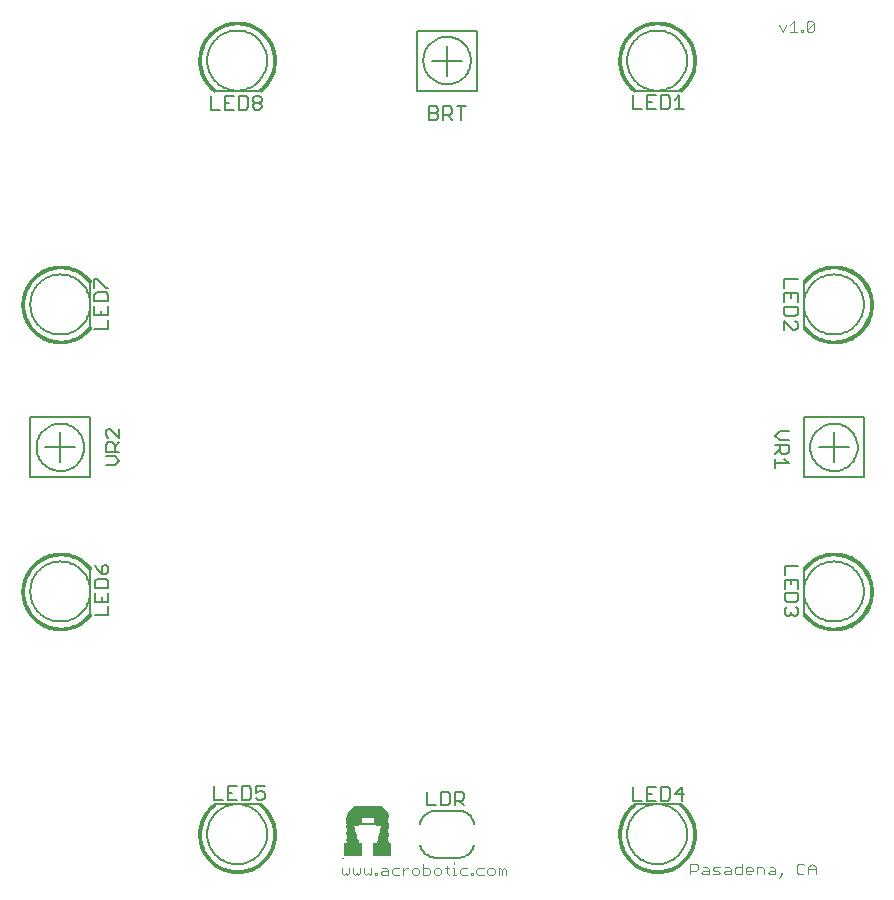
<source format=gto>
G75*
%MOIN*%
%OFA0B0*%
%FSLAX24Y24*%
%IPPOS*%
%LPD*%
%AMOC8*
5,1,8,0,0,1.08239X$1,22.5*
%
%ADD10C,0.0040*%
%ADD11C,0.0080*%
%ADD12C,0.0050*%
%ADD13C,0.0010*%
%ADD14C,0.0060*%
%ADD15R,0.0539X0.0001*%
%ADD16R,0.0550X0.0001*%
%ADD17R,0.0556X0.0001*%
%ADD18R,0.0555X0.0001*%
%ADD19R,0.0561X0.0001*%
%ADD20R,0.0560X0.0001*%
%ADD21R,0.0564X0.0001*%
%ADD22R,0.0564X0.0001*%
%ADD23R,0.0568X0.0001*%
%ADD24R,0.0567X0.0001*%
%ADD25R,0.0570X0.0001*%
%ADD26R,0.0574X0.0001*%
%ADD27R,0.0576X0.0001*%
%ADD28R,0.0576X0.0001*%
%ADD29R,0.0578X0.0001*%
%ADD30R,0.0581X0.0001*%
%ADD31R,0.0580X0.0001*%
%ADD32R,0.0583X0.0001*%
%ADD33R,0.0582X0.0001*%
%ADD34R,0.0585X0.0001*%
%ADD35R,0.0586X0.0001*%
%ADD36R,0.0588X0.0001*%
%ADD37R,0.0590X0.0001*%
%ADD38R,0.0591X0.0001*%
%ADD39R,0.0593X0.0001*%
%ADD40R,0.0594X0.0001*%
%ADD41R,0.0596X0.0001*%
%ADD42R,0.0595X0.0001*%
%ADD43R,0.0597X0.0001*%
%ADD44R,0.0598X0.0001*%
%ADD45R,0.0598X0.0001*%
%ADD46R,0.0599X0.0001*%
%ADD47R,0.0601X0.0001*%
%ADD48R,0.0600X0.0001*%
%ADD49R,0.0601X0.0001*%
%ADD50R,0.0602X0.0001*%
%ADD51R,0.0602X0.0001*%
%ADD52R,0.0603X0.0001*%
%ADD53R,0.0604X0.0001*%
%ADD54R,0.0604X0.0001*%
%ADD55R,0.0605X0.0001*%
%ADD56R,0.0606X0.0001*%
%ADD57R,0.0606X0.0001*%
%ADD58R,0.0607X0.0001*%
%ADD59R,0.0607X0.0001*%
%ADD60R,0.0609X0.0001*%
%ADD61R,0.0608X0.0001*%
%ADD62R,0.0609X0.0001*%
%ADD63R,0.0610X0.0001*%
%ADD64R,0.0610X0.0001*%
%ADD65R,0.0610X0.0001*%
%ADD66R,0.0611X0.0001*%
%ADD67R,0.0611X0.0001*%
%ADD68R,0.0611X0.0001*%
%ADD69R,0.0612X0.0001*%
%ADD70R,0.0612X0.0001*%
%ADD71R,0.0613X0.0001*%
%ADD72R,0.0613X0.0001*%
%ADD73R,0.0611X0.0001*%
%ADD74R,0.0606X0.0001*%
%ADD75R,0.0610X0.0001*%
%ADD76R,0.0604X0.0001*%
%ADD77R,0.0603X0.0001*%
%ADD78R,0.0608X0.0001*%
%ADD79R,0.0602X0.0001*%
%ADD80R,0.0599X0.0001*%
%ADD81R,0.0606X0.0001*%
%ADD82R,0.0598X0.0001*%
%ADD83R,0.0604X0.0001*%
%ADD84R,0.0596X0.0001*%
%ADD85R,0.0594X0.0001*%
%ADD86R,0.0602X0.0001*%
%ADD87R,0.0594X0.0001*%
%ADD88R,0.0592X0.0001*%
%ADD89R,0.0600X0.0001*%
%ADD90R,0.0590X0.0001*%
%ADD91R,0.0589X0.0001*%
%ADD92R,0.0598X0.0001*%
%ADD93R,0.0587X0.0001*%
%ADD94R,0.0586X0.0001*%
%ADD95R,0.0595X0.0001*%
%ADD96R,0.0582X0.0001*%
%ADD97R,0.0579X0.0001*%
%ADD98R,0.0591X0.0001*%
%ADD99R,0.0577X0.0001*%
%ADD100R,0.0590X0.0001*%
%ADD101R,0.0574X0.0001*%
%ADD102R,0.0571X0.0001*%
%ADD103R,0.0569X0.0001*%
%ADD104R,0.0584X0.0001*%
%ADD105R,0.0566X0.0001*%
%ADD106R,0.0562X0.0001*%
%ADD107R,0.0581X0.0001*%
%ADD108R,0.0557X0.0001*%
%ADD109R,0.0552X0.0001*%
%ADD110R,0.0576X0.0001*%
%ADD111R,0.0544X0.0001*%
%ADD112R,0.0413X0.0001*%
%ADD113R,0.0570X0.0001*%
%ADD114R,0.0412X0.0001*%
%ADD115R,0.0412X0.0001*%
%ADD116R,0.0564X0.0001*%
%ADD117R,0.0555X0.0001*%
%ADD118R,0.0411X0.0001*%
%ADD119R,0.0411X0.0001*%
%ADD120R,0.0540X0.0001*%
%ADD121R,0.0383X0.0001*%
%ADD122R,0.0410X0.0001*%
%ADD123R,0.0410X0.0001*%
%ADD124R,0.0383X0.0001*%
%ADD125R,0.0382X0.0001*%
%ADD126R,0.0410X0.0001*%
%ADD127R,0.0409X0.0001*%
%ADD128R,0.0382X0.0001*%
%ADD129R,0.0409X0.0001*%
%ADD130R,0.0382X0.0001*%
%ADD131R,0.0408X0.0001*%
%ADD132R,0.0408X0.0001*%
%ADD133R,0.0381X0.0001*%
%ADD134R,0.0381X0.0001*%
%ADD135R,0.0407X0.0001*%
%ADD136R,0.0407X0.0001*%
%ADD137R,0.0380X0.0001*%
%ADD138R,0.0380X0.0001*%
%ADD139R,0.0406X0.0001*%
%ADD140R,0.0406X0.0001*%
%ADD141R,0.0379X0.0001*%
%ADD142R,0.0406X0.0001*%
%ADD143R,0.0406X0.0001*%
%ADD144R,0.0379X0.0001*%
%ADD145R,0.0405X0.0001*%
%ADD146R,0.0378X0.0001*%
%ADD147R,0.0404X0.0001*%
%ADD148R,0.0378X0.0001*%
%ADD149R,0.0404X0.0001*%
%ADD150R,0.0378X0.0001*%
%ADD151R,0.0403X0.0001*%
%ADD152R,0.0403X0.0001*%
%ADD153R,0.0377X0.0001*%
%ADD154R,0.0377X0.0001*%
%ADD155R,0.0402X0.0001*%
%ADD156R,0.0402X0.0001*%
%ADD157R,0.0376X0.0001*%
%ADD158R,0.0376X0.0001*%
%ADD159R,0.0402X0.0001*%
%ADD160R,0.0402X0.0001*%
%ADD161R,0.0375X0.0001*%
%ADD162R,0.0401X0.0001*%
%ADD163R,0.0375X0.0001*%
%ADD164R,0.0400X0.0001*%
%ADD165R,0.0400X0.0001*%
%ADD166R,0.0374X0.0001*%
%ADD167R,0.0399X0.0001*%
%ADD168R,0.0374X0.0001*%
%ADD169R,0.0399X0.0001*%
%ADD170R,0.0374X0.0001*%
%ADD171R,0.0398X0.0001*%
%ADD172R,0.0398X0.0001*%
%ADD173R,0.0374X0.0001*%
%ADD174R,0.0373X0.0001*%
%ADD175R,0.0398X0.0001*%
%ADD176R,0.0398X0.0001*%
%ADD177R,0.0372X0.0001*%
%ADD178R,0.0397X0.0001*%
%ADD179R,0.0372X0.0001*%
%ADD180R,0.0396X0.0001*%
%ADD181R,0.0371X0.0001*%
%ADD182R,0.0396X0.0001*%
%ADD183R,0.0371X0.0001*%
%ADD184R,0.0395X0.0001*%
%ADD185R,0.0370X0.0001*%
%ADD186R,0.0395X0.0001*%
%ADD187R,0.0370X0.0001*%
%ADD188R,0.0394X0.0001*%
%ADD189R,0.0394X0.0001*%
%ADD190R,0.0370X0.0001*%
%ADD191R,0.0394X0.0001*%
%ADD192R,0.0394X0.0001*%
%ADD193R,0.0370X0.0001*%
%ADD194R,0.0369X0.0001*%
%ADD195R,0.0393X0.0001*%
%ADD196R,0.0393X0.0001*%
%ADD197R,0.0369X0.0001*%
%ADD198R,0.0392X0.0001*%
%ADD199R,0.0368X0.0001*%
%ADD200R,0.0391X0.0001*%
%ADD201R,0.0367X0.0001*%
%ADD202R,0.0391X0.0001*%
%ADD203R,0.0367X0.0001*%
%ADD204R,0.0390X0.0001*%
%ADD205R,0.0390X0.0001*%
%ADD206R,0.0366X0.0001*%
%ADD207R,0.0366X0.0001*%
%ADD208R,0.0390X0.0001*%
%ADD209R,0.0390X0.0001*%
%ADD210R,0.0366X0.0001*%
%ADD211R,0.0366X0.0001*%
%ADD212R,0.0389X0.0001*%
%ADD213R,0.0389X0.0001*%
%ADD214R,0.0388X0.0001*%
%ADD215R,0.0365X0.0001*%
%ADD216R,0.0388X0.0001*%
%ADD217R,0.0365X0.0001*%
%ADD218R,0.0387X0.0001*%
%ADD219R,0.0364X0.0001*%
%ADD220R,0.0386X0.0001*%
%ADD221R,0.0364X0.0001*%
%ADD222R,0.0386X0.0001*%
%ADD223R,0.0363X0.0001*%
%ADD224R,0.0386X0.0001*%
%ADD225R,0.0386X0.0001*%
%ADD226R,0.0362X0.0001*%
%ADD227R,0.0362X0.0001*%
%ADD228R,0.0385X0.0001*%
%ADD229R,0.0385X0.0001*%
%ADD230R,0.0362X0.0001*%
%ADD231R,0.0384X0.0001*%
%ADD232R,0.0362X0.0001*%
%ADD233R,0.0384X0.0001*%
%ADD234R,0.0361X0.0001*%
%ADD235R,0.0361X0.0001*%
%ADD236R,0.0382X0.0001*%
%ADD237R,0.0360X0.0001*%
%ADD238R,0.0360X0.0001*%
%ADD239R,0.0359X0.0001*%
%ADD240R,0.0359X0.0001*%
%ADD241R,0.0358X0.0001*%
%ADD242R,0.0358X0.0001*%
%ADD243R,0.0379X0.0001*%
%ADD244R,0.0358X0.0001*%
%ADD245R,0.0357X0.0001*%
%ADD246R,0.0357X0.0001*%
%ADD247R,0.0378X0.0001*%
%ADD248R,0.0356X0.0001*%
%ADD249R,0.0356X0.0001*%
%ADD250R,0.0355X0.0001*%
%ADD251R,0.0376X0.0001*%
%ADD252R,0.0376X0.0001*%
%ADD253R,0.0355X0.0001*%
%ADD254R,0.0354X0.0001*%
%ADD255R,0.0354X0.0001*%
%ADD256R,0.0354X0.0001*%
%ADD257R,0.0353X0.0001*%
%ADD258R,0.0353X0.0001*%
%ADD259R,0.0373X0.0001*%
%ADD260R,0.0373X0.0001*%
%ADD261R,0.0352X0.0001*%
%ADD262R,0.0352X0.0001*%
%ADD263R,0.0351X0.0001*%
%ADD264R,0.0351X0.0001*%
%ADD265R,0.0350X0.0001*%
%ADD266R,0.0350X0.0001*%
%ADD267R,0.0370X0.0001*%
%ADD268R,0.0350X0.0001*%
%ADD269R,0.0350X0.0001*%
%ADD270R,0.0349X0.0001*%
%ADD271R,0.0368X0.0001*%
%ADD272R,0.0348X0.0001*%
%ADD273R,0.0348X0.0001*%
%ADD274R,0.0347X0.0001*%
%ADD275R,0.0347X0.0001*%
%ADD276R,0.0346X0.0001*%
%ADD277R,0.0346X0.0001*%
%ADD278R,0.0346X0.0001*%
%ADD279R,0.0346X0.0001*%
%ADD280R,0.0345X0.0001*%
%ADD281R,0.0363X0.0001*%
%ADD282R,0.0345X0.0001*%
%ADD283R,0.0344X0.0001*%
%ADD284R,0.0343X0.0001*%
%ADD285R,0.0343X0.0001*%
%ADD286R,0.0342X0.0001*%
%ADD287R,0.0342X0.0001*%
%ADD288R,0.0342X0.0001*%
%ADD289R,0.0342X0.0001*%
%ADD290R,0.0359X0.0001*%
%ADD291R,0.0359X0.0001*%
%ADD292R,0.0341X0.0001*%
%ADD293R,0.0358X0.0001*%
%ADD294R,0.0341X0.0001*%
%ADD295R,0.0340X0.0001*%
%ADD296R,0.0340X0.0001*%
%ADD297R,0.0339X0.0001*%
%ADD298R,0.0356X0.0001*%
%ADD299R,0.0338X0.0001*%
%ADD300R,0.0356X0.0001*%
%ADD301R,0.0338X0.0001*%
%ADD302R,0.0338X0.0001*%
%ADD303R,0.0338X0.0001*%
%ADD304R,0.0337X0.0001*%
%ADD305R,0.0337X0.0001*%
%ADD306R,0.0354X0.0001*%
%ADD307R,0.0353X0.0001*%
%ADD308R,0.0336X0.0001*%
%ADD309R,0.0353X0.0001*%
%ADD310R,0.0336X0.0001*%
%ADD311R,0.0335X0.0001*%
%ADD312R,0.0335X0.0001*%
%ADD313R,0.0334X0.0001*%
%ADD314R,0.0334X0.0001*%
%ADD315R,0.0334X0.0001*%
%ADD316R,0.0350X0.0001*%
%ADD317R,0.0350X0.0001*%
%ADD318R,0.0333X0.0001*%
%ADD319R,0.0333X0.0001*%
%ADD320R,0.0349X0.0001*%
%ADD321R,0.0332X0.0001*%
%ADD322R,0.0332X0.0001*%
%ADD323R,0.0331X0.0001*%
%ADD324R,0.0331X0.0001*%
%ADD325R,0.0330X0.0001*%
%ADD326R,0.0330X0.0001*%
%ADD327R,0.0330X0.0001*%
%ADD328R,0.0329X0.0001*%
%ADD329R,0.0329X0.0001*%
%ADD330R,0.0328X0.0001*%
%ADD331R,0.0328X0.0001*%
%ADD332R,0.0327X0.0001*%
%ADD333R,0.0327X0.0001*%
%ADD334R,0.0326X0.0001*%
%ADD335R,0.0326X0.0001*%
%ADD336R,0.0326X0.0001*%
%ADD337R,0.0326X0.0001*%
%ADD338R,0.0339X0.0001*%
%ADD339R,0.0325X0.0001*%
%ADD340R,0.0324X0.0001*%
%ADD341R,0.0324X0.0001*%
%ADD342R,0.0323X0.0001*%
%ADD343R,0.0323X0.0001*%
%ADD344R,0.0322X0.0001*%
%ADD345R,0.0322X0.0001*%
%ADD346R,0.0336X0.0001*%
%ADD347R,0.0336X0.0001*%
%ADD348R,0.0322X0.0001*%
%ADD349R,0.0334X0.0001*%
%ADD350R,0.0322X0.0001*%
%ADD351R,0.0321X0.0001*%
%ADD352R,0.0321X0.0001*%
%ADD353R,0.0320X0.0001*%
%ADD354R,0.0333X0.0001*%
%ADD355R,0.0333X0.0001*%
%ADD356R,0.0319X0.0001*%
%ADD357R,0.0319X0.0001*%
%ADD358R,0.0318X0.0001*%
%ADD359R,0.0318X0.0001*%
%ADD360R,0.0318X0.0001*%
%ADD361R,0.0318X0.0001*%
%ADD362R,0.0330X0.0001*%
%ADD363R,0.0330X0.0001*%
%ADD364R,0.0317X0.0001*%
%ADD365R,0.0317X0.0001*%
%ADD366R,0.0316X0.0001*%
%ADD367R,0.0316X0.0001*%
%ADD368R,0.0315X0.0001*%
%ADD369R,0.0314X0.0001*%
%ADD370R,0.0314X0.0001*%
%ADD371R,0.0314X0.0001*%
%ADD372R,0.0314X0.0001*%
%ADD373R,0.0325X0.0001*%
%ADD374R,0.0313X0.0001*%
%ADD375R,0.0313X0.0001*%
%ADD376R,0.0312X0.0001*%
%ADD377R,0.0312X0.0001*%
%ADD378R,0.0311X0.0001*%
%ADD379R,0.0311X0.0001*%
%ADD380R,0.0310X0.0001*%
%ADD381R,0.0310X0.0001*%
%ADD382R,0.0310X0.0001*%
%ADD383R,0.0320X0.0001*%
%ADD384R,0.0309X0.0001*%
%ADD385R,0.0309X0.0001*%
%ADD386R,0.0319X0.0001*%
%ADD387R,0.0319X0.0001*%
%ADD388R,0.0308X0.0001*%
%ADD389R,0.0308X0.0001*%
%ADD390R,0.0307X0.0001*%
%ADD391R,0.0307X0.0001*%
%ADD392R,0.0306X0.0001*%
%ADD393R,0.0316X0.0001*%
%ADD394R,0.0306X0.0001*%
%ADD395R,0.0316X0.0001*%
%ADD396R,0.0306X0.0001*%
%ADD397R,0.0315X0.0001*%
%ADD398R,0.0305X0.0001*%
%ADD399R,0.0305X0.0001*%
%ADD400R,0.0304X0.0001*%
%ADD401R,0.0304X0.0001*%
%ADD402R,0.0313X0.0001*%
%ADD403R,0.0303X0.0001*%
%ADD404R,0.0313X0.0001*%
%ADD405R,0.0303X0.0001*%
%ADD406R,0.0302X0.0001*%
%ADD407R,0.0302X0.0001*%
%ADD408R,0.0302X0.0001*%
%ADD409R,0.0310X0.0001*%
%ADD410R,0.0302X0.0001*%
%ADD411R,0.0301X0.0001*%
%ADD412R,0.0310X0.0001*%
%ADD413R,0.0300X0.0001*%
%ADD414R,0.0300X0.0001*%
%ADD415R,0.0299X0.0001*%
%ADD416R,0.0299X0.0001*%
%ADD417R,0.0298X0.0001*%
%ADD418R,0.0298X0.0001*%
%ADD419R,0.0298X0.0001*%
%ADD420R,0.0306X0.0001*%
%ADD421R,0.0298X0.0001*%
%ADD422R,0.0297X0.0001*%
%ADD423R,0.0297X0.0001*%
%ADD424R,0.0296X0.0001*%
%ADD425R,0.0295X0.0001*%
%ADD426R,0.0295X0.0001*%
%ADD427R,0.0294X0.0001*%
%ADD428R,0.0294X0.0001*%
%ADD429R,0.0294X0.0001*%
%ADD430R,0.0294X0.0001*%
%ADD431R,0.0301X0.0001*%
%ADD432R,0.0293X0.0001*%
%ADD433R,0.0299X0.0001*%
%ADD434R,0.0293X0.0001*%
%ADD435R,0.0299X0.0001*%
%ADD436R,0.0292X0.0001*%
%ADD437R,0.0292X0.0001*%
%ADD438R,0.0291X0.0001*%
%ADD439R,0.0290X0.0001*%
%ADD440R,0.0290X0.0001*%
%ADD441R,0.0290X0.0001*%
%ADD442R,0.0296X0.0001*%
%ADD443R,0.0290X0.0001*%
%ADD444R,0.0289X0.0001*%
%ADD445R,0.0289X0.0001*%
%ADD446R,0.0288X0.0001*%
%ADD447R,0.0288X0.0001*%
%ADD448R,0.0287X0.0001*%
%ADD449R,0.0293X0.0001*%
%ADD450R,0.0293X0.0001*%
%ADD451R,0.0287X0.0001*%
%ADD452R,0.0286X0.0001*%
%ADD453R,0.0291X0.0001*%
%ADD454R,0.0286X0.0001*%
%ADD455R,0.0286X0.0001*%
%ADD456R,0.0285X0.0001*%
%ADD457R,0.0285X0.0001*%
%ADD458R,0.0290X0.0001*%
%ADD459R,0.0290X0.0001*%
%ADD460R,0.0284X0.0001*%
%ADD461R,0.0284X0.0001*%
%ADD462R,0.0283X0.0001*%
%ADD463R,0.0283X0.0001*%
%ADD464R,0.0282X0.0001*%
%ADD465R,0.0286X0.0001*%
%ADD466R,0.0282X0.0001*%
%ADD467R,0.0282X0.0001*%
%ADD468R,0.0281X0.0001*%
%ADD469R,0.0281X0.0001*%
%ADD470R,0.0280X0.0001*%
%ADD471R,0.0280X0.0001*%
%ADD472R,0.0279X0.0001*%
%ADD473R,0.0279X0.0001*%
%ADD474R,0.0278X0.0001*%
%ADD475R,0.0282X0.0001*%
%ADD476R,0.0278X0.0001*%
%ADD477R,0.0278X0.0001*%
%ADD478R,0.0278X0.0001*%
%ADD479R,0.0277X0.0001*%
%ADD480R,0.0276X0.0001*%
%ADD481R,0.0279X0.0001*%
%ADD482R,0.0276X0.0001*%
%ADD483R,0.0275X0.0001*%
%ADD484R,0.0275X0.0001*%
%ADD485R,0.0274X0.0001*%
%ADD486R,0.0274X0.0001*%
%ADD487R,0.0277X0.0001*%
%ADD488R,0.0274X0.0001*%
%ADD489R,0.0276X0.0001*%
%ADD490R,0.0276X0.0001*%
%ADD491R,0.0274X0.0001*%
%ADD492R,0.0273X0.0001*%
%ADD493R,0.0273X0.0001*%
%ADD494R,0.0272X0.0001*%
%ADD495R,0.0271X0.0001*%
%ADD496R,0.0271X0.0001*%
%ADD497R,0.0273X0.0001*%
%ADD498R,0.0273X0.0001*%
%ADD499R,0.0270X0.0001*%
%ADD500R,0.0270X0.0001*%
%ADD501R,0.0272X0.0001*%
%ADD502R,0.0270X0.0001*%
%ADD503R,0.0270X0.0001*%
%ADD504R,0.0269X0.0001*%
%ADD505R,0.0269X0.0001*%
%ADD506R,0.0270X0.0001*%
%ADD507R,0.0268X0.0001*%
%ADD508R,0.0268X0.0001*%
%ADD509R,0.0267X0.0001*%
%ADD510R,0.0266X0.0001*%
%ADD511R,0.0266X0.0001*%
%ADD512R,0.0267X0.0001*%
%ADD513R,0.0266X0.0001*%
%ADD514R,0.0266X0.0001*%
%ADD515R,0.0265X0.0001*%
%ADD516R,0.0265X0.0001*%
%ADD517R,0.0264X0.0001*%
%ADD518R,0.0264X0.0001*%
%ADD519R,0.0263X0.0001*%
%ADD520R,0.0263X0.0001*%
%ADD521R,0.0262X0.0001*%
%ADD522R,0.0262X0.0001*%
%ADD523R,0.0262X0.0001*%
%ADD524R,0.0262X0.0001*%
%ADD525R,0.0261X0.0001*%
%ADD526R,0.0261X0.0001*%
%ADD527R,0.0260X0.0001*%
%ADD528R,0.0260X0.0001*%
%ADD529R,0.0259X0.0001*%
%ADD530R,0.0259X0.0001*%
%ADD531R,0.0259X0.0001*%
%ADD532R,0.0258X0.0001*%
%ADD533R,0.0258X0.0001*%
%ADD534R,0.0259X0.0001*%
%ADD535R,0.0258X0.0001*%
%ADD536R,0.0258X0.0001*%
%ADD537R,0.0257X0.0001*%
%ADD538R,0.0256X0.0001*%
%ADD539R,0.0257X0.0001*%
%ADD540R,0.0256X0.0001*%
%ADD541R,0.0255X0.0001*%
%ADD542R,0.0255X0.0001*%
%ADD543R,0.0256X0.0001*%
%ADD544R,0.0256X0.0001*%
%ADD545R,0.0254X0.0001*%
%ADD546R,0.0254X0.0001*%
%ADD547R,0.0254X0.0001*%
%ADD548R,0.0254X0.0001*%
%ADD549R,0.0253X0.0001*%
%ADD550R,0.0253X0.0001*%
%ADD551R,0.0252X0.0001*%
%ADD552R,0.0251X0.0001*%
%ADD553R,0.0251X0.0001*%
%ADD554R,0.0253X0.0001*%
%ADD555R,0.0250X0.0001*%
%ADD556R,0.0250X0.0001*%
%ADD557R,0.0252X0.0001*%
%ADD558R,0.0250X0.0001*%
%ADD559R,0.0250X0.0001*%
%ADD560R,0.0249X0.0001*%
%ADD561R,0.0249X0.0001*%
%ADD562R,0.0248X0.0001*%
%ADD563R,0.0247X0.0001*%
%ADD564R,0.0247X0.0001*%
%ADD565R,0.0250X0.0001*%
%ADD566R,0.0246X0.0001*%
%ADD567R,0.0246X0.0001*%
%ADD568R,0.0250X0.0001*%
%ADD569R,0.0246X0.0001*%
%ADD570R,0.0246X0.0001*%
%ADD571R,0.0245X0.0001*%
%ADD572R,0.0245X0.0001*%
%ADD573R,0.0244X0.0001*%
%ADD574R,0.0243X0.0001*%
%ADD575R,0.0243X0.0001*%
%ADD576R,0.0242X0.0001*%
%ADD577R,0.0242X0.0001*%
%ADD578R,0.0242X0.0001*%
%ADD579R,0.0242X0.0001*%
%ADD580R,0.0241X0.0001*%
%ADD581R,0.0241X0.0001*%
%ADD582R,0.0240X0.0001*%
%ADD583R,0.0240X0.0001*%
%ADD584R,0.0244X0.0001*%
%ADD585R,0.0239X0.0001*%
%ADD586R,0.0238X0.0001*%
%ADD587R,0.0238X0.0001*%
%ADD588R,0.0238X0.0001*%
%ADD589R,0.0238X0.0001*%
%ADD590R,0.0237X0.0001*%
%ADD591R,0.0237X0.0001*%
%ADD592R,0.0415X0.0001*%
%ADD593R,0.0415X0.0001*%
%ADD594R,0.1389X0.0001*%
%ADD595R,0.1389X0.0001*%
%ADD596R,0.0514X0.0001*%
%ADD597R,0.0489X0.0001*%
%ADD598R,0.0514X0.0001*%
%ADD599R,0.0489X0.0001*%
%ADD600R,0.1388X0.0001*%
%ADD601R,0.1388X0.0001*%
%ADD602R,0.1387X0.0001*%
%ADD603R,0.1387X0.0001*%
%ADD604R,0.1386X0.0001*%
%ADD605R,0.1386X0.0001*%
%ADD606R,0.1386X0.0001*%
%ADD607R,0.1385X0.0001*%
%ADD608R,0.1384X0.0001*%
%ADD609R,0.1384X0.0001*%
%ADD610R,0.1383X0.0001*%
%ADD611R,0.1383X0.0001*%
%ADD612R,0.1382X0.0001*%
%ADD613R,0.1382X0.0001*%
%ADD614R,0.1382X0.0001*%
%ADD615R,0.1381X0.0001*%
%ADD616R,0.1381X0.0001*%
%ADD617R,0.1380X0.0001*%
%ADD618R,0.1379X0.0001*%
%ADD619R,0.1379X0.0001*%
%ADD620R,0.1378X0.0001*%
%ADD621R,0.1378X0.0001*%
%ADD622R,0.1378X0.0001*%
%ADD623R,0.1376X0.0001*%
%ADD624R,0.1376X0.0001*%
%ADD625R,0.1374X0.0001*%
%ADD626R,0.1374X0.0001*%
%ADD627R,0.1373X0.0001*%
%ADD628R,0.1373X0.0001*%
%ADD629R,0.1371X0.0001*%
%ADD630R,0.1371X0.0001*%
%ADD631R,0.1370X0.0001*%
%ADD632R,0.1370X0.0001*%
%ADD633R,0.1369X0.0001*%
%ADD634R,0.1368X0.0001*%
%ADD635R,0.1368X0.0001*%
%ADD636R,0.1367X0.0001*%
%ADD637R,0.1366X0.0001*%
%ADD638R,0.1366X0.0001*%
%ADD639R,0.1365X0.0001*%
%ADD640R,0.1364X0.0001*%
%ADD641R,0.1363X0.0001*%
%ADD642R,0.1363X0.0001*%
%ADD643R,0.1362X0.0001*%
%ADD644R,0.1362X0.0001*%
%ADD645R,0.1362X0.0001*%
%ADD646R,0.1361X0.0001*%
%ADD647R,0.1360X0.0001*%
%ADD648R,0.1359X0.0001*%
%ADD649R,0.1358X0.0001*%
%ADD650R,0.1358X0.0001*%
%ADD651R,0.1358X0.0001*%
%ADD652R,0.1357X0.0001*%
%ADD653R,0.1357X0.0001*%
%ADD654R,0.1356X0.0001*%
%ADD655R,0.1355X0.0001*%
%ADD656R,0.1354X0.0001*%
%ADD657R,0.1354X0.0001*%
%ADD658R,0.1354X0.0001*%
%ADD659R,0.1353X0.0001*%
%ADD660R,0.1352X0.0001*%
%ADD661R,0.1351X0.0001*%
%ADD662R,0.1350X0.0001*%
%ADD663R,0.1348X0.0001*%
%ADD664R,0.1346X0.0001*%
%ADD665R,0.1344X0.0001*%
%ADD666R,0.1342X0.0001*%
%ADD667R,0.1341X0.0001*%
%ADD668R,0.1339X0.0001*%
%ADD669R,0.1338X0.0001*%
%ADD670R,0.1336X0.0001*%
%ADD671R,0.1334X0.0001*%
%ADD672R,0.1333X0.0001*%
%ADD673R,0.1331X0.0001*%
%ADD674R,0.1330X0.0001*%
%ADD675R,0.1328X0.0001*%
%ADD676R,0.1326X0.0001*%
%ADD677R,0.1325X0.0001*%
%ADD678R,0.1323X0.0001*%
%ADD679R,0.1322X0.0001*%
%ADD680R,0.1320X0.0001*%
%ADD681R,0.1318X0.0001*%
%ADD682R,0.1317X0.0001*%
%ADD683R,0.1315X0.0001*%
%ADD684R,0.1314X0.0001*%
%ADD685R,0.1312X0.0001*%
%ADD686R,0.1310X0.0001*%
%ADD687R,0.1309X0.0001*%
%ADD688R,0.1307X0.0001*%
%ADD689R,0.1306X0.0001*%
%ADD690R,0.1304X0.0001*%
%ADD691R,0.1302X0.0001*%
%ADD692R,0.1301X0.0001*%
%ADD693R,0.1299X0.0001*%
%ADD694R,0.1298X0.0001*%
%ADD695R,0.1296X0.0001*%
%ADD696R,0.1294X0.0001*%
%ADD697R,0.1292X0.0001*%
%ADD698R,0.1290X0.0001*%
%ADD699R,0.1289X0.0001*%
%ADD700R,0.1287X0.0001*%
%ADD701R,0.1286X0.0001*%
%ADD702R,0.1284X0.0001*%
%ADD703R,0.1282X0.0001*%
%ADD704R,0.1281X0.0001*%
%ADD705R,0.1279X0.0001*%
%ADD706R,0.1278X0.0001*%
%ADD707R,0.1276X0.0001*%
%ADD708R,0.1274X0.0001*%
%ADD709R,0.1273X0.0001*%
%ADD710R,0.1271X0.0001*%
%ADD711R,0.1270X0.0001*%
%ADD712R,0.1268X0.0001*%
%ADD713R,0.1266X0.0001*%
%ADD714R,0.1264X0.0001*%
%ADD715R,0.1262X0.0001*%
%ADD716R,0.1261X0.0001*%
%ADD717R,0.1259X0.0001*%
%ADD718R,0.1258X0.0001*%
%ADD719R,0.1256X0.0001*%
%ADD720R,0.1254X0.0001*%
%ADD721R,0.1253X0.0001*%
%ADD722R,0.1251X0.0001*%
%ADD723R,0.1250X0.0001*%
%ADD724R,0.1248X0.0001*%
%ADD725R,0.1246X0.0001*%
%ADD726R,0.1245X0.0001*%
%ADD727R,0.1243X0.0001*%
%ADD728R,0.1242X0.0001*%
%ADD729R,0.1240X0.0001*%
%ADD730R,0.1238X0.0001*%
%ADD731R,0.1237X0.0001*%
%ADD732R,0.1235X0.0001*%
%ADD733R,0.1234X0.0001*%
%ADD734R,0.1232X0.0001*%
%ADD735R,0.1230X0.0001*%
%ADD736R,0.1229X0.0001*%
%ADD737R,0.1227X0.0001*%
%ADD738R,0.1226X0.0001*%
%ADD739R,0.1224X0.0001*%
%ADD740R,0.1222X0.0001*%
%ADD741R,0.1221X0.0001*%
%ADD742R,0.1219X0.0001*%
%ADD743R,0.1218X0.0001*%
%ADD744R,0.1216X0.0001*%
%ADD745R,0.1214X0.0001*%
%ADD746R,0.1212X0.0001*%
%ADD747R,0.1210X0.0001*%
%ADD748R,0.1209X0.0001*%
%ADD749R,0.1207X0.0001*%
%ADD750R,0.1206X0.0001*%
%ADD751R,0.1204X0.0001*%
%ADD752R,0.1202X0.0001*%
%ADD753R,0.1201X0.0001*%
%ADD754R,0.1199X0.0001*%
%ADD755R,0.1198X0.0001*%
%ADD756R,0.1196X0.0001*%
%ADD757R,0.1194X0.0001*%
%ADD758R,0.1193X0.0001*%
%ADD759R,0.1191X0.0001*%
%ADD760R,0.1190X0.0001*%
%ADD761R,0.1188X0.0001*%
%ADD762R,0.1186X0.0001*%
%ADD763R,0.1184X0.0001*%
%ADD764R,0.1182X0.0001*%
%ADD765R,0.1181X0.0001*%
%ADD766R,0.1179X0.0001*%
%ADD767R,0.1178X0.0001*%
%ADD768R,0.1176X0.0001*%
%ADD769R,0.1174X0.0001*%
%ADD770R,0.1173X0.0001*%
%ADD771R,0.1171X0.0001*%
%ADD772R,0.1170X0.0001*%
%ADD773R,0.1168X0.0001*%
%ADD774R,0.1166X0.0001*%
%ADD775R,0.1165X0.0001*%
%ADD776R,0.1163X0.0001*%
%ADD777R,0.1162X0.0001*%
%ADD778R,0.1160X0.0001*%
%ADD779R,0.1158X0.0001*%
%ADD780R,0.1157X0.0001*%
%ADD781R,0.1155X0.0001*%
%ADD782R,0.1154X0.0001*%
%ADD783R,0.1152X0.0001*%
%ADD784R,0.1150X0.0001*%
%ADD785R,0.1149X0.0001*%
%ADD786R,0.1147X0.0001*%
%ADD787R,0.1146X0.0001*%
%ADD788R,0.1144X0.0001*%
%ADD789R,0.1142X0.0001*%
%ADD790R,0.1141X0.0001*%
%ADD791R,0.1139X0.0001*%
%ADD792R,0.1138X0.0001*%
%ADD793R,0.1136X0.0001*%
%ADD794R,0.1134X0.0001*%
%ADD795R,0.1132X0.0001*%
%ADD796R,0.1130X0.0001*%
%ADD797R,0.1129X0.0001*%
%ADD798R,0.1127X0.0001*%
%ADD799R,0.1126X0.0001*%
%ADD800R,0.1124X0.0001*%
%ADD801R,0.1122X0.0001*%
%ADD802R,0.1121X0.0001*%
%ADD803R,0.1119X0.0001*%
%ADD804R,0.1118X0.0001*%
%ADD805R,0.1116X0.0001*%
%ADD806R,0.1114X0.0001*%
%ADD807R,0.1113X0.0001*%
%ADD808R,0.1111X0.0001*%
%ADD809R,0.1110X0.0001*%
%ADD810R,0.1107X0.0001*%
%ADD811R,0.1106X0.0001*%
%ADD812R,0.1104X0.0001*%
%ADD813R,0.1102X0.0001*%
%ADD814R,0.1101X0.0001*%
%ADD815R,0.1099X0.0001*%
%ADD816R,0.1098X0.0001*%
%ADD817R,0.1096X0.0001*%
%ADD818R,0.1094X0.0001*%
%ADD819R,0.1093X0.0001*%
%ADD820R,0.1091X0.0001*%
%ADD821R,0.1090X0.0001*%
%ADD822R,0.1088X0.0001*%
%ADD823R,0.1086X0.0001*%
%ADD824R,0.1085X0.0001*%
%ADD825R,0.1083X0.0001*%
%ADD826R,0.1082X0.0001*%
%ADD827R,0.1080X0.0001*%
%ADD828R,0.1078X0.0001*%
%ADD829R,0.1077X0.0001*%
%ADD830R,0.1075X0.0001*%
%ADD831R,0.1074X0.0001*%
%ADD832R,0.1072X0.0001*%
%ADD833R,0.1070X0.0001*%
%ADD834R,0.1069X0.0001*%
%ADD835R,0.1067X0.0001*%
%ADD836R,0.1066X0.0001*%
%ADD837R,0.1064X0.0001*%
%ADD838R,0.1062X0.0001*%
%ADD839R,0.1061X0.0001*%
%ADD840R,0.1059X0.0001*%
%ADD841R,0.1058X0.0001*%
%ADD842R,0.1056X0.0001*%
%ADD843R,0.1054X0.0001*%
%ADD844R,0.1052X0.0001*%
%ADD845R,0.1050X0.0001*%
%ADD846R,0.1049X0.0001*%
%ADD847R,0.1047X0.0001*%
%ADD848R,0.1046X0.0001*%
%ADD849R,0.1044X0.0001*%
%ADD850R,0.1042X0.0001*%
%ADD851R,0.1041X0.0001*%
%ADD852R,0.1039X0.0001*%
%ADD853R,0.1038X0.0001*%
%ADD854R,0.1036X0.0001*%
%ADD855R,0.1034X0.0001*%
%ADD856R,0.1033X0.0001*%
%ADD857R,0.1031X0.0001*%
%ADD858R,0.1030X0.0001*%
%ADD859R,0.1027X0.0001*%
%ADD860R,0.1026X0.0001*%
%ADD861R,0.1024X0.0001*%
%ADD862R,0.1022X0.0001*%
%ADD863R,0.1021X0.0001*%
%ADD864R,0.1019X0.0001*%
%ADD865R,0.1018X0.0001*%
%ADD866R,0.1016X0.0001*%
%ADD867R,0.1014X0.0001*%
%ADD868R,0.1013X0.0001*%
%ADD869R,0.1011X0.0001*%
%ADD870R,0.1010X0.0001*%
%ADD871R,0.1008X0.0001*%
%ADD872R,0.1006X0.0001*%
%ADD873R,0.1005X0.0001*%
%ADD874R,0.1003X0.0001*%
%ADD875R,0.1002X0.0001*%
%ADD876R,0.1000X0.0001*%
%ADD877R,0.0998X0.0001*%
%ADD878R,0.0997X0.0001*%
%ADD879R,0.0995X0.0001*%
%ADD880R,0.0994X0.0001*%
%ADD881R,0.0992X0.0001*%
%ADD882R,0.0990X0.0001*%
%ADD883R,0.0989X0.0001*%
%ADD884R,0.0987X0.0001*%
%ADD885R,0.0986X0.0001*%
%ADD886R,0.0984X0.0001*%
%ADD887R,0.0982X0.0001*%
%ADD888R,0.0981X0.0001*%
%ADD889R,0.0979X0.0001*%
%ADD890R,0.0978X0.0001*%
%ADD891R,0.0976X0.0001*%
%ADD892R,0.0974X0.0001*%
%ADD893R,0.0972X0.0001*%
%ADD894R,0.0970X0.0001*%
%ADD895R,0.0969X0.0001*%
%ADD896R,0.0967X0.0001*%
%ADD897R,0.0966X0.0001*%
%ADD898R,0.0964X0.0001*%
%ADD899R,0.0962X0.0001*%
%ADD900R,0.0961X0.0001*%
%ADD901R,0.0959X0.0001*%
%ADD902R,0.0958X0.0001*%
%ADD903R,0.0956X0.0001*%
%ADD904R,0.0954X0.0001*%
%ADD905R,0.0953X0.0001*%
%ADD906R,0.0951X0.0001*%
%ADD907R,0.0950X0.0001*%
%ADD908R,0.0947X0.0001*%
%ADD909R,0.0946X0.0001*%
%ADD910R,0.0944X0.0001*%
%ADD911R,0.0942X0.0001*%
%ADD912R,0.0941X0.0001*%
%ADD913R,0.0939X0.0001*%
%ADD914R,0.0938X0.0001*%
%ADD915R,0.0936X0.0001*%
%ADD916R,0.0934X0.0001*%
%ADD917R,0.0933X0.0001*%
%ADD918R,0.0931X0.0001*%
%ADD919R,0.0930X0.0001*%
%ADD920R,0.0928X0.0001*%
%ADD921R,0.0926X0.0001*%
%ADD922R,0.0925X0.0001*%
%ADD923R,0.0923X0.0001*%
%ADD924R,0.0922X0.0001*%
%ADD925R,0.0920X0.0001*%
%ADD926R,0.0918X0.0001*%
%ADD927R,0.0917X0.0001*%
%ADD928R,0.0914X0.0001*%
%ADD929R,0.0909X0.0001*%
%ADD930R,0.0905X0.0001*%
%ADD931R,0.0901X0.0001*%
%ADD932R,0.0896X0.0001*%
%ADD933R,0.0891X0.0001*%
%ADD934R,0.0886X0.0001*%
%ADD935R,0.0882X0.0001*%
%ADD936R,0.0876X0.0001*%
%ADD937R,0.0871X0.0001*%
%ADD938R,0.0866X0.0001*%
%ADD939R,0.0860X0.0001*%
%ADD940R,0.0854X0.0001*%
%ADD941R,0.0848X0.0001*%
%ADD942R,0.0842X0.0001*%
%ADD943R,0.0835X0.0001*%
%ADD944R,0.0829X0.0001*%
%ADD945R,0.0821X0.0001*%
%ADD946R,0.0813X0.0001*%
%ADD947R,0.0804X0.0001*%
%ADD948R,0.0794X0.0001*%
%ADD949R,0.0782X0.0001*%
%ADD950R,0.0763X0.0001*%
%ADD951C,0.0000*%
D10*
X011241Y000553D02*
X011302Y000493D01*
X011362Y000553D01*
X011422Y000493D01*
X011482Y000553D01*
X011482Y000734D01*
X011610Y000734D02*
X011610Y000553D01*
X011670Y000493D01*
X011730Y000553D01*
X011790Y000493D01*
X011850Y000553D01*
X011850Y000734D01*
X011978Y000734D02*
X011978Y000553D01*
X012038Y000493D01*
X012098Y000553D01*
X012158Y000493D01*
X012218Y000553D01*
X012218Y000734D01*
X012346Y000553D02*
X012406Y000553D01*
X012406Y000493D01*
X012346Y000493D01*
X012346Y000553D01*
X012531Y000553D02*
X012591Y000614D01*
X012771Y000614D01*
X012771Y000674D02*
X012771Y000493D01*
X012591Y000493D01*
X012531Y000553D01*
X012591Y000734D02*
X012711Y000734D01*
X012771Y000674D01*
X012899Y000674D02*
X012899Y000553D01*
X012959Y000493D01*
X013139Y000493D01*
X013267Y000493D02*
X013267Y000734D01*
X013267Y000614D02*
X013387Y000734D01*
X013447Y000734D01*
X013574Y000674D02*
X013574Y000553D01*
X013634Y000493D01*
X013754Y000493D01*
X013814Y000553D01*
X013814Y000674D01*
X013754Y000734D01*
X013634Y000734D01*
X013574Y000674D01*
X013942Y000734D02*
X014123Y000734D01*
X014183Y000674D01*
X014183Y000553D01*
X014123Y000493D01*
X013942Y000493D01*
X013942Y000854D01*
X014311Y000674D02*
X014311Y000553D01*
X014371Y000493D01*
X014491Y000493D01*
X014551Y000553D01*
X014551Y000674D01*
X014491Y000734D01*
X014371Y000734D01*
X014311Y000674D01*
X014679Y000734D02*
X014799Y000734D01*
X014739Y000794D02*
X014739Y000553D01*
X014799Y000493D01*
X014925Y000493D02*
X015045Y000493D01*
X014985Y000493D02*
X014985Y000734D01*
X014925Y000734D01*
X014985Y000854D02*
X014985Y000914D01*
X015170Y000674D02*
X015170Y000553D01*
X015230Y000493D01*
X015410Y000493D01*
X015538Y000493D02*
X015599Y000493D01*
X015599Y000553D01*
X015538Y000553D01*
X015538Y000493D01*
X015723Y000553D02*
X015723Y000674D01*
X015783Y000734D01*
X015963Y000734D01*
X016091Y000674D02*
X016091Y000553D01*
X016151Y000493D01*
X016271Y000493D01*
X016331Y000553D01*
X016331Y000674D01*
X016271Y000734D01*
X016151Y000734D01*
X016091Y000674D01*
X015963Y000493D02*
X015783Y000493D01*
X015723Y000553D01*
X015410Y000734D02*
X015230Y000734D01*
X015170Y000674D01*
X016459Y000734D02*
X016459Y000493D01*
X016579Y000493D02*
X016579Y000674D01*
X016639Y000734D01*
X016699Y000674D01*
X016699Y000493D01*
X016579Y000674D02*
X016519Y000734D01*
X016459Y000734D01*
X013139Y000734D02*
X012959Y000734D01*
X012899Y000674D01*
X011241Y000734D02*
X011241Y000553D01*
X022856Y000513D02*
X022856Y000873D01*
X023036Y000873D01*
X023096Y000813D01*
X023096Y000693D01*
X023036Y000633D01*
X022856Y000633D01*
X023224Y000573D02*
X023284Y000633D01*
X023464Y000633D01*
X023464Y000693D02*
X023464Y000513D01*
X023284Y000513D01*
X023224Y000573D01*
X023284Y000753D02*
X023404Y000753D01*
X023464Y000693D01*
X023592Y000693D02*
X023652Y000753D01*
X023832Y000753D01*
X023772Y000633D02*
X023652Y000633D01*
X023592Y000693D01*
X023592Y000513D02*
X023772Y000513D01*
X023832Y000573D01*
X023772Y000633D01*
X023961Y000573D02*
X024021Y000633D01*
X024201Y000633D01*
X024201Y000693D02*
X024201Y000513D01*
X024021Y000513D01*
X023961Y000573D01*
X024021Y000753D02*
X024141Y000753D01*
X024201Y000693D01*
X024329Y000693D02*
X024389Y000753D01*
X024569Y000753D01*
X024569Y000873D02*
X024569Y000513D01*
X024389Y000513D01*
X024329Y000573D01*
X024329Y000693D01*
X024697Y000693D02*
X024697Y000573D01*
X024757Y000513D01*
X024877Y000513D01*
X024937Y000633D02*
X024697Y000633D01*
X024697Y000693D02*
X024757Y000753D01*
X024877Y000753D01*
X024937Y000693D01*
X024937Y000633D01*
X025066Y000513D02*
X025066Y000753D01*
X025246Y000753D01*
X025306Y000693D01*
X025306Y000513D01*
X025434Y000573D02*
X025494Y000633D01*
X025674Y000633D01*
X025674Y000693D02*
X025674Y000513D01*
X025494Y000513D01*
X025434Y000573D01*
X025494Y000753D02*
X025614Y000753D01*
X025674Y000693D01*
X025862Y000573D02*
X025862Y000513D01*
X025922Y000513D01*
X025922Y000573D01*
X025862Y000573D01*
X025922Y000513D02*
X025802Y000393D01*
X026416Y000573D02*
X026476Y000513D01*
X026596Y000513D01*
X026656Y000573D01*
X026784Y000513D02*
X026784Y000753D01*
X026904Y000873D01*
X027025Y000753D01*
X027025Y000513D01*
X027025Y000693D02*
X026784Y000693D01*
X026656Y000813D02*
X026596Y000873D01*
X026476Y000873D01*
X026416Y000813D01*
X026416Y000573D01*
X026417Y028584D02*
X026177Y028584D01*
X026297Y028584D02*
X026297Y028944D01*
X026177Y028824D01*
X026049Y028824D02*
X025928Y028584D01*
X025808Y028824D01*
X026545Y028644D02*
X026545Y028584D01*
X026605Y028584D01*
X026605Y028644D01*
X026545Y028644D01*
X026729Y028644D02*
X026969Y028884D01*
X026969Y028644D01*
X026909Y028584D01*
X026789Y028584D01*
X026729Y028644D01*
X026729Y028884D01*
X026789Y028944D01*
X026909Y028944D01*
X026969Y028884D01*
D11*
X008495Y002851D02*
X006995Y002851D01*
X002851Y009192D02*
X002851Y010692D01*
X002851Y018759D02*
X002851Y020259D01*
X006995Y026639D02*
X008495Y026639D01*
X020995Y026639D02*
X022495Y026639D01*
X026639Y020259D02*
X026639Y018759D01*
X026639Y010692D02*
X026639Y009192D01*
X022495Y002851D02*
X020995Y002851D01*
X015139Y002639D02*
X014351Y002639D01*
X014307Y002634D01*
X014263Y002625D01*
X014219Y002614D01*
X014177Y002598D01*
X014136Y002580D01*
X014097Y002558D01*
X014060Y002534D01*
X014024Y002506D01*
X013991Y002476D01*
X013961Y002443D01*
X013933Y002408D01*
X013908Y002371D01*
X013886Y002332D01*
X013867Y002291D01*
X013852Y002249D01*
X013840Y002206D01*
X013840Y001497D02*
X013852Y001454D01*
X013867Y001412D01*
X013886Y001371D01*
X013908Y001332D01*
X013933Y001295D01*
X013961Y001260D01*
X013991Y001227D01*
X014024Y001197D01*
X014060Y001169D01*
X014097Y001145D01*
X014136Y001123D01*
X014177Y001105D01*
X014219Y001089D01*
X014263Y001078D01*
X014307Y001069D01*
X014351Y001064D01*
X015139Y001064D01*
X015183Y001069D01*
X015227Y001078D01*
X015271Y001089D01*
X015313Y001105D01*
X015354Y001123D01*
X015393Y001145D01*
X015430Y001169D01*
X015466Y001197D01*
X015499Y001227D01*
X015529Y001260D01*
X015557Y001295D01*
X015582Y001332D01*
X015604Y001371D01*
X015623Y001412D01*
X015638Y001454D01*
X015650Y001497D01*
X015650Y002206D02*
X015638Y002249D01*
X015623Y002291D01*
X015604Y002332D01*
X015582Y002371D01*
X015557Y002408D01*
X015529Y002443D01*
X015499Y002476D01*
X015466Y002506D01*
X015430Y002534D01*
X015393Y002558D01*
X015354Y002580D01*
X015313Y002598D01*
X015271Y002614D01*
X015227Y002625D01*
X015183Y002634D01*
X015139Y002639D01*
D12*
X015002Y002821D02*
X015002Y003272D01*
X015227Y003272D01*
X015302Y003197D01*
X015302Y003046D01*
X015227Y002971D01*
X015002Y002971D01*
X015152Y002971D02*
X015302Y002821D01*
X014842Y002896D02*
X014842Y003197D01*
X014767Y003272D01*
X014541Y003272D01*
X014541Y002821D01*
X014767Y002821D01*
X014842Y002896D01*
X014381Y002821D02*
X014081Y002821D01*
X014081Y003272D01*
X008660Y003220D02*
X008660Y003070D01*
X008585Y002994D01*
X008435Y002994D01*
X008360Y003070D01*
X008360Y003220D02*
X008510Y003295D01*
X008585Y003295D01*
X008660Y003220D01*
X008660Y003445D02*
X008360Y003445D01*
X008360Y003220D01*
X008200Y003370D02*
X008125Y003445D01*
X007900Y003445D01*
X007900Y002994D01*
X008125Y002994D01*
X008200Y003070D01*
X008200Y003370D01*
X007739Y003445D02*
X007439Y003445D01*
X007439Y002994D01*
X007739Y002994D01*
X007589Y003220D02*
X007439Y003220D01*
X007279Y002994D02*
X006979Y002994D01*
X006979Y003445D01*
X003456Y009144D02*
X003006Y009144D01*
X003456Y009144D02*
X003456Y009444D01*
X003456Y009604D02*
X003456Y009905D01*
X003456Y010065D02*
X003006Y010065D01*
X003006Y010290D01*
X003081Y010365D01*
X003381Y010365D01*
X003456Y010290D01*
X003456Y010065D01*
X003231Y009755D02*
X003231Y009604D01*
X003006Y009604D02*
X003456Y009604D01*
X003006Y009604D02*
X003006Y009905D01*
X003231Y010525D02*
X003231Y010750D01*
X003306Y010826D01*
X003381Y010826D01*
X003456Y010750D01*
X003456Y010600D01*
X003381Y010525D01*
X003231Y010525D01*
X003081Y010675D01*
X003006Y010826D01*
X002851Y013745D02*
X000851Y013745D01*
X000851Y015745D01*
X002851Y015745D01*
X002851Y013745D01*
X003358Y014144D02*
X003660Y014144D01*
X003811Y014295D01*
X003660Y014446D01*
X003358Y014446D01*
X003358Y014607D02*
X003358Y014833D01*
X003433Y014908D01*
X003584Y014908D01*
X003660Y014833D01*
X003660Y014607D01*
X003660Y014758D02*
X003811Y014908D01*
X003811Y015069D02*
X003509Y015371D01*
X003433Y015371D01*
X003358Y015296D01*
X003358Y015145D01*
X003433Y015069D01*
X003811Y015069D02*
X003811Y015371D01*
X003811Y014607D02*
X003358Y014607D01*
X002351Y014745D02*
X001851Y014745D01*
X001851Y014245D01*
X001851Y014745D02*
X001351Y014745D01*
X001851Y014745D02*
X001851Y015245D01*
X001060Y014745D02*
X001062Y014801D01*
X001068Y014856D01*
X001078Y014911D01*
X001091Y014965D01*
X001109Y015018D01*
X001130Y015070D01*
X001155Y015120D01*
X001183Y015168D01*
X001214Y015214D01*
X001249Y015258D01*
X001287Y015299D01*
X001327Y015338D01*
X001370Y015373D01*
X001416Y015406D01*
X001464Y015435D01*
X001513Y015460D01*
X001564Y015482D01*
X001617Y015501D01*
X001671Y015515D01*
X001726Y015526D01*
X001781Y015533D01*
X001837Y015536D01*
X001893Y015535D01*
X001948Y015530D01*
X002004Y015521D01*
X002058Y015508D01*
X002111Y015492D01*
X002163Y015472D01*
X002214Y015448D01*
X002263Y015421D01*
X002309Y015390D01*
X002353Y015356D01*
X002395Y015319D01*
X002434Y015279D01*
X002471Y015237D01*
X002504Y015192D01*
X002534Y015145D01*
X002560Y015095D01*
X002583Y015044D01*
X002602Y014992D01*
X002618Y014938D01*
X002630Y014884D01*
X002638Y014829D01*
X002642Y014773D01*
X002642Y014717D01*
X002638Y014661D01*
X002630Y014606D01*
X002618Y014552D01*
X002602Y014498D01*
X002583Y014446D01*
X002560Y014395D01*
X002534Y014345D01*
X002504Y014298D01*
X002471Y014253D01*
X002434Y014211D01*
X002395Y014171D01*
X002353Y014134D01*
X002309Y014100D01*
X002263Y014069D01*
X002214Y014042D01*
X002163Y014018D01*
X002111Y013998D01*
X002058Y013982D01*
X002004Y013969D01*
X001948Y013960D01*
X001893Y013955D01*
X001837Y013954D01*
X001781Y013957D01*
X001726Y013964D01*
X001671Y013975D01*
X001617Y013989D01*
X001564Y014008D01*
X001513Y014030D01*
X001464Y014055D01*
X001416Y014084D01*
X001370Y014117D01*
X001327Y014152D01*
X001287Y014191D01*
X001249Y014232D01*
X001214Y014276D01*
X001183Y014322D01*
X001155Y014370D01*
X001130Y014420D01*
X001109Y014472D01*
X001091Y014525D01*
X001078Y014579D01*
X001068Y014634D01*
X001062Y014689D01*
X001060Y014745D01*
X002986Y018691D02*
X003437Y018691D01*
X003437Y018992D01*
X003437Y019152D02*
X003437Y019452D01*
X003437Y019612D02*
X002986Y019612D01*
X002986Y019837D01*
X003061Y019912D01*
X003362Y019912D01*
X003437Y019837D01*
X003437Y019612D01*
X003211Y019302D02*
X003211Y019152D01*
X002986Y019152D02*
X003437Y019152D01*
X002986Y019152D02*
X002986Y019452D01*
X002986Y020073D02*
X002986Y020373D01*
X003061Y020373D01*
X003362Y020073D01*
X003437Y020073D01*
X006880Y026002D02*
X007181Y026002D01*
X007341Y026002D02*
X007641Y026002D01*
X007801Y026002D02*
X007801Y026453D01*
X008026Y026453D01*
X008101Y026378D01*
X008101Y026077D01*
X008026Y026002D01*
X007801Y026002D01*
X007491Y026228D02*
X007341Y026228D01*
X007341Y026453D02*
X007341Y026002D01*
X007341Y026453D02*
X007641Y026453D01*
X006880Y026453D02*
X006880Y026002D01*
X008261Y026077D02*
X008261Y026152D01*
X008337Y026228D01*
X008487Y026228D01*
X008562Y026152D01*
X008562Y026077D01*
X008487Y026002D01*
X008337Y026002D01*
X008261Y026077D01*
X008337Y026228D02*
X008261Y026303D01*
X008261Y026378D01*
X008337Y026453D01*
X008487Y026453D01*
X008562Y026378D01*
X008562Y026303D01*
X008487Y026228D01*
X013745Y026639D02*
X013745Y028639D01*
X015745Y028639D01*
X015745Y026639D01*
X013745Y026639D01*
X014153Y026114D02*
X014378Y026114D01*
X014453Y026039D01*
X014453Y025964D01*
X014378Y025889D01*
X014153Y025889D01*
X014378Y025889D02*
X014453Y025814D01*
X014453Y025739D01*
X014378Y025664D01*
X014153Y025664D01*
X014153Y026114D01*
X014613Y026114D02*
X014613Y025664D01*
X014613Y025814D02*
X014838Y025814D01*
X014913Y025889D01*
X014913Y026039D01*
X014838Y026114D01*
X014613Y026114D01*
X014763Y025814D02*
X014913Y025664D01*
X015224Y025664D02*
X015224Y026114D01*
X015374Y026114D02*
X015073Y026114D01*
X014745Y027139D02*
X014745Y027639D01*
X014245Y027639D01*
X014745Y027639D02*
X014745Y028139D01*
X013954Y027639D02*
X013956Y027695D01*
X013962Y027750D01*
X013972Y027805D01*
X013985Y027859D01*
X014003Y027912D01*
X014024Y027964D01*
X014049Y028014D01*
X014077Y028062D01*
X014108Y028108D01*
X014143Y028152D01*
X014181Y028193D01*
X014221Y028232D01*
X014264Y028267D01*
X014310Y028300D01*
X014358Y028329D01*
X014407Y028354D01*
X014458Y028376D01*
X014511Y028395D01*
X014565Y028409D01*
X014620Y028420D01*
X014675Y028427D01*
X014731Y028430D01*
X014787Y028429D01*
X014842Y028424D01*
X014898Y028415D01*
X014952Y028402D01*
X015005Y028386D01*
X015057Y028366D01*
X015108Y028342D01*
X015157Y028315D01*
X015203Y028284D01*
X015247Y028250D01*
X015289Y028213D01*
X015328Y028173D01*
X015365Y028131D01*
X015398Y028086D01*
X015428Y028039D01*
X015454Y027989D01*
X015477Y027938D01*
X015496Y027886D01*
X015512Y027832D01*
X015524Y027778D01*
X015532Y027723D01*
X015536Y027667D01*
X015536Y027611D01*
X015532Y027555D01*
X015524Y027500D01*
X015512Y027446D01*
X015496Y027392D01*
X015477Y027340D01*
X015454Y027289D01*
X015428Y027239D01*
X015398Y027192D01*
X015365Y027147D01*
X015328Y027105D01*
X015289Y027065D01*
X015247Y027028D01*
X015203Y026994D01*
X015157Y026963D01*
X015108Y026936D01*
X015057Y026912D01*
X015005Y026892D01*
X014952Y026876D01*
X014898Y026863D01*
X014842Y026854D01*
X014787Y026849D01*
X014731Y026848D01*
X014675Y026851D01*
X014620Y026858D01*
X014565Y026869D01*
X014511Y026883D01*
X014458Y026902D01*
X014407Y026924D01*
X014358Y026949D01*
X014310Y026978D01*
X014264Y027011D01*
X014221Y027046D01*
X014181Y027085D01*
X014143Y027126D01*
X014108Y027170D01*
X014077Y027216D01*
X014049Y027264D01*
X014024Y027314D01*
X014003Y027366D01*
X013985Y027419D01*
X013972Y027473D01*
X013962Y027528D01*
X013956Y027583D01*
X013954Y027639D01*
X014745Y027639D02*
X015245Y027639D01*
X020955Y026476D02*
X020955Y026026D01*
X021255Y026026D01*
X021416Y026026D02*
X021716Y026026D01*
X021876Y026026D02*
X021876Y026476D01*
X022101Y026476D01*
X022176Y026401D01*
X022176Y026101D01*
X022101Y026026D01*
X021876Y026026D01*
X021566Y026251D02*
X021416Y026251D01*
X021416Y026476D02*
X021416Y026026D01*
X021416Y026476D02*
X021716Y026476D01*
X022336Y026326D02*
X022486Y026476D01*
X022486Y026026D01*
X022336Y026026D02*
X022637Y026026D01*
X025975Y020346D02*
X025975Y020046D01*
X025975Y019886D02*
X025975Y019585D01*
X025975Y019425D02*
X025975Y019200D01*
X026050Y019125D01*
X026350Y019125D01*
X026425Y019200D01*
X026425Y019425D01*
X025975Y019425D01*
X026200Y019736D02*
X026200Y019886D01*
X026425Y019886D02*
X025975Y019886D01*
X026425Y019886D02*
X026425Y019585D01*
X026350Y018965D02*
X026425Y018890D01*
X026425Y018740D01*
X026350Y018665D01*
X026275Y018665D01*
X025975Y018965D01*
X025975Y018665D01*
X025975Y020346D02*
X026425Y020346D01*
X026639Y015745D02*
X028639Y015745D01*
X028639Y013745D01*
X026639Y013745D01*
X026639Y015745D01*
X026130Y015287D02*
X025830Y015287D01*
X025680Y015137D01*
X025830Y014987D01*
X026130Y014987D01*
X026130Y014827D02*
X026130Y014601D01*
X026055Y014526D01*
X025905Y014526D01*
X025830Y014601D01*
X025830Y014827D01*
X025680Y014827D02*
X026130Y014827D01*
X025830Y014676D02*
X025680Y014526D01*
X025680Y014366D02*
X025680Y014066D01*
X025680Y014216D02*
X026130Y014216D01*
X025980Y014366D01*
X027139Y014745D02*
X027639Y014745D01*
X027639Y014245D01*
X026848Y014745D02*
X026850Y014801D01*
X026856Y014856D01*
X026866Y014911D01*
X026879Y014965D01*
X026897Y015018D01*
X026918Y015070D01*
X026943Y015120D01*
X026971Y015168D01*
X027002Y015214D01*
X027037Y015258D01*
X027075Y015299D01*
X027115Y015338D01*
X027158Y015373D01*
X027204Y015406D01*
X027252Y015435D01*
X027301Y015460D01*
X027352Y015482D01*
X027405Y015501D01*
X027459Y015515D01*
X027514Y015526D01*
X027569Y015533D01*
X027625Y015536D01*
X027681Y015535D01*
X027736Y015530D01*
X027792Y015521D01*
X027846Y015508D01*
X027899Y015492D01*
X027951Y015472D01*
X028002Y015448D01*
X028051Y015421D01*
X028097Y015390D01*
X028141Y015356D01*
X028183Y015319D01*
X028222Y015279D01*
X028259Y015237D01*
X028292Y015192D01*
X028322Y015145D01*
X028348Y015095D01*
X028371Y015044D01*
X028390Y014992D01*
X028406Y014938D01*
X028418Y014884D01*
X028426Y014829D01*
X028430Y014773D01*
X028430Y014717D01*
X028426Y014661D01*
X028418Y014606D01*
X028406Y014552D01*
X028390Y014498D01*
X028371Y014446D01*
X028348Y014395D01*
X028322Y014345D01*
X028292Y014298D01*
X028259Y014253D01*
X028222Y014211D01*
X028183Y014171D01*
X028141Y014134D01*
X028097Y014100D01*
X028051Y014069D01*
X028002Y014042D01*
X027951Y014018D01*
X027899Y013998D01*
X027846Y013982D01*
X027792Y013969D01*
X027736Y013960D01*
X027681Y013955D01*
X027625Y013954D01*
X027569Y013957D01*
X027514Y013964D01*
X027459Y013975D01*
X027405Y013989D01*
X027352Y014008D01*
X027301Y014030D01*
X027252Y014055D01*
X027204Y014084D01*
X027158Y014117D01*
X027115Y014152D01*
X027075Y014191D01*
X027037Y014232D01*
X027002Y014276D01*
X026971Y014322D01*
X026943Y014370D01*
X026918Y014420D01*
X026897Y014472D01*
X026879Y014525D01*
X026866Y014579D01*
X026856Y014634D01*
X026850Y014689D01*
X026848Y014745D01*
X027639Y014745D02*
X027639Y015245D01*
X027639Y014745D02*
X028139Y014745D01*
X026445Y010799D02*
X025994Y010799D01*
X025994Y010499D01*
X025994Y010338D02*
X025994Y010038D01*
X025994Y009878D02*
X025994Y009653D01*
X026070Y009578D01*
X026370Y009578D01*
X026445Y009653D01*
X026445Y009878D01*
X025994Y009878D01*
X026220Y010188D02*
X026220Y010338D01*
X026445Y010338D02*
X025994Y010338D01*
X026445Y010338D02*
X026445Y010038D01*
X026370Y009418D02*
X026445Y009343D01*
X026445Y009192D01*
X026370Y009117D01*
X026295Y009117D01*
X026220Y009192D01*
X026145Y009117D01*
X026070Y009117D01*
X025994Y009192D01*
X025994Y009343D01*
X026070Y009418D01*
X026220Y009268D02*
X026220Y009192D01*
X022561Y003421D02*
X022336Y003196D01*
X022637Y003196D01*
X022561Y002971D02*
X022561Y003421D01*
X022176Y003346D02*
X022176Y003046D01*
X022101Y002971D01*
X021876Y002971D01*
X021876Y003421D01*
X022101Y003421D01*
X022176Y003346D01*
X021716Y003421D02*
X021416Y003421D01*
X021416Y002971D01*
X021716Y002971D01*
X021566Y003196D02*
X021416Y003196D01*
X021255Y002971D02*
X020955Y002971D01*
X020955Y003421D01*
D13*
X020965Y002883D02*
X021019Y002811D01*
X021018Y002812D02*
X020965Y002769D01*
X020914Y002724D01*
X020866Y002675D01*
X020821Y002624D01*
X020778Y002570D01*
X020739Y002514D01*
X020703Y002456D01*
X020670Y002396D01*
X020641Y002335D01*
X020616Y002271D01*
X020594Y002207D01*
X020575Y002141D01*
X020561Y002074D01*
X020550Y002007D01*
X020543Y001939D01*
X020540Y001871D01*
X020541Y001802D01*
X020546Y001734D01*
X020554Y001666D01*
X020567Y001599D01*
X020583Y001533D01*
X020603Y001468D01*
X020626Y001403D01*
X020653Y001341D01*
X020684Y001280D01*
X020718Y001221D01*
X020755Y001163D01*
X020796Y001108D01*
X020840Y001056D01*
X020886Y001006D01*
X020935Y000959D01*
X020987Y000914D01*
X021041Y000873D01*
X021098Y000834D01*
X021157Y000799D01*
X021217Y000768D01*
X021279Y000740D01*
X021343Y000715D01*
X021408Y000694D01*
X021474Y000677D01*
X021541Y000663D01*
X021609Y000654D01*
X021677Y000648D01*
X021745Y000646D01*
X021813Y000648D01*
X021881Y000654D01*
X021949Y000663D01*
X022016Y000677D01*
X022082Y000694D01*
X022147Y000715D01*
X022211Y000740D01*
X022273Y000768D01*
X022333Y000799D01*
X022392Y000834D01*
X022449Y000873D01*
X022503Y000914D01*
X022555Y000959D01*
X022604Y001006D01*
X022650Y001056D01*
X022694Y001108D01*
X022735Y001163D01*
X022772Y001221D01*
X022806Y001280D01*
X022837Y001341D01*
X022864Y001403D01*
X022887Y001468D01*
X022907Y001533D01*
X022923Y001599D01*
X022936Y001666D01*
X022944Y001734D01*
X022949Y001802D01*
X022950Y001871D01*
X022947Y001939D01*
X022940Y002007D01*
X022929Y002074D01*
X022915Y002141D01*
X022896Y002207D01*
X022874Y002271D01*
X022849Y002335D01*
X022820Y002396D01*
X022787Y002456D01*
X022751Y002514D01*
X022712Y002570D01*
X022669Y002624D01*
X022624Y002675D01*
X022576Y002724D01*
X022525Y002769D01*
X022472Y002812D01*
X022525Y002883D01*
X022526Y002884D01*
X022581Y002840D01*
X022634Y002792D01*
X022685Y002742D01*
X022732Y002689D01*
X022776Y002634D01*
X022818Y002576D01*
X022856Y002516D01*
X022891Y002455D01*
X022922Y002391D01*
X022950Y002326D01*
X022974Y002259D01*
X022995Y002191D01*
X023011Y002122D01*
X023024Y002052D01*
X023033Y001982D01*
X023039Y001911D01*
X023040Y001840D01*
X023037Y001769D01*
X023031Y001698D01*
X023021Y001628D01*
X023007Y001559D01*
X022989Y001490D01*
X022967Y001422D01*
X022942Y001356D01*
X022913Y001291D01*
X022880Y001228D01*
X022844Y001167D01*
X022805Y001108D01*
X022763Y001051D01*
X022718Y000996D01*
X022669Y000944D01*
X022618Y000895D01*
X022565Y000848D01*
X022508Y000805D01*
X022450Y000765D01*
X022389Y000728D01*
X022327Y000694D01*
X022263Y000664D01*
X022197Y000637D01*
X022130Y000614D01*
X022061Y000595D01*
X021992Y000580D01*
X021922Y000568D01*
X021851Y000560D01*
X021780Y000556D01*
X021710Y000556D01*
X021639Y000560D01*
X021568Y000568D01*
X021498Y000580D01*
X021429Y000595D01*
X021360Y000614D01*
X021293Y000637D01*
X021227Y000664D01*
X021163Y000694D01*
X021101Y000728D01*
X021040Y000765D01*
X020982Y000805D01*
X020925Y000848D01*
X020872Y000895D01*
X020821Y000944D01*
X020772Y000996D01*
X020727Y001051D01*
X020685Y001108D01*
X020646Y001167D01*
X020610Y001228D01*
X020577Y001291D01*
X020548Y001356D01*
X020523Y001422D01*
X020501Y001490D01*
X020483Y001559D01*
X020469Y001628D01*
X020459Y001698D01*
X020453Y001769D01*
X020450Y001840D01*
X020451Y001911D01*
X020457Y001982D01*
X020466Y002052D01*
X020479Y002122D01*
X020495Y002191D01*
X020516Y002259D01*
X020540Y002326D01*
X020568Y002391D01*
X020599Y002455D01*
X020634Y002516D01*
X020672Y002576D01*
X020714Y002634D01*
X020758Y002689D01*
X020805Y002742D01*
X020856Y002792D01*
X020909Y002840D01*
X020964Y002884D01*
X020969Y002877D01*
X020914Y002832D01*
X020861Y002785D01*
X020810Y002734D01*
X020763Y002681D01*
X020718Y002625D01*
X020677Y002567D01*
X020639Y002507D01*
X020604Y002445D01*
X020573Y002381D01*
X020546Y002315D01*
X020522Y002248D01*
X020502Y002179D01*
X020485Y002110D01*
X020473Y002040D01*
X020464Y001969D01*
X020460Y001898D01*
X020459Y001827D01*
X020463Y001756D01*
X020470Y001685D01*
X020481Y001614D01*
X020496Y001545D01*
X020515Y001476D01*
X020538Y001408D01*
X020564Y001342D01*
X020594Y001277D01*
X020628Y001215D01*
X020664Y001154D01*
X020705Y001095D01*
X020748Y001038D01*
X020795Y000984D01*
X020844Y000933D01*
X020897Y000885D01*
X020951Y000839D01*
X021009Y000797D01*
X021068Y000758D01*
X021130Y000722D01*
X021193Y000689D01*
X021258Y000661D01*
X021325Y000635D01*
X021393Y000614D01*
X021462Y000596D01*
X021532Y000583D01*
X021603Y000573D01*
X021674Y000567D01*
X021745Y000565D01*
X021816Y000567D01*
X021887Y000573D01*
X021958Y000583D01*
X022028Y000596D01*
X022097Y000614D01*
X022165Y000635D01*
X022232Y000661D01*
X022297Y000689D01*
X022360Y000722D01*
X022422Y000758D01*
X022481Y000797D01*
X022539Y000839D01*
X022593Y000885D01*
X022646Y000933D01*
X022695Y000984D01*
X022742Y001038D01*
X022785Y001095D01*
X022826Y001154D01*
X022862Y001215D01*
X022896Y001277D01*
X022926Y001342D01*
X022952Y001408D01*
X022975Y001476D01*
X022994Y001545D01*
X023009Y001614D01*
X023020Y001685D01*
X023027Y001756D01*
X023031Y001827D01*
X023030Y001898D01*
X023026Y001969D01*
X023017Y002040D01*
X023005Y002110D01*
X022988Y002179D01*
X022968Y002248D01*
X022944Y002315D01*
X022917Y002381D01*
X022886Y002445D01*
X022851Y002507D01*
X022813Y002567D01*
X022772Y002625D01*
X022727Y002681D01*
X022680Y002734D01*
X022629Y002785D01*
X022576Y002832D01*
X022521Y002877D01*
X022515Y002870D01*
X022570Y002825D01*
X022623Y002778D01*
X022673Y002728D01*
X022720Y002675D01*
X022764Y002620D01*
X022806Y002562D01*
X022843Y002503D01*
X022878Y002441D01*
X022909Y002377D01*
X022936Y002312D01*
X022960Y002245D01*
X022980Y002177D01*
X022996Y002108D01*
X023008Y002039D01*
X023017Y001968D01*
X023021Y001898D01*
X023022Y001827D01*
X023018Y001756D01*
X023011Y001686D01*
X023000Y001616D01*
X022985Y001547D01*
X022966Y001479D01*
X022944Y001411D01*
X022918Y001346D01*
X022888Y001281D01*
X022855Y001219D01*
X022818Y001159D01*
X022778Y001100D01*
X022735Y001044D01*
X022689Y000990D01*
X022639Y000940D01*
X022588Y000891D01*
X022533Y000846D01*
X022476Y000804D01*
X022417Y000765D01*
X022356Y000730D01*
X022293Y000697D01*
X022228Y000669D01*
X022162Y000644D01*
X022094Y000623D01*
X022026Y000605D01*
X021956Y000592D01*
X021886Y000582D01*
X021816Y000576D01*
X021745Y000574D01*
X021674Y000576D01*
X021604Y000582D01*
X021534Y000592D01*
X021464Y000605D01*
X021396Y000623D01*
X021328Y000644D01*
X021262Y000669D01*
X021197Y000697D01*
X021134Y000730D01*
X021073Y000765D01*
X021014Y000804D01*
X020957Y000846D01*
X020902Y000891D01*
X020851Y000940D01*
X020801Y000990D01*
X020755Y001044D01*
X020712Y001100D01*
X020672Y001159D01*
X020635Y001219D01*
X020602Y001281D01*
X020572Y001346D01*
X020546Y001411D01*
X020524Y001479D01*
X020505Y001547D01*
X020490Y001616D01*
X020479Y001686D01*
X020472Y001756D01*
X020468Y001827D01*
X020469Y001898D01*
X020473Y001968D01*
X020482Y002039D01*
X020494Y002108D01*
X020510Y002177D01*
X020530Y002245D01*
X020554Y002312D01*
X020581Y002377D01*
X020612Y002441D01*
X020647Y002503D01*
X020684Y002562D01*
X020726Y002620D01*
X020770Y002675D01*
X020817Y002728D01*
X020867Y002778D01*
X020920Y002825D01*
X020975Y002870D01*
X020980Y002862D01*
X020925Y002818D01*
X020872Y002770D01*
X020822Y002720D01*
X020774Y002667D01*
X020730Y002611D01*
X020689Y002553D01*
X020652Y002493D01*
X020617Y002431D01*
X020587Y002367D01*
X020560Y002301D01*
X020536Y002234D01*
X020517Y002166D01*
X020501Y002096D01*
X020489Y002026D01*
X020481Y001956D01*
X020477Y001885D01*
X020478Y001814D01*
X020482Y001743D01*
X020490Y001672D01*
X020502Y001602D01*
X020518Y001533D01*
X020537Y001465D01*
X020561Y001397D01*
X020588Y001332D01*
X020619Y001268D01*
X020653Y001206D01*
X020691Y001146D01*
X020733Y001088D01*
X020777Y001032D01*
X020824Y000979D01*
X020875Y000929D01*
X020928Y000882D01*
X020983Y000837D01*
X021041Y000796D01*
X021101Y000759D01*
X021164Y000724D01*
X021228Y000693D01*
X021293Y000666D01*
X021360Y000643D01*
X021429Y000623D01*
X021498Y000607D01*
X021568Y000595D01*
X021639Y000587D01*
X021709Y000583D01*
X021781Y000583D01*
X021851Y000587D01*
X021922Y000595D01*
X021992Y000607D01*
X022061Y000623D01*
X022130Y000643D01*
X022197Y000666D01*
X022262Y000693D01*
X022326Y000724D01*
X022389Y000759D01*
X022449Y000796D01*
X022507Y000837D01*
X022562Y000882D01*
X022615Y000929D01*
X022666Y000979D01*
X022713Y001032D01*
X022757Y001088D01*
X022799Y001146D01*
X022837Y001206D01*
X022871Y001268D01*
X022902Y001332D01*
X022929Y001397D01*
X022953Y001465D01*
X022972Y001533D01*
X022988Y001602D01*
X023000Y001672D01*
X023008Y001743D01*
X023012Y001814D01*
X023013Y001885D01*
X023009Y001956D01*
X023001Y002026D01*
X022989Y002096D01*
X022973Y002166D01*
X022954Y002234D01*
X022930Y002301D01*
X022903Y002367D01*
X022873Y002431D01*
X022838Y002493D01*
X022801Y002553D01*
X022760Y002611D01*
X022716Y002667D01*
X022668Y002720D01*
X022618Y002770D01*
X022565Y002818D01*
X022510Y002862D01*
X022504Y002855D01*
X022559Y002811D01*
X022612Y002764D01*
X022662Y002714D01*
X022709Y002661D01*
X022753Y002606D01*
X022793Y002548D01*
X022831Y002489D01*
X022865Y002427D01*
X022895Y002363D01*
X022922Y002298D01*
X022945Y002231D01*
X022965Y002163D01*
X022980Y002095D01*
X022992Y002025D01*
X023000Y001955D01*
X023004Y001884D01*
X023003Y001814D01*
X022999Y001743D01*
X022991Y001673D01*
X022979Y001604D01*
X022964Y001535D01*
X022944Y001467D01*
X022921Y001401D01*
X022894Y001336D01*
X022863Y001272D01*
X022829Y001210D01*
X022791Y001151D01*
X022750Y001093D01*
X022706Y001038D01*
X022659Y000985D01*
X022609Y000936D01*
X022557Y000889D01*
X022501Y000845D01*
X022444Y000804D01*
X022384Y000766D01*
X022322Y000732D01*
X022259Y000702D01*
X022194Y000675D01*
X022127Y000651D01*
X022059Y000632D01*
X021990Y000616D01*
X021921Y000604D01*
X021851Y000596D01*
X021780Y000592D01*
X021710Y000592D01*
X021639Y000596D01*
X021569Y000604D01*
X021500Y000616D01*
X021431Y000632D01*
X021363Y000651D01*
X021296Y000675D01*
X021231Y000702D01*
X021168Y000732D01*
X021106Y000766D01*
X021046Y000804D01*
X020989Y000845D01*
X020933Y000889D01*
X020881Y000936D01*
X020831Y000985D01*
X020784Y001038D01*
X020740Y001093D01*
X020699Y001151D01*
X020661Y001210D01*
X020627Y001272D01*
X020596Y001336D01*
X020569Y001401D01*
X020546Y001467D01*
X020526Y001535D01*
X020511Y001604D01*
X020499Y001673D01*
X020491Y001743D01*
X020487Y001814D01*
X020486Y001884D01*
X020490Y001955D01*
X020498Y002025D01*
X020510Y002095D01*
X020525Y002163D01*
X020545Y002231D01*
X020568Y002298D01*
X020595Y002363D01*
X020625Y002427D01*
X020659Y002489D01*
X020697Y002548D01*
X020737Y002606D01*
X020781Y002661D01*
X020828Y002714D01*
X020878Y002764D01*
X020931Y002811D01*
X020986Y002855D01*
X020991Y002848D01*
X020936Y002804D01*
X020884Y002757D01*
X020835Y002708D01*
X020788Y002655D01*
X020745Y002601D01*
X020704Y002543D01*
X020667Y002484D01*
X020633Y002423D01*
X020603Y002359D01*
X020576Y002295D01*
X020553Y002228D01*
X020534Y002161D01*
X020519Y002093D01*
X020507Y002024D01*
X020499Y001954D01*
X020495Y001884D01*
X020496Y001814D01*
X020500Y001744D01*
X020508Y001675D01*
X020519Y001606D01*
X020535Y001537D01*
X020554Y001470D01*
X020578Y001404D01*
X020605Y001339D01*
X020635Y001276D01*
X020669Y001215D01*
X020706Y001156D01*
X020747Y001098D01*
X020791Y001044D01*
X020837Y000992D01*
X020887Y000942D01*
X020939Y000895D01*
X020994Y000852D01*
X021051Y000811D01*
X021110Y000774D01*
X021172Y000740D01*
X021235Y000710D01*
X021300Y000683D01*
X021366Y000660D01*
X021433Y000641D01*
X021501Y000625D01*
X021570Y000613D01*
X021640Y000605D01*
X021710Y000601D01*
X021780Y000601D01*
X021850Y000605D01*
X021920Y000613D01*
X021989Y000625D01*
X022057Y000641D01*
X022124Y000660D01*
X022190Y000683D01*
X022255Y000710D01*
X022318Y000740D01*
X022380Y000774D01*
X022439Y000811D01*
X022496Y000852D01*
X022551Y000895D01*
X022603Y000942D01*
X022653Y000992D01*
X022699Y001044D01*
X022743Y001098D01*
X022784Y001156D01*
X022821Y001215D01*
X022855Y001276D01*
X022885Y001339D01*
X022912Y001404D01*
X022936Y001470D01*
X022955Y001537D01*
X022971Y001606D01*
X022982Y001675D01*
X022990Y001744D01*
X022994Y001814D01*
X022995Y001884D01*
X022991Y001954D01*
X022983Y002024D01*
X022971Y002093D01*
X022956Y002161D01*
X022937Y002228D01*
X022914Y002295D01*
X022887Y002359D01*
X022857Y002423D01*
X022823Y002484D01*
X022786Y002543D01*
X022745Y002601D01*
X022702Y002655D01*
X022655Y002708D01*
X022606Y002757D01*
X022554Y002804D01*
X022499Y002848D01*
X022494Y002841D01*
X022548Y002797D01*
X022600Y002751D01*
X022649Y002702D01*
X022695Y002650D01*
X022738Y002595D01*
X022778Y002538D01*
X022815Y002479D01*
X022849Y002418D01*
X022879Y002356D01*
X022905Y002291D01*
X022928Y002226D01*
X022947Y002159D01*
X022963Y002091D01*
X022974Y002022D01*
X022982Y001953D01*
X022986Y001884D01*
X022985Y001814D01*
X022981Y001745D01*
X022974Y001676D01*
X022962Y001607D01*
X022946Y001540D01*
X022927Y001473D01*
X022904Y001407D01*
X022877Y001343D01*
X022847Y001280D01*
X022813Y001219D01*
X022776Y001161D01*
X022736Y001104D01*
X022693Y001050D01*
X022646Y000998D01*
X022597Y000949D01*
X022545Y000902D01*
X022491Y000859D01*
X022434Y000819D01*
X022375Y000782D01*
X022314Y000748D01*
X022251Y000718D01*
X022187Y000691D01*
X022122Y000668D01*
X022055Y000649D01*
X021987Y000634D01*
X021918Y000622D01*
X021849Y000614D01*
X021780Y000610D01*
X021710Y000610D01*
X021641Y000614D01*
X021572Y000622D01*
X021503Y000634D01*
X021435Y000649D01*
X021368Y000668D01*
X021303Y000691D01*
X021239Y000718D01*
X021176Y000748D01*
X021115Y000782D01*
X021056Y000819D01*
X020999Y000859D01*
X020945Y000902D01*
X020893Y000949D01*
X020844Y000998D01*
X020797Y001050D01*
X020754Y001104D01*
X020714Y001161D01*
X020677Y001219D01*
X020643Y001280D01*
X020613Y001343D01*
X020586Y001407D01*
X020563Y001473D01*
X020544Y001540D01*
X020528Y001607D01*
X020516Y001676D01*
X020509Y001745D01*
X020505Y001814D01*
X020504Y001884D01*
X020508Y001953D01*
X020516Y002022D01*
X020527Y002091D01*
X020543Y002159D01*
X020562Y002226D01*
X020585Y002291D01*
X020611Y002356D01*
X020641Y002418D01*
X020675Y002479D01*
X020712Y002538D01*
X020752Y002595D01*
X020795Y002650D01*
X020841Y002702D01*
X020890Y002751D01*
X020942Y002797D01*
X020996Y002841D01*
X021002Y002834D01*
X020948Y002790D01*
X020897Y002744D01*
X020848Y002695D01*
X020802Y002644D01*
X020759Y002590D01*
X020719Y002533D01*
X020683Y002475D01*
X020649Y002414D01*
X020619Y002352D01*
X020593Y002288D01*
X020571Y002223D01*
X020552Y002157D01*
X020536Y002089D01*
X020525Y002021D01*
X020517Y001953D01*
X020513Y001884D01*
X020514Y001815D01*
X020518Y001746D01*
X020525Y001677D01*
X020537Y001609D01*
X020552Y001542D01*
X020572Y001475D01*
X020595Y001410D01*
X020621Y001347D01*
X020651Y001284D01*
X020684Y001224D01*
X020721Y001166D01*
X020761Y001109D01*
X020804Y001055D01*
X020850Y001004D01*
X020899Y000955D01*
X020951Y000909D01*
X021005Y000866D01*
X021061Y000826D01*
X021120Y000790D01*
X021180Y000756D01*
X021242Y000726D01*
X021306Y000700D01*
X021371Y000677D01*
X021438Y000658D01*
X021505Y000643D01*
X021573Y000631D01*
X021642Y000623D01*
X021710Y000619D01*
X021780Y000619D01*
X021848Y000623D01*
X021917Y000631D01*
X021985Y000643D01*
X022052Y000658D01*
X022119Y000677D01*
X022184Y000700D01*
X022248Y000726D01*
X022310Y000756D01*
X022370Y000790D01*
X022429Y000826D01*
X022485Y000866D01*
X022539Y000909D01*
X022591Y000955D01*
X022640Y001004D01*
X022686Y001055D01*
X022729Y001109D01*
X022769Y001166D01*
X022806Y001224D01*
X022839Y001284D01*
X022869Y001347D01*
X022895Y001410D01*
X022918Y001475D01*
X022938Y001542D01*
X022953Y001609D01*
X022965Y001677D01*
X022972Y001746D01*
X022976Y001815D01*
X022977Y001884D01*
X022973Y001953D01*
X022965Y002021D01*
X022954Y002089D01*
X022938Y002157D01*
X022919Y002223D01*
X022897Y002288D01*
X022871Y002352D01*
X022841Y002414D01*
X022807Y002475D01*
X022771Y002533D01*
X022731Y002590D01*
X022688Y002644D01*
X022642Y002695D01*
X022593Y002744D01*
X022542Y002790D01*
X022488Y002834D01*
X022483Y002826D01*
X022537Y002783D01*
X022588Y002737D01*
X022637Y002687D01*
X022683Y002636D01*
X022726Y002581D01*
X022766Y002524D01*
X022802Y002466D01*
X022836Y002405D01*
X022865Y002342D01*
X022891Y002278D01*
X022913Y002212D01*
X022932Y002145D01*
X022947Y002078D01*
X022958Y002009D01*
X022965Y001940D01*
X022968Y001871D01*
X022967Y001802D01*
X022962Y001732D01*
X022954Y001664D01*
X022941Y001596D01*
X022925Y001528D01*
X022904Y001462D01*
X022881Y001397D01*
X022853Y001333D01*
X022822Y001271D01*
X022787Y001211D01*
X022749Y001153D01*
X022708Y001097D01*
X022664Y001044D01*
X022617Y000993D01*
X022567Y000945D01*
X022514Y000900D01*
X022459Y000858D01*
X022402Y000819D01*
X022342Y000784D01*
X022281Y000752D01*
X022218Y000723D01*
X022153Y000698D01*
X022087Y000677D01*
X022020Y000659D01*
X021952Y000646D01*
X021883Y000636D01*
X021814Y000630D01*
X021745Y000628D01*
X021676Y000630D01*
X021607Y000636D01*
X021538Y000646D01*
X021470Y000659D01*
X021403Y000677D01*
X021337Y000698D01*
X021272Y000723D01*
X021209Y000752D01*
X021148Y000784D01*
X021088Y000819D01*
X021031Y000858D01*
X020976Y000900D01*
X020923Y000945D01*
X020873Y000993D01*
X020826Y001044D01*
X020782Y001097D01*
X020741Y001153D01*
X020703Y001211D01*
X020668Y001271D01*
X020637Y001333D01*
X020609Y001397D01*
X020586Y001462D01*
X020565Y001528D01*
X020549Y001596D01*
X020536Y001664D01*
X020528Y001732D01*
X020523Y001802D01*
X020522Y001871D01*
X020525Y001940D01*
X020532Y002009D01*
X020543Y002078D01*
X020558Y002145D01*
X020577Y002212D01*
X020599Y002278D01*
X020625Y002342D01*
X020654Y002405D01*
X020688Y002466D01*
X020724Y002524D01*
X020764Y002581D01*
X020807Y002636D01*
X020853Y002687D01*
X020902Y002737D01*
X020953Y002783D01*
X021007Y002826D01*
X021013Y002819D01*
X020959Y002776D01*
X020908Y002730D01*
X020859Y002681D01*
X020814Y002630D01*
X020771Y002576D01*
X020732Y002519D01*
X020695Y002461D01*
X020662Y002401D01*
X020633Y002338D01*
X020607Y002275D01*
X020585Y002209D01*
X020567Y002143D01*
X020552Y002076D01*
X020541Y002008D01*
X020534Y001939D01*
X020531Y001871D01*
X020532Y001802D01*
X020537Y001733D01*
X020545Y001665D01*
X020558Y001597D01*
X020574Y001531D01*
X020594Y001465D01*
X020618Y001400D01*
X020645Y001337D01*
X020676Y001276D01*
X020710Y001216D01*
X020748Y001158D01*
X020789Y001103D01*
X020833Y001050D01*
X020880Y001000D01*
X020929Y000952D01*
X020981Y000907D01*
X021036Y000865D01*
X021093Y000827D01*
X021152Y000792D01*
X021213Y000760D01*
X021276Y000731D01*
X021340Y000707D01*
X021406Y000685D01*
X021472Y000668D01*
X021540Y000655D01*
X021608Y000645D01*
X021676Y000639D01*
X021745Y000637D01*
X021814Y000639D01*
X021882Y000645D01*
X021950Y000655D01*
X022018Y000668D01*
X022084Y000685D01*
X022150Y000707D01*
X022214Y000731D01*
X022277Y000760D01*
X022338Y000792D01*
X022397Y000827D01*
X022454Y000865D01*
X022509Y000907D01*
X022561Y000952D01*
X022610Y001000D01*
X022657Y001050D01*
X022701Y001103D01*
X022742Y001158D01*
X022780Y001216D01*
X022814Y001276D01*
X022845Y001337D01*
X022872Y001400D01*
X022896Y001465D01*
X022916Y001531D01*
X022932Y001597D01*
X022945Y001665D01*
X022953Y001733D01*
X022958Y001802D01*
X022959Y001871D01*
X022956Y001939D01*
X022949Y002008D01*
X022938Y002076D01*
X022923Y002143D01*
X022905Y002209D01*
X022883Y002275D01*
X022857Y002338D01*
X022828Y002401D01*
X022795Y002461D01*
X022758Y002519D01*
X022719Y002576D01*
X022676Y002630D01*
X022631Y002681D01*
X022582Y002730D01*
X022531Y002776D01*
X022477Y002819D01*
X026607Y009162D02*
X026679Y009216D01*
X026678Y009215D02*
X026721Y009162D01*
X026766Y009111D01*
X026815Y009063D01*
X026866Y009018D01*
X026920Y008975D01*
X026976Y008936D01*
X027034Y008900D01*
X027094Y008867D01*
X027155Y008838D01*
X027219Y008813D01*
X027283Y008791D01*
X027349Y008772D01*
X027416Y008758D01*
X027483Y008747D01*
X027551Y008740D01*
X027619Y008737D01*
X027688Y008738D01*
X027756Y008743D01*
X027824Y008751D01*
X027891Y008764D01*
X027957Y008780D01*
X028022Y008800D01*
X028087Y008823D01*
X028149Y008850D01*
X028210Y008881D01*
X028269Y008915D01*
X028327Y008952D01*
X028382Y008993D01*
X028434Y009037D01*
X028484Y009083D01*
X028531Y009132D01*
X028576Y009184D01*
X028617Y009238D01*
X028656Y009295D01*
X028691Y009354D01*
X028722Y009414D01*
X028750Y009476D01*
X028775Y009540D01*
X028796Y009605D01*
X028813Y009671D01*
X028827Y009738D01*
X028836Y009806D01*
X028842Y009874D01*
X028844Y009942D01*
X028842Y010010D01*
X028836Y010078D01*
X028827Y010146D01*
X028813Y010213D01*
X028796Y010279D01*
X028775Y010344D01*
X028750Y010408D01*
X028722Y010470D01*
X028691Y010530D01*
X028656Y010589D01*
X028617Y010646D01*
X028576Y010700D01*
X028531Y010752D01*
X028484Y010801D01*
X028434Y010847D01*
X028382Y010891D01*
X028327Y010932D01*
X028269Y010969D01*
X028210Y011003D01*
X028149Y011034D01*
X028087Y011061D01*
X028022Y011084D01*
X027957Y011104D01*
X027891Y011120D01*
X027824Y011133D01*
X027756Y011141D01*
X027688Y011146D01*
X027619Y011147D01*
X027551Y011144D01*
X027483Y011137D01*
X027416Y011126D01*
X027349Y011112D01*
X027283Y011093D01*
X027219Y011071D01*
X027155Y011046D01*
X027094Y011017D01*
X027034Y010984D01*
X026976Y010948D01*
X026920Y010909D01*
X026866Y010866D01*
X026815Y010821D01*
X026766Y010773D01*
X026721Y010722D01*
X026678Y010669D01*
X026607Y010722D01*
X026606Y010723D01*
X026650Y010778D01*
X026698Y010831D01*
X026748Y010882D01*
X026801Y010929D01*
X026856Y010973D01*
X026914Y011015D01*
X026974Y011053D01*
X027035Y011088D01*
X027099Y011119D01*
X027164Y011147D01*
X027231Y011171D01*
X027299Y011192D01*
X027368Y011208D01*
X027438Y011221D01*
X027508Y011230D01*
X027579Y011236D01*
X027650Y011237D01*
X027721Y011234D01*
X027792Y011228D01*
X027862Y011218D01*
X027931Y011204D01*
X028000Y011186D01*
X028068Y011164D01*
X028134Y011139D01*
X028199Y011110D01*
X028262Y011077D01*
X028323Y011041D01*
X028382Y011002D01*
X028439Y010960D01*
X028494Y010915D01*
X028546Y010866D01*
X028595Y010815D01*
X028642Y010762D01*
X028685Y010705D01*
X028725Y010647D01*
X028762Y010586D01*
X028796Y010524D01*
X028826Y010460D01*
X028853Y010394D01*
X028876Y010327D01*
X028895Y010258D01*
X028910Y010189D01*
X028922Y010119D01*
X028930Y010048D01*
X028934Y009977D01*
X028934Y009907D01*
X028930Y009836D01*
X028922Y009765D01*
X028910Y009695D01*
X028895Y009626D01*
X028876Y009557D01*
X028853Y009490D01*
X028826Y009424D01*
X028796Y009360D01*
X028762Y009298D01*
X028725Y009237D01*
X028685Y009179D01*
X028642Y009122D01*
X028595Y009069D01*
X028546Y009018D01*
X028494Y008969D01*
X028439Y008924D01*
X028382Y008882D01*
X028323Y008843D01*
X028262Y008807D01*
X028199Y008774D01*
X028134Y008745D01*
X028068Y008720D01*
X028000Y008698D01*
X027931Y008680D01*
X027862Y008666D01*
X027792Y008656D01*
X027721Y008650D01*
X027650Y008647D01*
X027579Y008648D01*
X027508Y008654D01*
X027438Y008663D01*
X027368Y008676D01*
X027299Y008692D01*
X027231Y008713D01*
X027164Y008737D01*
X027099Y008765D01*
X027035Y008796D01*
X026974Y008831D01*
X026914Y008869D01*
X026856Y008911D01*
X026801Y008955D01*
X026748Y009002D01*
X026698Y009053D01*
X026650Y009106D01*
X026606Y009161D01*
X026613Y009166D01*
X026658Y009111D01*
X026705Y009058D01*
X026756Y009007D01*
X026809Y008960D01*
X026865Y008915D01*
X026923Y008874D01*
X026983Y008836D01*
X027045Y008801D01*
X027109Y008770D01*
X027175Y008743D01*
X027242Y008719D01*
X027311Y008699D01*
X027380Y008682D01*
X027450Y008670D01*
X027521Y008661D01*
X027592Y008657D01*
X027663Y008656D01*
X027734Y008660D01*
X027805Y008667D01*
X027876Y008678D01*
X027945Y008693D01*
X028014Y008712D01*
X028082Y008735D01*
X028148Y008761D01*
X028213Y008791D01*
X028275Y008825D01*
X028336Y008861D01*
X028395Y008902D01*
X028452Y008945D01*
X028506Y008992D01*
X028557Y009041D01*
X028605Y009094D01*
X028651Y009148D01*
X028693Y009206D01*
X028732Y009265D01*
X028768Y009327D01*
X028801Y009390D01*
X028829Y009455D01*
X028855Y009522D01*
X028876Y009590D01*
X028894Y009659D01*
X028907Y009729D01*
X028917Y009800D01*
X028923Y009871D01*
X028925Y009942D01*
X028923Y010013D01*
X028917Y010084D01*
X028907Y010155D01*
X028894Y010225D01*
X028876Y010294D01*
X028855Y010362D01*
X028829Y010429D01*
X028801Y010494D01*
X028768Y010557D01*
X028732Y010619D01*
X028693Y010678D01*
X028651Y010736D01*
X028605Y010790D01*
X028557Y010843D01*
X028506Y010892D01*
X028452Y010939D01*
X028395Y010982D01*
X028336Y011023D01*
X028275Y011059D01*
X028213Y011093D01*
X028148Y011123D01*
X028082Y011149D01*
X028014Y011172D01*
X027945Y011191D01*
X027876Y011206D01*
X027805Y011217D01*
X027734Y011224D01*
X027663Y011228D01*
X027592Y011227D01*
X027521Y011223D01*
X027450Y011214D01*
X027380Y011202D01*
X027311Y011185D01*
X027242Y011165D01*
X027175Y011141D01*
X027109Y011114D01*
X027045Y011083D01*
X026983Y011048D01*
X026923Y011010D01*
X026865Y010969D01*
X026809Y010924D01*
X026756Y010877D01*
X026705Y010826D01*
X026658Y010773D01*
X026613Y010718D01*
X026620Y010712D01*
X026665Y010767D01*
X026712Y010820D01*
X026762Y010870D01*
X026815Y010917D01*
X026870Y010961D01*
X026928Y011003D01*
X026987Y011040D01*
X027049Y011075D01*
X027113Y011106D01*
X027178Y011133D01*
X027245Y011157D01*
X027313Y011177D01*
X027382Y011193D01*
X027451Y011205D01*
X027522Y011214D01*
X027592Y011218D01*
X027663Y011219D01*
X027734Y011215D01*
X027804Y011208D01*
X027874Y011197D01*
X027943Y011182D01*
X028011Y011163D01*
X028079Y011141D01*
X028144Y011115D01*
X028209Y011085D01*
X028271Y011052D01*
X028331Y011015D01*
X028390Y010975D01*
X028446Y010932D01*
X028500Y010886D01*
X028550Y010836D01*
X028599Y010785D01*
X028644Y010730D01*
X028686Y010673D01*
X028725Y010614D01*
X028760Y010553D01*
X028793Y010490D01*
X028821Y010425D01*
X028846Y010359D01*
X028867Y010291D01*
X028885Y010223D01*
X028898Y010153D01*
X028908Y010083D01*
X028914Y010013D01*
X028916Y009942D01*
X028914Y009871D01*
X028908Y009801D01*
X028898Y009731D01*
X028885Y009661D01*
X028867Y009593D01*
X028846Y009525D01*
X028821Y009459D01*
X028793Y009394D01*
X028760Y009331D01*
X028725Y009270D01*
X028686Y009211D01*
X028644Y009154D01*
X028599Y009099D01*
X028550Y009048D01*
X028500Y008998D01*
X028446Y008952D01*
X028390Y008909D01*
X028331Y008869D01*
X028271Y008832D01*
X028209Y008799D01*
X028144Y008769D01*
X028079Y008743D01*
X028011Y008721D01*
X027943Y008702D01*
X027874Y008687D01*
X027804Y008676D01*
X027734Y008669D01*
X027663Y008665D01*
X027592Y008666D01*
X027522Y008670D01*
X027451Y008679D01*
X027382Y008691D01*
X027313Y008707D01*
X027245Y008727D01*
X027178Y008751D01*
X027113Y008778D01*
X027049Y008809D01*
X026987Y008844D01*
X026928Y008881D01*
X026870Y008923D01*
X026815Y008967D01*
X026762Y009014D01*
X026712Y009064D01*
X026665Y009117D01*
X026620Y009172D01*
X026628Y009177D01*
X026672Y009122D01*
X026720Y009069D01*
X026770Y009019D01*
X026823Y008971D01*
X026879Y008927D01*
X026937Y008886D01*
X026997Y008849D01*
X027059Y008814D01*
X027123Y008784D01*
X027189Y008757D01*
X027256Y008733D01*
X027324Y008714D01*
X027394Y008698D01*
X027464Y008686D01*
X027534Y008678D01*
X027605Y008674D01*
X027676Y008675D01*
X027747Y008679D01*
X027818Y008687D01*
X027888Y008699D01*
X027957Y008715D01*
X028025Y008734D01*
X028093Y008758D01*
X028158Y008785D01*
X028222Y008816D01*
X028284Y008850D01*
X028344Y008888D01*
X028402Y008930D01*
X028458Y008974D01*
X028511Y009021D01*
X028561Y009072D01*
X028608Y009125D01*
X028653Y009180D01*
X028694Y009238D01*
X028731Y009298D01*
X028766Y009361D01*
X028797Y009425D01*
X028824Y009490D01*
X028847Y009557D01*
X028867Y009626D01*
X028883Y009695D01*
X028895Y009765D01*
X028903Y009836D01*
X028907Y009906D01*
X028907Y009978D01*
X028903Y010048D01*
X028895Y010119D01*
X028883Y010189D01*
X028867Y010258D01*
X028847Y010327D01*
X028824Y010394D01*
X028797Y010459D01*
X028766Y010523D01*
X028731Y010586D01*
X028694Y010646D01*
X028653Y010704D01*
X028608Y010759D01*
X028561Y010812D01*
X028511Y010863D01*
X028458Y010910D01*
X028402Y010954D01*
X028344Y010996D01*
X028284Y011034D01*
X028222Y011068D01*
X028158Y011099D01*
X028093Y011126D01*
X028025Y011150D01*
X027957Y011169D01*
X027888Y011185D01*
X027818Y011197D01*
X027747Y011205D01*
X027676Y011209D01*
X027605Y011210D01*
X027534Y011206D01*
X027464Y011198D01*
X027394Y011186D01*
X027324Y011170D01*
X027256Y011151D01*
X027189Y011127D01*
X027123Y011100D01*
X027059Y011070D01*
X026997Y011035D01*
X026937Y010998D01*
X026879Y010957D01*
X026823Y010913D01*
X026770Y010865D01*
X026720Y010815D01*
X026672Y010762D01*
X026628Y010707D01*
X026635Y010701D01*
X026679Y010756D01*
X026726Y010809D01*
X026776Y010859D01*
X026829Y010906D01*
X026884Y010950D01*
X026942Y010990D01*
X027001Y011028D01*
X027063Y011062D01*
X027127Y011092D01*
X027192Y011119D01*
X027259Y011142D01*
X027327Y011162D01*
X027395Y011177D01*
X027465Y011189D01*
X027535Y011197D01*
X027606Y011201D01*
X027676Y011200D01*
X027747Y011196D01*
X027817Y011188D01*
X027886Y011176D01*
X027955Y011161D01*
X028023Y011141D01*
X028089Y011118D01*
X028154Y011091D01*
X028218Y011060D01*
X028280Y011026D01*
X028339Y010988D01*
X028397Y010947D01*
X028452Y010903D01*
X028505Y010856D01*
X028554Y010806D01*
X028601Y010754D01*
X028645Y010698D01*
X028686Y010641D01*
X028724Y010581D01*
X028758Y010519D01*
X028788Y010456D01*
X028815Y010391D01*
X028839Y010324D01*
X028858Y010256D01*
X028874Y010187D01*
X028886Y010118D01*
X028894Y010048D01*
X028898Y009977D01*
X028898Y009907D01*
X028894Y009836D01*
X028886Y009766D01*
X028874Y009697D01*
X028858Y009628D01*
X028839Y009560D01*
X028815Y009493D01*
X028788Y009428D01*
X028758Y009365D01*
X028724Y009303D01*
X028686Y009243D01*
X028645Y009186D01*
X028601Y009130D01*
X028554Y009078D01*
X028505Y009028D01*
X028452Y008981D01*
X028397Y008937D01*
X028339Y008896D01*
X028280Y008858D01*
X028218Y008824D01*
X028154Y008793D01*
X028089Y008766D01*
X028023Y008743D01*
X027955Y008723D01*
X027886Y008708D01*
X027817Y008696D01*
X027747Y008688D01*
X027676Y008684D01*
X027606Y008683D01*
X027535Y008687D01*
X027465Y008695D01*
X027395Y008707D01*
X027327Y008722D01*
X027259Y008742D01*
X027192Y008765D01*
X027127Y008792D01*
X027063Y008822D01*
X027001Y008856D01*
X026942Y008894D01*
X026884Y008934D01*
X026829Y008978D01*
X026776Y009025D01*
X026726Y009075D01*
X026679Y009128D01*
X026635Y009183D01*
X026642Y009188D01*
X026686Y009133D01*
X026733Y009081D01*
X026782Y009032D01*
X026835Y008985D01*
X026889Y008942D01*
X026947Y008901D01*
X027006Y008864D01*
X027067Y008830D01*
X027131Y008800D01*
X027195Y008773D01*
X027262Y008750D01*
X027329Y008731D01*
X027397Y008716D01*
X027466Y008704D01*
X027536Y008696D01*
X027606Y008692D01*
X027676Y008693D01*
X027746Y008697D01*
X027815Y008705D01*
X027884Y008716D01*
X027953Y008732D01*
X028020Y008751D01*
X028086Y008775D01*
X028151Y008802D01*
X028214Y008832D01*
X028275Y008866D01*
X028334Y008903D01*
X028392Y008944D01*
X028446Y008988D01*
X028498Y009034D01*
X028548Y009084D01*
X028595Y009136D01*
X028638Y009191D01*
X028679Y009248D01*
X028716Y009307D01*
X028750Y009369D01*
X028780Y009432D01*
X028807Y009497D01*
X028830Y009563D01*
X028849Y009630D01*
X028865Y009698D01*
X028877Y009767D01*
X028885Y009837D01*
X028889Y009907D01*
X028889Y009977D01*
X028885Y010047D01*
X028877Y010117D01*
X028865Y010186D01*
X028849Y010254D01*
X028830Y010321D01*
X028807Y010387D01*
X028780Y010452D01*
X028750Y010515D01*
X028716Y010577D01*
X028679Y010636D01*
X028638Y010693D01*
X028595Y010748D01*
X028548Y010800D01*
X028498Y010850D01*
X028446Y010896D01*
X028392Y010940D01*
X028334Y010981D01*
X028275Y011018D01*
X028214Y011052D01*
X028151Y011082D01*
X028086Y011109D01*
X028020Y011133D01*
X027953Y011152D01*
X027884Y011168D01*
X027815Y011179D01*
X027746Y011187D01*
X027676Y011191D01*
X027606Y011192D01*
X027536Y011188D01*
X027466Y011180D01*
X027397Y011168D01*
X027329Y011153D01*
X027262Y011134D01*
X027195Y011111D01*
X027131Y011084D01*
X027067Y011054D01*
X027006Y011020D01*
X026947Y010983D01*
X026889Y010942D01*
X026835Y010899D01*
X026782Y010852D01*
X026733Y010803D01*
X026686Y010751D01*
X026642Y010696D01*
X026649Y010691D01*
X026693Y010745D01*
X026739Y010797D01*
X026788Y010846D01*
X026840Y010892D01*
X026895Y010935D01*
X026952Y010975D01*
X027011Y011012D01*
X027072Y011046D01*
X027134Y011076D01*
X027199Y011102D01*
X027264Y011125D01*
X027331Y011144D01*
X027399Y011160D01*
X027468Y011171D01*
X027537Y011179D01*
X027606Y011183D01*
X027676Y011182D01*
X027745Y011178D01*
X027814Y011171D01*
X027883Y011159D01*
X027950Y011143D01*
X028017Y011124D01*
X028083Y011101D01*
X028147Y011074D01*
X028210Y011044D01*
X028271Y011010D01*
X028329Y010973D01*
X028386Y010933D01*
X028440Y010890D01*
X028492Y010843D01*
X028541Y010794D01*
X028588Y010742D01*
X028631Y010688D01*
X028671Y010631D01*
X028708Y010572D01*
X028742Y010511D01*
X028772Y010448D01*
X028799Y010384D01*
X028822Y010319D01*
X028841Y010252D01*
X028856Y010184D01*
X028868Y010115D01*
X028876Y010046D01*
X028880Y009977D01*
X028880Y009907D01*
X028876Y009838D01*
X028868Y009769D01*
X028856Y009700D01*
X028841Y009632D01*
X028822Y009565D01*
X028799Y009500D01*
X028772Y009436D01*
X028742Y009373D01*
X028708Y009312D01*
X028671Y009253D01*
X028631Y009196D01*
X028588Y009142D01*
X028541Y009090D01*
X028492Y009041D01*
X028440Y008994D01*
X028386Y008951D01*
X028329Y008911D01*
X028271Y008874D01*
X028210Y008840D01*
X028147Y008810D01*
X028083Y008783D01*
X028017Y008760D01*
X027950Y008741D01*
X027883Y008725D01*
X027814Y008713D01*
X027745Y008706D01*
X027676Y008702D01*
X027606Y008701D01*
X027537Y008705D01*
X027468Y008713D01*
X027399Y008724D01*
X027331Y008740D01*
X027264Y008759D01*
X027199Y008782D01*
X027134Y008808D01*
X027072Y008838D01*
X027011Y008872D01*
X026952Y008909D01*
X026895Y008949D01*
X026840Y008992D01*
X026788Y009038D01*
X026739Y009087D01*
X026693Y009139D01*
X026649Y009193D01*
X026656Y009199D01*
X026700Y009145D01*
X026746Y009094D01*
X026795Y009045D01*
X026846Y008999D01*
X026900Y008956D01*
X026957Y008916D01*
X027015Y008880D01*
X027076Y008846D01*
X027138Y008816D01*
X027202Y008790D01*
X027267Y008768D01*
X027333Y008749D01*
X027401Y008733D01*
X027469Y008722D01*
X027537Y008714D01*
X027606Y008710D01*
X027675Y008711D01*
X027744Y008715D01*
X027813Y008722D01*
X027881Y008734D01*
X027948Y008749D01*
X028015Y008769D01*
X028080Y008792D01*
X028143Y008818D01*
X028206Y008848D01*
X028266Y008881D01*
X028324Y008918D01*
X028381Y008958D01*
X028435Y009001D01*
X028486Y009047D01*
X028535Y009096D01*
X028581Y009148D01*
X028624Y009202D01*
X028664Y009258D01*
X028700Y009317D01*
X028734Y009377D01*
X028764Y009439D01*
X028790Y009503D01*
X028813Y009568D01*
X028832Y009635D01*
X028847Y009702D01*
X028859Y009770D01*
X028867Y009839D01*
X028871Y009907D01*
X028871Y009977D01*
X028867Y010045D01*
X028859Y010114D01*
X028847Y010182D01*
X028832Y010249D01*
X028813Y010316D01*
X028790Y010381D01*
X028764Y010445D01*
X028734Y010507D01*
X028700Y010567D01*
X028664Y010626D01*
X028624Y010682D01*
X028581Y010736D01*
X028535Y010788D01*
X028486Y010837D01*
X028435Y010883D01*
X028381Y010926D01*
X028324Y010966D01*
X028266Y011003D01*
X028206Y011036D01*
X028143Y011066D01*
X028080Y011092D01*
X028015Y011115D01*
X027948Y011135D01*
X027881Y011150D01*
X027813Y011162D01*
X027744Y011169D01*
X027675Y011173D01*
X027606Y011174D01*
X027537Y011170D01*
X027469Y011162D01*
X027401Y011151D01*
X027333Y011135D01*
X027267Y011116D01*
X027202Y011094D01*
X027138Y011068D01*
X027076Y011038D01*
X027015Y011004D01*
X026957Y010968D01*
X026900Y010928D01*
X026846Y010885D01*
X026795Y010839D01*
X026746Y010790D01*
X026700Y010739D01*
X026656Y010685D01*
X026664Y010680D01*
X026707Y010734D01*
X026753Y010785D01*
X026803Y010834D01*
X026854Y010880D01*
X026909Y010923D01*
X026966Y010963D01*
X027024Y010999D01*
X027085Y011033D01*
X027148Y011062D01*
X027212Y011088D01*
X027278Y011110D01*
X027345Y011129D01*
X027412Y011144D01*
X027481Y011155D01*
X027550Y011162D01*
X027619Y011165D01*
X027688Y011164D01*
X027758Y011159D01*
X027826Y011151D01*
X027894Y011138D01*
X027962Y011122D01*
X028028Y011101D01*
X028093Y011078D01*
X028157Y011050D01*
X028219Y011019D01*
X028279Y010984D01*
X028337Y010946D01*
X028393Y010905D01*
X028446Y010861D01*
X028497Y010814D01*
X028545Y010764D01*
X028590Y010711D01*
X028632Y010656D01*
X028671Y010599D01*
X028706Y010539D01*
X028738Y010478D01*
X028767Y010415D01*
X028792Y010350D01*
X028813Y010284D01*
X028831Y010217D01*
X028844Y010149D01*
X028854Y010080D01*
X028860Y010011D01*
X028862Y009942D01*
X028860Y009873D01*
X028854Y009804D01*
X028844Y009735D01*
X028831Y009667D01*
X028813Y009600D01*
X028792Y009534D01*
X028767Y009469D01*
X028738Y009406D01*
X028706Y009345D01*
X028671Y009285D01*
X028632Y009228D01*
X028590Y009173D01*
X028545Y009120D01*
X028497Y009070D01*
X028446Y009023D01*
X028393Y008979D01*
X028337Y008938D01*
X028279Y008900D01*
X028219Y008865D01*
X028157Y008834D01*
X028093Y008806D01*
X028028Y008783D01*
X027962Y008762D01*
X027894Y008746D01*
X027826Y008733D01*
X027758Y008725D01*
X027688Y008720D01*
X027619Y008719D01*
X027550Y008722D01*
X027481Y008729D01*
X027412Y008740D01*
X027345Y008755D01*
X027278Y008774D01*
X027212Y008796D01*
X027148Y008822D01*
X027085Y008851D01*
X027024Y008885D01*
X026966Y008921D01*
X026909Y008961D01*
X026854Y009004D01*
X026803Y009050D01*
X026753Y009099D01*
X026707Y009150D01*
X026664Y009204D01*
X026671Y009210D01*
X026714Y009156D01*
X026760Y009105D01*
X026809Y009056D01*
X026860Y009011D01*
X026914Y008968D01*
X026971Y008929D01*
X027029Y008892D01*
X027089Y008859D01*
X027152Y008830D01*
X027215Y008804D01*
X027281Y008782D01*
X027347Y008764D01*
X027414Y008749D01*
X027482Y008738D01*
X027551Y008731D01*
X027619Y008728D01*
X027688Y008729D01*
X027757Y008734D01*
X027825Y008742D01*
X027893Y008755D01*
X027959Y008771D01*
X028025Y008791D01*
X028090Y008815D01*
X028153Y008842D01*
X028214Y008873D01*
X028274Y008907D01*
X028332Y008945D01*
X028387Y008986D01*
X028440Y009030D01*
X028490Y009077D01*
X028538Y009126D01*
X028583Y009178D01*
X028625Y009233D01*
X028663Y009290D01*
X028698Y009349D01*
X028730Y009410D01*
X028759Y009473D01*
X028783Y009537D01*
X028805Y009603D01*
X028822Y009669D01*
X028835Y009737D01*
X028845Y009805D01*
X028851Y009873D01*
X028853Y009942D01*
X028851Y010011D01*
X028845Y010079D01*
X028835Y010147D01*
X028822Y010215D01*
X028805Y010281D01*
X028783Y010347D01*
X028759Y010411D01*
X028730Y010474D01*
X028698Y010535D01*
X028663Y010594D01*
X028625Y010651D01*
X028583Y010706D01*
X028538Y010758D01*
X028490Y010807D01*
X028440Y010854D01*
X028387Y010898D01*
X028332Y010939D01*
X028274Y010977D01*
X028214Y011011D01*
X028153Y011042D01*
X028090Y011069D01*
X028025Y011093D01*
X027959Y011113D01*
X027893Y011129D01*
X027825Y011142D01*
X027757Y011150D01*
X027688Y011155D01*
X027619Y011156D01*
X027551Y011153D01*
X027482Y011146D01*
X027414Y011135D01*
X027347Y011120D01*
X027281Y011102D01*
X027215Y011080D01*
X027152Y011054D01*
X027089Y011025D01*
X027029Y010992D01*
X026971Y010955D01*
X026914Y010916D01*
X026860Y010873D01*
X026809Y010828D01*
X026760Y010779D01*
X026714Y010728D01*
X026671Y010674D01*
X026607Y018729D02*
X026679Y018783D01*
X026678Y018782D02*
X026721Y018729D01*
X026766Y018678D01*
X026815Y018630D01*
X026866Y018585D01*
X026920Y018542D01*
X026976Y018503D01*
X027034Y018467D01*
X027094Y018434D01*
X027155Y018405D01*
X027219Y018380D01*
X027283Y018358D01*
X027349Y018339D01*
X027416Y018325D01*
X027483Y018314D01*
X027551Y018307D01*
X027619Y018304D01*
X027688Y018305D01*
X027756Y018310D01*
X027824Y018318D01*
X027891Y018331D01*
X027957Y018347D01*
X028022Y018367D01*
X028087Y018390D01*
X028149Y018417D01*
X028210Y018448D01*
X028269Y018482D01*
X028327Y018519D01*
X028382Y018560D01*
X028434Y018604D01*
X028484Y018650D01*
X028531Y018699D01*
X028576Y018751D01*
X028617Y018805D01*
X028656Y018862D01*
X028691Y018921D01*
X028722Y018981D01*
X028750Y019043D01*
X028775Y019107D01*
X028796Y019172D01*
X028813Y019238D01*
X028827Y019305D01*
X028836Y019373D01*
X028842Y019441D01*
X028844Y019509D01*
X028842Y019577D01*
X028836Y019645D01*
X028827Y019713D01*
X028813Y019780D01*
X028796Y019846D01*
X028775Y019911D01*
X028750Y019975D01*
X028722Y020037D01*
X028691Y020097D01*
X028656Y020156D01*
X028617Y020213D01*
X028576Y020267D01*
X028531Y020319D01*
X028484Y020368D01*
X028434Y020414D01*
X028382Y020458D01*
X028327Y020499D01*
X028269Y020536D01*
X028210Y020570D01*
X028149Y020601D01*
X028087Y020628D01*
X028022Y020651D01*
X027957Y020671D01*
X027891Y020687D01*
X027824Y020700D01*
X027756Y020708D01*
X027688Y020713D01*
X027619Y020714D01*
X027551Y020711D01*
X027483Y020704D01*
X027416Y020693D01*
X027349Y020679D01*
X027283Y020660D01*
X027219Y020638D01*
X027155Y020613D01*
X027094Y020584D01*
X027034Y020551D01*
X026976Y020515D01*
X026920Y020476D01*
X026866Y020433D01*
X026815Y020388D01*
X026766Y020340D01*
X026721Y020289D01*
X026678Y020236D01*
X026607Y020289D01*
X026606Y020290D01*
X026650Y020345D01*
X026698Y020398D01*
X026748Y020449D01*
X026801Y020496D01*
X026856Y020540D01*
X026914Y020582D01*
X026974Y020620D01*
X027035Y020655D01*
X027099Y020686D01*
X027164Y020714D01*
X027231Y020738D01*
X027299Y020759D01*
X027368Y020775D01*
X027438Y020788D01*
X027508Y020797D01*
X027579Y020803D01*
X027650Y020804D01*
X027721Y020801D01*
X027792Y020795D01*
X027862Y020785D01*
X027931Y020771D01*
X028000Y020753D01*
X028068Y020731D01*
X028134Y020706D01*
X028199Y020677D01*
X028262Y020644D01*
X028323Y020608D01*
X028382Y020569D01*
X028439Y020527D01*
X028494Y020482D01*
X028546Y020433D01*
X028595Y020382D01*
X028642Y020329D01*
X028685Y020272D01*
X028725Y020214D01*
X028762Y020153D01*
X028796Y020091D01*
X028826Y020027D01*
X028853Y019961D01*
X028876Y019894D01*
X028895Y019825D01*
X028910Y019756D01*
X028922Y019686D01*
X028930Y019615D01*
X028934Y019544D01*
X028934Y019474D01*
X028930Y019403D01*
X028922Y019332D01*
X028910Y019262D01*
X028895Y019193D01*
X028876Y019124D01*
X028853Y019057D01*
X028826Y018991D01*
X028796Y018927D01*
X028762Y018865D01*
X028725Y018804D01*
X028685Y018746D01*
X028642Y018689D01*
X028595Y018636D01*
X028546Y018585D01*
X028494Y018536D01*
X028439Y018491D01*
X028382Y018449D01*
X028323Y018410D01*
X028262Y018374D01*
X028199Y018341D01*
X028134Y018312D01*
X028068Y018287D01*
X028000Y018265D01*
X027931Y018247D01*
X027862Y018233D01*
X027792Y018223D01*
X027721Y018217D01*
X027650Y018214D01*
X027579Y018215D01*
X027508Y018221D01*
X027438Y018230D01*
X027368Y018243D01*
X027299Y018259D01*
X027231Y018280D01*
X027164Y018304D01*
X027099Y018332D01*
X027035Y018363D01*
X026974Y018398D01*
X026914Y018436D01*
X026856Y018478D01*
X026801Y018522D01*
X026748Y018569D01*
X026698Y018620D01*
X026650Y018673D01*
X026606Y018728D01*
X026613Y018733D01*
X026658Y018678D01*
X026705Y018625D01*
X026756Y018574D01*
X026809Y018527D01*
X026865Y018482D01*
X026923Y018441D01*
X026983Y018403D01*
X027045Y018368D01*
X027109Y018337D01*
X027175Y018310D01*
X027242Y018286D01*
X027311Y018266D01*
X027380Y018249D01*
X027450Y018237D01*
X027521Y018228D01*
X027592Y018224D01*
X027663Y018223D01*
X027734Y018227D01*
X027805Y018234D01*
X027876Y018245D01*
X027945Y018260D01*
X028014Y018279D01*
X028082Y018302D01*
X028148Y018328D01*
X028213Y018358D01*
X028275Y018392D01*
X028336Y018428D01*
X028395Y018469D01*
X028452Y018512D01*
X028506Y018559D01*
X028557Y018608D01*
X028605Y018661D01*
X028651Y018715D01*
X028693Y018773D01*
X028732Y018832D01*
X028768Y018894D01*
X028801Y018957D01*
X028829Y019022D01*
X028855Y019089D01*
X028876Y019157D01*
X028894Y019226D01*
X028907Y019296D01*
X028917Y019367D01*
X028923Y019438D01*
X028925Y019509D01*
X028923Y019580D01*
X028917Y019651D01*
X028907Y019722D01*
X028894Y019792D01*
X028876Y019861D01*
X028855Y019929D01*
X028829Y019996D01*
X028801Y020061D01*
X028768Y020124D01*
X028732Y020186D01*
X028693Y020245D01*
X028651Y020303D01*
X028605Y020357D01*
X028557Y020410D01*
X028506Y020459D01*
X028452Y020506D01*
X028395Y020549D01*
X028336Y020590D01*
X028275Y020626D01*
X028213Y020660D01*
X028148Y020690D01*
X028082Y020716D01*
X028014Y020739D01*
X027945Y020758D01*
X027876Y020773D01*
X027805Y020784D01*
X027734Y020791D01*
X027663Y020795D01*
X027592Y020794D01*
X027521Y020790D01*
X027450Y020781D01*
X027380Y020769D01*
X027311Y020752D01*
X027242Y020732D01*
X027175Y020708D01*
X027109Y020681D01*
X027045Y020650D01*
X026983Y020615D01*
X026923Y020577D01*
X026865Y020536D01*
X026809Y020491D01*
X026756Y020444D01*
X026705Y020393D01*
X026658Y020340D01*
X026613Y020285D01*
X026620Y020279D01*
X026665Y020334D01*
X026712Y020387D01*
X026762Y020437D01*
X026815Y020484D01*
X026870Y020528D01*
X026928Y020570D01*
X026987Y020607D01*
X027049Y020642D01*
X027113Y020673D01*
X027178Y020700D01*
X027245Y020724D01*
X027313Y020744D01*
X027382Y020760D01*
X027451Y020772D01*
X027522Y020781D01*
X027592Y020785D01*
X027663Y020786D01*
X027734Y020782D01*
X027804Y020775D01*
X027874Y020764D01*
X027943Y020749D01*
X028011Y020730D01*
X028079Y020708D01*
X028144Y020682D01*
X028209Y020652D01*
X028271Y020619D01*
X028331Y020582D01*
X028390Y020542D01*
X028446Y020499D01*
X028500Y020453D01*
X028550Y020403D01*
X028599Y020352D01*
X028644Y020297D01*
X028686Y020240D01*
X028725Y020181D01*
X028760Y020120D01*
X028793Y020057D01*
X028821Y019992D01*
X028846Y019926D01*
X028867Y019858D01*
X028885Y019790D01*
X028898Y019720D01*
X028908Y019650D01*
X028914Y019580D01*
X028916Y019509D01*
X028914Y019438D01*
X028908Y019368D01*
X028898Y019298D01*
X028885Y019228D01*
X028867Y019160D01*
X028846Y019092D01*
X028821Y019026D01*
X028793Y018961D01*
X028760Y018898D01*
X028725Y018837D01*
X028686Y018778D01*
X028644Y018721D01*
X028599Y018666D01*
X028550Y018615D01*
X028500Y018565D01*
X028446Y018519D01*
X028390Y018476D01*
X028331Y018436D01*
X028271Y018399D01*
X028209Y018366D01*
X028144Y018336D01*
X028079Y018310D01*
X028011Y018288D01*
X027943Y018269D01*
X027874Y018254D01*
X027804Y018243D01*
X027734Y018236D01*
X027663Y018232D01*
X027592Y018233D01*
X027522Y018237D01*
X027451Y018246D01*
X027382Y018258D01*
X027313Y018274D01*
X027245Y018294D01*
X027178Y018318D01*
X027113Y018345D01*
X027049Y018376D01*
X026987Y018411D01*
X026928Y018448D01*
X026870Y018490D01*
X026815Y018534D01*
X026762Y018581D01*
X026712Y018631D01*
X026665Y018684D01*
X026620Y018739D01*
X026628Y018744D01*
X026672Y018689D01*
X026720Y018636D01*
X026770Y018586D01*
X026823Y018538D01*
X026879Y018494D01*
X026937Y018453D01*
X026997Y018416D01*
X027059Y018381D01*
X027123Y018351D01*
X027189Y018324D01*
X027256Y018300D01*
X027324Y018281D01*
X027394Y018265D01*
X027464Y018253D01*
X027534Y018245D01*
X027605Y018241D01*
X027676Y018242D01*
X027747Y018246D01*
X027818Y018254D01*
X027888Y018266D01*
X027957Y018282D01*
X028025Y018301D01*
X028093Y018325D01*
X028158Y018352D01*
X028222Y018383D01*
X028284Y018417D01*
X028344Y018455D01*
X028402Y018497D01*
X028458Y018541D01*
X028511Y018588D01*
X028561Y018639D01*
X028608Y018692D01*
X028653Y018747D01*
X028694Y018805D01*
X028731Y018865D01*
X028766Y018928D01*
X028797Y018992D01*
X028824Y019057D01*
X028847Y019124D01*
X028867Y019193D01*
X028883Y019262D01*
X028895Y019332D01*
X028903Y019403D01*
X028907Y019473D01*
X028907Y019545D01*
X028903Y019615D01*
X028895Y019686D01*
X028883Y019756D01*
X028867Y019825D01*
X028847Y019894D01*
X028824Y019961D01*
X028797Y020026D01*
X028766Y020090D01*
X028731Y020153D01*
X028694Y020213D01*
X028653Y020271D01*
X028608Y020326D01*
X028561Y020379D01*
X028511Y020430D01*
X028458Y020477D01*
X028402Y020521D01*
X028344Y020563D01*
X028284Y020601D01*
X028222Y020635D01*
X028158Y020666D01*
X028093Y020693D01*
X028025Y020717D01*
X027957Y020736D01*
X027888Y020752D01*
X027818Y020764D01*
X027747Y020772D01*
X027676Y020776D01*
X027605Y020777D01*
X027534Y020773D01*
X027464Y020765D01*
X027394Y020753D01*
X027324Y020737D01*
X027256Y020718D01*
X027189Y020694D01*
X027123Y020667D01*
X027059Y020637D01*
X026997Y020602D01*
X026937Y020565D01*
X026879Y020524D01*
X026823Y020480D01*
X026770Y020432D01*
X026720Y020382D01*
X026672Y020329D01*
X026628Y020274D01*
X026635Y020268D01*
X026679Y020323D01*
X026726Y020376D01*
X026776Y020426D01*
X026829Y020473D01*
X026884Y020517D01*
X026942Y020557D01*
X027001Y020595D01*
X027063Y020629D01*
X027127Y020659D01*
X027192Y020686D01*
X027259Y020709D01*
X027327Y020729D01*
X027395Y020744D01*
X027465Y020756D01*
X027535Y020764D01*
X027606Y020768D01*
X027676Y020767D01*
X027747Y020763D01*
X027817Y020755D01*
X027886Y020743D01*
X027955Y020728D01*
X028023Y020708D01*
X028089Y020685D01*
X028154Y020658D01*
X028218Y020627D01*
X028280Y020593D01*
X028339Y020555D01*
X028397Y020514D01*
X028452Y020470D01*
X028505Y020423D01*
X028554Y020373D01*
X028601Y020321D01*
X028645Y020265D01*
X028686Y020208D01*
X028724Y020148D01*
X028758Y020086D01*
X028788Y020023D01*
X028815Y019958D01*
X028839Y019891D01*
X028858Y019823D01*
X028874Y019754D01*
X028886Y019685D01*
X028894Y019615D01*
X028898Y019544D01*
X028898Y019474D01*
X028894Y019403D01*
X028886Y019333D01*
X028874Y019264D01*
X028858Y019195D01*
X028839Y019127D01*
X028815Y019060D01*
X028788Y018995D01*
X028758Y018932D01*
X028724Y018870D01*
X028686Y018810D01*
X028645Y018753D01*
X028601Y018697D01*
X028554Y018645D01*
X028505Y018595D01*
X028452Y018548D01*
X028397Y018504D01*
X028339Y018463D01*
X028280Y018425D01*
X028218Y018391D01*
X028154Y018360D01*
X028089Y018333D01*
X028023Y018310D01*
X027955Y018290D01*
X027886Y018275D01*
X027817Y018263D01*
X027747Y018255D01*
X027676Y018251D01*
X027606Y018250D01*
X027535Y018254D01*
X027465Y018262D01*
X027395Y018274D01*
X027327Y018289D01*
X027259Y018309D01*
X027192Y018332D01*
X027127Y018359D01*
X027063Y018389D01*
X027001Y018423D01*
X026942Y018461D01*
X026884Y018501D01*
X026829Y018545D01*
X026776Y018592D01*
X026726Y018642D01*
X026679Y018695D01*
X026635Y018750D01*
X026642Y018755D01*
X026686Y018700D01*
X026733Y018648D01*
X026782Y018599D01*
X026835Y018552D01*
X026889Y018509D01*
X026947Y018468D01*
X027006Y018431D01*
X027067Y018397D01*
X027131Y018367D01*
X027195Y018340D01*
X027262Y018317D01*
X027329Y018298D01*
X027397Y018283D01*
X027466Y018271D01*
X027536Y018263D01*
X027606Y018259D01*
X027676Y018260D01*
X027746Y018264D01*
X027815Y018272D01*
X027884Y018283D01*
X027953Y018299D01*
X028020Y018318D01*
X028086Y018342D01*
X028151Y018369D01*
X028214Y018399D01*
X028275Y018433D01*
X028334Y018470D01*
X028392Y018511D01*
X028446Y018555D01*
X028498Y018601D01*
X028548Y018651D01*
X028595Y018703D01*
X028638Y018758D01*
X028679Y018815D01*
X028716Y018874D01*
X028750Y018936D01*
X028780Y018999D01*
X028807Y019064D01*
X028830Y019130D01*
X028849Y019197D01*
X028865Y019265D01*
X028877Y019334D01*
X028885Y019404D01*
X028889Y019474D01*
X028889Y019544D01*
X028885Y019614D01*
X028877Y019684D01*
X028865Y019753D01*
X028849Y019821D01*
X028830Y019888D01*
X028807Y019954D01*
X028780Y020019D01*
X028750Y020082D01*
X028716Y020144D01*
X028679Y020203D01*
X028638Y020260D01*
X028595Y020315D01*
X028548Y020367D01*
X028498Y020417D01*
X028446Y020463D01*
X028392Y020507D01*
X028334Y020548D01*
X028275Y020585D01*
X028214Y020619D01*
X028151Y020649D01*
X028086Y020676D01*
X028020Y020700D01*
X027953Y020719D01*
X027884Y020735D01*
X027815Y020746D01*
X027746Y020754D01*
X027676Y020758D01*
X027606Y020759D01*
X027536Y020755D01*
X027466Y020747D01*
X027397Y020735D01*
X027329Y020720D01*
X027262Y020701D01*
X027195Y020678D01*
X027131Y020651D01*
X027067Y020621D01*
X027006Y020587D01*
X026947Y020550D01*
X026889Y020509D01*
X026835Y020466D01*
X026782Y020419D01*
X026733Y020370D01*
X026686Y020318D01*
X026642Y020263D01*
X026649Y020258D01*
X026693Y020312D01*
X026739Y020364D01*
X026788Y020413D01*
X026840Y020459D01*
X026895Y020502D01*
X026952Y020542D01*
X027011Y020579D01*
X027072Y020613D01*
X027134Y020643D01*
X027199Y020669D01*
X027264Y020692D01*
X027331Y020711D01*
X027399Y020727D01*
X027468Y020738D01*
X027537Y020746D01*
X027606Y020750D01*
X027676Y020749D01*
X027745Y020745D01*
X027814Y020738D01*
X027883Y020726D01*
X027950Y020710D01*
X028017Y020691D01*
X028083Y020668D01*
X028147Y020641D01*
X028210Y020611D01*
X028271Y020577D01*
X028329Y020540D01*
X028386Y020500D01*
X028440Y020457D01*
X028492Y020410D01*
X028541Y020361D01*
X028588Y020309D01*
X028631Y020255D01*
X028671Y020198D01*
X028708Y020139D01*
X028742Y020078D01*
X028772Y020015D01*
X028799Y019951D01*
X028822Y019886D01*
X028841Y019819D01*
X028856Y019751D01*
X028868Y019682D01*
X028876Y019613D01*
X028880Y019544D01*
X028880Y019474D01*
X028876Y019405D01*
X028868Y019336D01*
X028856Y019267D01*
X028841Y019199D01*
X028822Y019132D01*
X028799Y019067D01*
X028772Y019003D01*
X028742Y018940D01*
X028708Y018879D01*
X028671Y018820D01*
X028631Y018763D01*
X028588Y018709D01*
X028541Y018657D01*
X028492Y018608D01*
X028440Y018561D01*
X028386Y018518D01*
X028329Y018478D01*
X028271Y018441D01*
X028210Y018407D01*
X028147Y018377D01*
X028083Y018350D01*
X028017Y018327D01*
X027950Y018308D01*
X027883Y018292D01*
X027814Y018280D01*
X027745Y018273D01*
X027676Y018269D01*
X027606Y018268D01*
X027537Y018272D01*
X027468Y018280D01*
X027399Y018291D01*
X027331Y018307D01*
X027264Y018326D01*
X027199Y018349D01*
X027134Y018375D01*
X027072Y018405D01*
X027011Y018439D01*
X026952Y018476D01*
X026895Y018516D01*
X026840Y018559D01*
X026788Y018605D01*
X026739Y018654D01*
X026693Y018706D01*
X026649Y018760D01*
X026656Y018766D01*
X026700Y018712D01*
X026746Y018661D01*
X026795Y018612D01*
X026846Y018566D01*
X026900Y018523D01*
X026957Y018483D01*
X027015Y018447D01*
X027076Y018413D01*
X027138Y018383D01*
X027202Y018357D01*
X027267Y018335D01*
X027333Y018316D01*
X027401Y018300D01*
X027469Y018289D01*
X027537Y018281D01*
X027606Y018277D01*
X027675Y018278D01*
X027744Y018282D01*
X027813Y018289D01*
X027881Y018301D01*
X027948Y018316D01*
X028015Y018336D01*
X028080Y018359D01*
X028143Y018385D01*
X028206Y018415D01*
X028266Y018448D01*
X028324Y018485D01*
X028381Y018525D01*
X028435Y018568D01*
X028486Y018614D01*
X028535Y018663D01*
X028581Y018715D01*
X028624Y018769D01*
X028664Y018825D01*
X028700Y018884D01*
X028734Y018944D01*
X028764Y019006D01*
X028790Y019070D01*
X028813Y019135D01*
X028832Y019202D01*
X028847Y019269D01*
X028859Y019337D01*
X028867Y019406D01*
X028871Y019474D01*
X028871Y019544D01*
X028867Y019612D01*
X028859Y019681D01*
X028847Y019749D01*
X028832Y019816D01*
X028813Y019883D01*
X028790Y019948D01*
X028764Y020012D01*
X028734Y020074D01*
X028700Y020134D01*
X028664Y020193D01*
X028624Y020249D01*
X028581Y020303D01*
X028535Y020355D01*
X028486Y020404D01*
X028435Y020450D01*
X028381Y020493D01*
X028324Y020533D01*
X028266Y020570D01*
X028206Y020603D01*
X028143Y020633D01*
X028080Y020659D01*
X028015Y020682D01*
X027948Y020702D01*
X027881Y020717D01*
X027813Y020729D01*
X027744Y020736D01*
X027675Y020740D01*
X027606Y020741D01*
X027537Y020737D01*
X027469Y020729D01*
X027401Y020718D01*
X027333Y020702D01*
X027267Y020683D01*
X027202Y020661D01*
X027138Y020635D01*
X027076Y020605D01*
X027015Y020571D01*
X026957Y020535D01*
X026900Y020495D01*
X026846Y020452D01*
X026795Y020406D01*
X026746Y020357D01*
X026700Y020306D01*
X026656Y020252D01*
X026664Y020247D01*
X026707Y020301D01*
X026753Y020352D01*
X026803Y020401D01*
X026854Y020447D01*
X026909Y020490D01*
X026966Y020530D01*
X027024Y020566D01*
X027085Y020600D01*
X027148Y020629D01*
X027212Y020655D01*
X027278Y020677D01*
X027345Y020696D01*
X027412Y020711D01*
X027481Y020722D01*
X027550Y020729D01*
X027619Y020732D01*
X027688Y020731D01*
X027758Y020726D01*
X027826Y020718D01*
X027894Y020705D01*
X027962Y020689D01*
X028028Y020668D01*
X028093Y020645D01*
X028157Y020617D01*
X028219Y020586D01*
X028279Y020551D01*
X028337Y020513D01*
X028393Y020472D01*
X028446Y020428D01*
X028497Y020381D01*
X028545Y020331D01*
X028590Y020278D01*
X028632Y020223D01*
X028671Y020166D01*
X028706Y020106D01*
X028738Y020045D01*
X028767Y019982D01*
X028792Y019917D01*
X028813Y019851D01*
X028831Y019784D01*
X028844Y019716D01*
X028854Y019647D01*
X028860Y019578D01*
X028862Y019509D01*
X028860Y019440D01*
X028854Y019371D01*
X028844Y019302D01*
X028831Y019234D01*
X028813Y019167D01*
X028792Y019101D01*
X028767Y019036D01*
X028738Y018973D01*
X028706Y018912D01*
X028671Y018852D01*
X028632Y018795D01*
X028590Y018740D01*
X028545Y018687D01*
X028497Y018637D01*
X028446Y018590D01*
X028393Y018546D01*
X028337Y018505D01*
X028279Y018467D01*
X028219Y018432D01*
X028157Y018401D01*
X028093Y018373D01*
X028028Y018350D01*
X027962Y018329D01*
X027894Y018313D01*
X027826Y018300D01*
X027758Y018292D01*
X027688Y018287D01*
X027619Y018286D01*
X027550Y018289D01*
X027481Y018296D01*
X027412Y018307D01*
X027345Y018322D01*
X027278Y018341D01*
X027212Y018363D01*
X027148Y018389D01*
X027085Y018418D01*
X027024Y018452D01*
X026966Y018488D01*
X026909Y018528D01*
X026854Y018571D01*
X026803Y018617D01*
X026753Y018666D01*
X026707Y018717D01*
X026664Y018771D01*
X026671Y018777D01*
X026714Y018723D01*
X026760Y018672D01*
X026809Y018623D01*
X026860Y018578D01*
X026914Y018535D01*
X026971Y018496D01*
X027029Y018459D01*
X027089Y018426D01*
X027152Y018397D01*
X027215Y018371D01*
X027281Y018349D01*
X027347Y018331D01*
X027414Y018316D01*
X027482Y018305D01*
X027551Y018298D01*
X027619Y018295D01*
X027688Y018296D01*
X027757Y018301D01*
X027825Y018309D01*
X027893Y018322D01*
X027959Y018338D01*
X028025Y018358D01*
X028090Y018382D01*
X028153Y018409D01*
X028214Y018440D01*
X028274Y018474D01*
X028332Y018512D01*
X028387Y018553D01*
X028440Y018597D01*
X028490Y018644D01*
X028538Y018693D01*
X028583Y018745D01*
X028625Y018800D01*
X028663Y018857D01*
X028698Y018916D01*
X028730Y018977D01*
X028759Y019040D01*
X028783Y019104D01*
X028805Y019170D01*
X028822Y019236D01*
X028835Y019304D01*
X028845Y019372D01*
X028851Y019440D01*
X028853Y019509D01*
X028851Y019578D01*
X028845Y019646D01*
X028835Y019714D01*
X028822Y019782D01*
X028805Y019848D01*
X028783Y019914D01*
X028759Y019978D01*
X028730Y020041D01*
X028698Y020102D01*
X028663Y020161D01*
X028625Y020218D01*
X028583Y020273D01*
X028538Y020325D01*
X028490Y020374D01*
X028440Y020421D01*
X028387Y020465D01*
X028332Y020506D01*
X028274Y020544D01*
X028214Y020578D01*
X028153Y020609D01*
X028090Y020636D01*
X028025Y020660D01*
X027959Y020680D01*
X027893Y020696D01*
X027825Y020709D01*
X027757Y020717D01*
X027688Y020722D01*
X027619Y020723D01*
X027551Y020720D01*
X027482Y020713D01*
X027414Y020702D01*
X027347Y020687D01*
X027281Y020669D01*
X027215Y020647D01*
X027152Y020621D01*
X027089Y020592D01*
X027029Y020559D01*
X026971Y020522D01*
X026914Y020483D01*
X026860Y020440D01*
X026809Y020395D01*
X026760Y020346D01*
X026714Y020295D01*
X026671Y020241D01*
X022525Y026607D02*
X022471Y026679D01*
X022472Y026678D02*
X022525Y026721D01*
X022576Y026766D01*
X022624Y026815D01*
X022669Y026866D01*
X022712Y026920D01*
X022751Y026976D01*
X022787Y027034D01*
X022820Y027094D01*
X022849Y027155D01*
X022874Y027219D01*
X022896Y027283D01*
X022915Y027349D01*
X022929Y027416D01*
X022940Y027483D01*
X022947Y027551D01*
X022950Y027619D01*
X022949Y027688D01*
X022944Y027756D01*
X022936Y027824D01*
X022923Y027891D01*
X022907Y027957D01*
X022887Y028022D01*
X022864Y028087D01*
X022837Y028149D01*
X022806Y028210D01*
X022772Y028269D01*
X022735Y028327D01*
X022694Y028382D01*
X022650Y028434D01*
X022604Y028484D01*
X022555Y028531D01*
X022503Y028576D01*
X022449Y028617D01*
X022392Y028656D01*
X022333Y028691D01*
X022273Y028722D01*
X022211Y028750D01*
X022147Y028775D01*
X022082Y028796D01*
X022016Y028813D01*
X021949Y028827D01*
X021881Y028836D01*
X021813Y028842D01*
X021745Y028844D01*
X021677Y028842D01*
X021609Y028836D01*
X021541Y028827D01*
X021474Y028813D01*
X021408Y028796D01*
X021343Y028775D01*
X021279Y028750D01*
X021217Y028722D01*
X021157Y028691D01*
X021098Y028656D01*
X021041Y028617D01*
X020987Y028576D01*
X020935Y028531D01*
X020886Y028484D01*
X020840Y028434D01*
X020796Y028382D01*
X020755Y028327D01*
X020718Y028269D01*
X020684Y028210D01*
X020653Y028149D01*
X020626Y028087D01*
X020603Y028022D01*
X020583Y027957D01*
X020567Y027891D01*
X020554Y027824D01*
X020546Y027756D01*
X020541Y027688D01*
X020540Y027619D01*
X020543Y027551D01*
X020550Y027483D01*
X020561Y027416D01*
X020575Y027349D01*
X020594Y027283D01*
X020616Y027219D01*
X020641Y027155D01*
X020670Y027094D01*
X020703Y027034D01*
X020739Y026976D01*
X020778Y026920D01*
X020821Y026866D01*
X020866Y026815D01*
X020914Y026766D01*
X020965Y026721D01*
X021018Y026678D01*
X020965Y026607D01*
X020964Y026606D01*
X020909Y026650D01*
X020856Y026698D01*
X020805Y026748D01*
X020758Y026801D01*
X020714Y026856D01*
X020672Y026914D01*
X020634Y026974D01*
X020599Y027035D01*
X020568Y027099D01*
X020540Y027164D01*
X020516Y027231D01*
X020495Y027299D01*
X020479Y027368D01*
X020466Y027438D01*
X020457Y027508D01*
X020451Y027579D01*
X020450Y027650D01*
X020453Y027721D01*
X020459Y027792D01*
X020469Y027862D01*
X020483Y027931D01*
X020501Y028000D01*
X020523Y028068D01*
X020548Y028134D01*
X020577Y028199D01*
X020610Y028262D01*
X020646Y028323D01*
X020685Y028382D01*
X020727Y028439D01*
X020772Y028494D01*
X020821Y028546D01*
X020872Y028595D01*
X020925Y028642D01*
X020982Y028685D01*
X021040Y028725D01*
X021101Y028762D01*
X021163Y028796D01*
X021227Y028826D01*
X021293Y028853D01*
X021360Y028876D01*
X021429Y028895D01*
X021498Y028910D01*
X021568Y028922D01*
X021639Y028930D01*
X021710Y028934D01*
X021780Y028934D01*
X021851Y028930D01*
X021922Y028922D01*
X021992Y028910D01*
X022061Y028895D01*
X022130Y028876D01*
X022197Y028853D01*
X022263Y028826D01*
X022327Y028796D01*
X022389Y028762D01*
X022450Y028725D01*
X022508Y028685D01*
X022565Y028642D01*
X022618Y028595D01*
X022669Y028546D01*
X022718Y028494D01*
X022763Y028439D01*
X022805Y028382D01*
X022844Y028323D01*
X022880Y028262D01*
X022913Y028199D01*
X022942Y028134D01*
X022967Y028068D01*
X022989Y028000D01*
X023007Y027931D01*
X023021Y027862D01*
X023031Y027792D01*
X023037Y027721D01*
X023040Y027650D01*
X023039Y027579D01*
X023033Y027508D01*
X023024Y027438D01*
X023011Y027368D01*
X022995Y027299D01*
X022974Y027231D01*
X022950Y027164D01*
X022922Y027099D01*
X022891Y027035D01*
X022856Y026974D01*
X022818Y026914D01*
X022776Y026856D01*
X022732Y026801D01*
X022685Y026748D01*
X022634Y026698D01*
X022581Y026650D01*
X022526Y026606D01*
X022521Y026613D01*
X022576Y026658D01*
X022629Y026705D01*
X022680Y026756D01*
X022727Y026809D01*
X022772Y026865D01*
X022813Y026923D01*
X022851Y026983D01*
X022886Y027045D01*
X022917Y027109D01*
X022944Y027175D01*
X022968Y027242D01*
X022988Y027311D01*
X023005Y027380D01*
X023017Y027450D01*
X023026Y027521D01*
X023030Y027592D01*
X023031Y027663D01*
X023027Y027734D01*
X023020Y027805D01*
X023009Y027876D01*
X022994Y027945D01*
X022975Y028014D01*
X022952Y028082D01*
X022926Y028148D01*
X022896Y028213D01*
X022862Y028275D01*
X022826Y028336D01*
X022785Y028395D01*
X022742Y028452D01*
X022695Y028506D01*
X022646Y028557D01*
X022593Y028605D01*
X022539Y028651D01*
X022481Y028693D01*
X022422Y028732D01*
X022360Y028768D01*
X022297Y028801D01*
X022232Y028829D01*
X022165Y028855D01*
X022097Y028876D01*
X022028Y028894D01*
X021958Y028907D01*
X021887Y028917D01*
X021816Y028923D01*
X021745Y028925D01*
X021674Y028923D01*
X021603Y028917D01*
X021532Y028907D01*
X021462Y028894D01*
X021393Y028876D01*
X021325Y028855D01*
X021258Y028829D01*
X021193Y028801D01*
X021130Y028768D01*
X021068Y028732D01*
X021009Y028693D01*
X020951Y028651D01*
X020897Y028605D01*
X020844Y028557D01*
X020795Y028506D01*
X020748Y028452D01*
X020705Y028395D01*
X020664Y028336D01*
X020628Y028275D01*
X020594Y028213D01*
X020564Y028148D01*
X020538Y028082D01*
X020515Y028014D01*
X020496Y027945D01*
X020481Y027876D01*
X020470Y027805D01*
X020463Y027734D01*
X020459Y027663D01*
X020460Y027592D01*
X020464Y027521D01*
X020473Y027450D01*
X020485Y027380D01*
X020502Y027311D01*
X020522Y027242D01*
X020546Y027175D01*
X020573Y027109D01*
X020604Y027045D01*
X020639Y026983D01*
X020677Y026923D01*
X020718Y026865D01*
X020763Y026809D01*
X020810Y026756D01*
X020861Y026705D01*
X020914Y026658D01*
X020969Y026613D01*
X020975Y026620D01*
X020920Y026665D01*
X020867Y026712D01*
X020817Y026762D01*
X020770Y026815D01*
X020726Y026870D01*
X020684Y026928D01*
X020647Y026987D01*
X020612Y027049D01*
X020581Y027113D01*
X020554Y027178D01*
X020530Y027245D01*
X020510Y027313D01*
X020494Y027382D01*
X020482Y027451D01*
X020473Y027522D01*
X020469Y027592D01*
X020468Y027663D01*
X020472Y027734D01*
X020479Y027804D01*
X020490Y027874D01*
X020505Y027943D01*
X020524Y028011D01*
X020546Y028079D01*
X020572Y028144D01*
X020602Y028209D01*
X020635Y028271D01*
X020672Y028331D01*
X020712Y028390D01*
X020755Y028446D01*
X020801Y028500D01*
X020851Y028550D01*
X020902Y028599D01*
X020957Y028644D01*
X021014Y028686D01*
X021073Y028725D01*
X021134Y028760D01*
X021197Y028793D01*
X021262Y028821D01*
X021328Y028846D01*
X021396Y028867D01*
X021464Y028885D01*
X021534Y028898D01*
X021604Y028908D01*
X021674Y028914D01*
X021745Y028916D01*
X021816Y028914D01*
X021886Y028908D01*
X021956Y028898D01*
X022026Y028885D01*
X022094Y028867D01*
X022162Y028846D01*
X022228Y028821D01*
X022293Y028793D01*
X022356Y028760D01*
X022417Y028725D01*
X022476Y028686D01*
X022533Y028644D01*
X022588Y028599D01*
X022639Y028550D01*
X022689Y028500D01*
X022735Y028446D01*
X022778Y028390D01*
X022818Y028331D01*
X022855Y028271D01*
X022888Y028209D01*
X022918Y028144D01*
X022944Y028079D01*
X022966Y028011D01*
X022985Y027943D01*
X023000Y027874D01*
X023011Y027804D01*
X023018Y027734D01*
X023022Y027663D01*
X023021Y027592D01*
X023017Y027522D01*
X023008Y027451D01*
X022996Y027382D01*
X022980Y027313D01*
X022960Y027245D01*
X022936Y027178D01*
X022909Y027113D01*
X022878Y027049D01*
X022843Y026987D01*
X022806Y026928D01*
X022764Y026870D01*
X022720Y026815D01*
X022673Y026762D01*
X022623Y026712D01*
X022570Y026665D01*
X022515Y026620D01*
X022510Y026628D01*
X022565Y026672D01*
X022618Y026720D01*
X022668Y026770D01*
X022716Y026823D01*
X022760Y026879D01*
X022801Y026937D01*
X022838Y026997D01*
X022873Y027059D01*
X022903Y027123D01*
X022930Y027189D01*
X022954Y027256D01*
X022973Y027324D01*
X022989Y027394D01*
X023001Y027464D01*
X023009Y027534D01*
X023013Y027605D01*
X023012Y027676D01*
X023008Y027747D01*
X023000Y027818D01*
X022988Y027888D01*
X022972Y027957D01*
X022953Y028025D01*
X022929Y028093D01*
X022902Y028158D01*
X022871Y028222D01*
X022837Y028284D01*
X022799Y028344D01*
X022757Y028402D01*
X022713Y028458D01*
X022666Y028511D01*
X022615Y028561D01*
X022562Y028608D01*
X022507Y028653D01*
X022449Y028694D01*
X022389Y028731D01*
X022326Y028766D01*
X022262Y028797D01*
X022197Y028824D01*
X022130Y028847D01*
X022061Y028867D01*
X021992Y028883D01*
X021922Y028895D01*
X021851Y028903D01*
X021781Y028907D01*
X021709Y028907D01*
X021639Y028903D01*
X021568Y028895D01*
X021498Y028883D01*
X021429Y028867D01*
X021360Y028847D01*
X021293Y028824D01*
X021228Y028797D01*
X021164Y028766D01*
X021101Y028731D01*
X021041Y028694D01*
X020983Y028653D01*
X020928Y028608D01*
X020875Y028561D01*
X020824Y028511D01*
X020777Y028458D01*
X020733Y028402D01*
X020691Y028344D01*
X020653Y028284D01*
X020619Y028222D01*
X020588Y028158D01*
X020561Y028093D01*
X020537Y028025D01*
X020518Y027957D01*
X020502Y027888D01*
X020490Y027818D01*
X020482Y027747D01*
X020478Y027676D01*
X020477Y027605D01*
X020481Y027534D01*
X020489Y027464D01*
X020501Y027394D01*
X020517Y027324D01*
X020536Y027256D01*
X020560Y027189D01*
X020587Y027123D01*
X020617Y027059D01*
X020652Y026997D01*
X020689Y026937D01*
X020730Y026879D01*
X020774Y026823D01*
X020822Y026770D01*
X020872Y026720D01*
X020925Y026672D01*
X020980Y026628D01*
X020986Y026635D01*
X020931Y026679D01*
X020878Y026726D01*
X020828Y026776D01*
X020781Y026829D01*
X020737Y026884D01*
X020697Y026942D01*
X020659Y027001D01*
X020625Y027063D01*
X020595Y027127D01*
X020568Y027192D01*
X020545Y027259D01*
X020525Y027327D01*
X020510Y027395D01*
X020498Y027465D01*
X020490Y027535D01*
X020486Y027606D01*
X020487Y027676D01*
X020491Y027747D01*
X020499Y027817D01*
X020511Y027886D01*
X020526Y027955D01*
X020546Y028023D01*
X020569Y028089D01*
X020596Y028154D01*
X020627Y028218D01*
X020661Y028280D01*
X020699Y028339D01*
X020740Y028397D01*
X020784Y028452D01*
X020831Y028505D01*
X020881Y028554D01*
X020933Y028601D01*
X020989Y028645D01*
X021046Y028686D01*
X021106Y028724D01*
X021168Y028758D01*
X021231Y028788D01*
X021296Y028815D01*
X021363Y028839D01*
X021431Y028858D01*
X021500Y028874D01*
X021569Y028886D01*
X021639Y028894D01*
X021710Y028898D01*
X021780Y028898D01*
X021851Y028894D01*
X021921Y028886D01*
X021990Y028874D01*
X022059Y028858D01*
X022127Y028839D01*
X022194Y028815D01*
X022259Y028788D01*
X022322Y028758D01*
X022384Y028724D01*
X022444Y028686D01*
X022501Y028645D01*
X022557Y028601D01*
X022609Y028554D01*
X022659Y028505D01*
X022706Y028452D01*
X022750Y028397D01*
X022791Y028339D01*
X022829Y028280D01*
X022863Y028218D01*
X022894Y028154D01*
X022921Y028089D01*
X022944Y028023D01*
X022964Y027955D01*
X022979Y027886D01*
X022991Y027817D01*
X022999Y027747D01*
X023003Y027676D01*
X023004Y027606D01*
X023000Y027535D01*
X022992Y027465D01*
X022980Y027395D01*
X022965Y027327D01*
X022945Y027259D01*
X022922Y027192D01*
X022895Y027127D01*
X022865Y027063D01*
X022831Y027001D01*
X022793Y026942D01*
X022753Y026884D01*
X022709Y026829D01*
X022662Y026776D01*
X022612Y026726D01*
X022559Y026679D01*
X022504Y026635D01*
X022499Y026642D01*
X022554Y026686D01*
X022606Y026733D01*
X022655Y026782D01*
X022702Y026835D01*
X022745Y026889D01*
X022786Y026947D01*
X022823Y027006D01*
X022857Y027067D01*
X022887Y027131D01*
X022914Y027195D01*
X022937Y027262D01*
X022956Y027329D01*
X022971Y027397D01*
X022983Y027466D01*
X022991Y027536D01*
X022995Y027606D01*
X022994Y027676D01*
X022990Y027746D01*
X022982Y027815D01*
X022971Y027884D01*
X022955Y027953D01*
X022936Y028020D01*
X022912Y028086D01*
X022885Y028151D01*
X022855Y028214D01*
X022821Y028275D01*
X022784Y028334D01*
X022743Y028392D01*
X022699Y028446D01*
X022653Y028498D01*
X022603Y028548D01*
X022551Y028595D01*
X022496Y028638D01*
X022439Y028679D01*
X022380Y028716D01*
X022318Y028750D01*
X022255Y028780D01*
X022190Y028807D01*
X022124Y028830D01*
X022057Y028849D01*
X021989Y028865D01*
X021920Y028877D01*
X021850Y028885D01*
X021780Y028889D01*
X021710Y028889D01*
X021640Y028885D01*
X021570Y028877D01*
X021501Y028865D01*
X021433Y028849D01*
X021366Y028830D01*
X021300Y028807D01*
X021235Y028780D01*
X021172Y028750D01*
X021110Y028716D01*
X021051Y028679D01*
X020994Y028638D01*
X020939Y028595D01*
X020887Y028548D01*
X020837Y028498D01*
X020791Y028446D01*
X020747Y028392D01*
X020706Y028334D01*
X020669Y028275D01*
X020635Y028214D01*
X020605Y028151D01*
X020578Y028086D01*
X020554Y028020D01*
X020535Y027953D01*
X020519Y027884D01*
X020508Y027815D01*
X020500Y027746D01*
X020496Y027676D01*
X020495Y027606D01*
X020499Y027536D01*
X020507Y027466D01*
X020519Y027397D01*
X020534Y027329D01*
X020553Y027262D01*
X020576Y027195D01*
X020603Y027131D01*
X020633Y027067D01*
X020667Y027006D01*
X020704Y026947D01*
X020745Y026889D01*
X020788Y026835D01*
X020835Y026782D01*
X020884Y026733D01*
X020936Y026686D01*
X020991Y026642D01*
X020996Y026649D01*
X020942Y026693D01*
X020890Y026739D01*
X020841Y026788D01*
X020795Y026840D01*
X020752Y026895D01*
X020712Y026952D01*
X020675Y027011D01*
X020641Y027072D01*
X020611Y027134D01*
X020585Y027199D01*
X020562Y027264D01*
X020543Y027331D01*
X020527Y027399D01*
X020516Y027468D01*
X020508Y027537D01*
X020504Y027606D01*
X020505Y027676D01*
X020509Y027745D01*
X020516Y027814D01*
X020528Y027883D01*
X020544Y027950D01*
X020563Y028017D01*
X020586Y028083D01*
X020613Y028147D01*
X020643Y028210D01*
X020677Y028271D01*
X020714Y028329D01*
X020754Y028386D01*
X020797Y028440D01*
X020844Y028492D01*
X020893Y028541D01*
X020945Y028588D01*
X020999Y028631D01*
X021056Y028671D01*
X021115Y028708D01*
X021176Y028742D01*
X021239Y028772D01*
X021303Y028799D01*
X021368Y028822D01*
X021435Y028841D01*
X021503Y028856D01*
X021572Y028868D01*
X021641Y028876D01*
X021710Y028880D01*
X021780Y028880D01*
X021849Y028876D01*
X021918Y028868D01*
X021987Y028856D01*
X022055Y028841D01*
X022122Y028822D01*
X022187Y028799D01*
X022251Y028772D01*
X022314Y028742D01*
X022375Y028708D01*
X022434Y028671D01*
X022491Y028631D01*
X022545Y028588D01*
X022597Y028541D01*
X022646Y028492D01*
X022693Y028440D01*
X022736Y028386D01*
X022776Y028329D01*
X022813Y028271D01*
X022847Y028210D01*
X022877Y028147D01*
X022904Y028083D01*
X022927Y028017D01*
X022946Y027950D01*
X022962Y027883D01*
X022974Y027814D01*
X022981Y027745D01*
X022985Y027676D01*
X022986Y027606D01*
X022982Y027537D01*
X022974Y027468D01*
X022963Y027399D01*
X022947Y027331D01*
X022928Y027264D01*
X022905Y027199D01*
X022879Y027134D01*
X022849Y027072D01*
X022815Y027011D01*
X022778Y026952D01*
X022738Y026895D01*
X022695Y026840D01*
X022649Y026788D01*
X022600Y026739D01*
X022548Y026693D01*
X022494Y026649D01*
X022488Y026656D01*
X022542Y026700D01*
X022593Y026746D01*
X022642Y026795D01*
X022688Y026846D01*
X022731Y026900D01*
X022771Y026957D01*
X022807Y027015D01*
X022841Y027076D01*
X022871Y027138D01*
X022897Y027202D01*
X022919Y027267D01*
X022938Y027333D01*
X022954Y027401D01*
X022965Y027469D01*
X022973Y027537D01*
X022977Y027606D01*
X022976Y027675D01*
X022972Y027744D01*
X022965Y027813D01*
X022953Y027881D01*
X022938Y027948D01*
X022918Y028015D01*
X022895Y028080D01*
X022869Y028143D01*
X022839Y028206D01*
X022806Y028266D01*
X022769Y028324D01*
X022729Y028381D01*
X022686Y028435D01*
X022640Y028486D01*
X022591Y028535D01*
X022539Y028581D01*
X022485Y028624D01*
X022429Y028664D01*
X022370Y028700D01*
X022310Y028734D01*
X022248Y028764D01*
X022184Y028790D01*
X022119Y028813D01*
X022052Y028832D01*
X021985Y028847D01*
X021917Y028859D01*
X021848Y028867D01*
X021780Y028871D01*
X021710Y028871D01*
X021642Y028867D01*
X021573Y028859D01*
X021505Y028847D01*
X021438Y028832D01*
X021371Y028813D01*
X021306Y028790D01*
X021242Y028764D01*
X021180Y028734D01*
X021120Y028700D01*
X021061Y028664D01*
X021005Y028624D01*
X020951Y028581D01*
X020899Y028535D01*
X020850Y028486D01*
X020804Y028435D01*
X020761Y028381D01*
X020721Y028324D01*
X020684Y028266D01*
X020651Y028206D01*
X020621Y028143D01*
X020595Y028080D01*
X020572Y028015D01*
X020552Y027948D01*
X020537Y027881D01*
X020525Y027813D01*
X020518Y027744D01*
X020514Y027675D01*
X020513Y027606D01*
X020517Y027537D01*
X020525Y027469D01*
X020536Y027401D01*
X020552Y027333D01*
X020571Y027267D01*
X020593Y027202D01*
X020619Y027138D01*
X020649Y027076D01*
X020683Y027015D01*
X020719Y026957D01*
X020759Y026900D01*
X020802Y026846D01*
X020848Y026795D01*
X020897Y026746D01*
X020948Y026700D01*
X021002Y026656D01*
X021007Y026664D01*
X020953Y026707D01*
X020902Y026753D01*
X020853Y026803D01*
X020807Y026854D01*
X020764Y026909D01*
X020724Y026966D01*
X020688Y027024D01*
X020654Y027085D01*
X020625Y027148D01*
X020599Y027212D01*
X020577Y027278D01*
X020558Y027345D01*
X020543Y027412D01*
X020532Y027481D01*
X020525Y027550D01*
X020522Y027619D01*
X020523Y027688D01*
X020528Y027758D01*
X020536Y027826D01*
X020549Y027894D01*
X020565Y027962D01*
X020586Y028028D01*
X020609Y028093D01*
X020637Y028157D01*
X020668Y028219D01*
X020703Y028279D01*
X020741Y028337D01*
X020782Y028393D01*
X020826Y028446D01*
X020873Y028497D01*
X020923Y028545D01*
X020976Y028590D01*
X021031Y028632D01*
X021088Y028671D01*
X021148Y028706D01*
X021209Y028738D01*
X021272Y028767D01*
X021337Y028792D01*
X021403Y028813D01*
X021470Y028831D01*
X021538Y028844D01*
X021607Y028854D01*
X021676Y028860D01*
X021745Y028862D01*
X021814Y028860D01*
X021883Y028854D01*
X021952Y028844D01*
X022020Y028831D01*
X022087Y028813D01*
X022153Y028792D01*
X022218Y028767D01*
X022281Y028738D01*
X022342Y028706D01*
X022402Y028671D01*
X022459Y028632D01*
X022514Y028590D01*
X022567Y028545D01*
X022617Y028497D01*
X022664Y028446D01*
X022708Y028393D01*
X022749Y028337D01*
X022787Y028279D01*
X022822Y028219D01*
X022853Y028157D01*
X022881Y028093D01*
X022904Y028028D01*
X022925Y027962D01*
X022941Y027894D01*
X022954Y027826D01*
X022962Y027758D01*
X022967Y027688D01*
X022968Y027619D01*
X022965Y027550D01*
X022958Y027481D01*
X022947Y027412D01*
X022932Y027345D01*
X022913Y027278D01*
X022891Y027212D01*
X022865Y027148D01*
X022836Y027085D01*
X022802Y027024D01*
X022766Y026966D01*
X022726Y026909D01*
X022683Y026854D01*
X022637Y026803D01*
X022588Y026753D01*
X022537Y026707D01*
X022483Y026664D01*
X022477Y026671D01*
X022531Y026714D01*
X022582Y026760D01*
X022631Y026809D01*
X022676Y026860D01*
X022719Y026914D01*
X022758Y026971D01*
X022795Y027029D01*
X022828Y027089D01*
X022857Y027152D01*
X022883Y027215D01*
X022905Y027281D01*
X022923Y027347D01*
X022938Y027414D01*
X022949Y027482D01*
X022956Y027551D01*
X022959Y027619D01*
X022958Y027688D01*
X022953Y027757D01*
X022945Y027825D01*
X022932Y027893D01*
X022916Y027959D01*
X022896Y028025D01*
X022872Y028090D01*
X022845Y028153D01*
X022814Y028214D01*
X022780Y028274D01*
X022742Y028332D01*
X022701Y028387D01*
X022657Y028440D01*
X022610Y028490D01*
X022561Y028538D01*
X022509Y028583D01*
X022454Y028625D01*
X022397Y028663D01*
X022338Y028698D01*
X022277Y028730D01*
X022214Y028759D01*
X022150Y028783D01*
X022084Y028805D01*
X022018Y028822D01*
X021950Y028835D01*
X021882Y028845D01*
X021814Y028851D01*
X021745Y028853D01*
X021676Y028851D01*
X021608Y028845D01*
X021540Y028835D01*
X021472Y028822D01*
X021406Y028805D01*
X021340Y028783D01*
X021276Y028759D01*
X021213Y028730D01*
X021152Y028698D01*
X021093Y028663D01*
X021036Y028625D01*
X020981Y028583D01*
X020929Y028538D01*
X020880Y028490D01*
X020833Y028440D01*
X020789Y028387D01*
X020748Y028332D01*
X020710Y028274D01*
X020676Y028214D01*
X020645Y028153D01*
X020618Y028090D01*
X020594Y028025D01*
X020574Y027959D01*
X020558Y027893D01*
X020545Y027825D01*
X020537Y027757D01*
X020532Y027688D01*
X020531Y027619D01*
X020534Y027551D01*
X020541Y027482D01*
X020552Y027414D01*
X020567Y027347D01*
X020585Y027281D01*
X020607Y027215D01*
X020633Y027152D01*
X020662Y027089D01*
X020695Y027029D01*
X020732Y026971D01*
X020771Y026914D01*
X020814Y026860D01*
X020859Y026809D01*
X020908Y026760D01*
X020959Y026714D01*
X021013Y026671D01*
X008525Y026607D02*
X008471Y026679D01*
X008472Y026678D02*
X008525Y026721D01*
X008576Y026766D01*
X008624Y026815D01*
X008669Y026866D01*
X008712Y026920D01*
X008751Y026976D01*
X008787Y027034D01*
X008820Y027094D01*
X008849Y027155D01*
X008874Y027219D01*
X008896Y027283D01*
X008915Y027349D01*
X008929Y027416D01*
X008940Y027483D01*
X008947Y027551D01*
X008950Y027619D01*
X008949Y027688D01*
X008944Y027756D01*
X008936Y027824D01*
X008923Y027891D01*
X008907Y027957D01*
X008887Y028022D01*
X008864Y028087D01*
X008837Y028149D01*
X008806Y028210D01*
X008772Y028269D01*
X008735Y028327D01*
X008694Y028382D01*
X008650Y028434D01*
X008604Y028484D01*
X008555Y028531D01*
X008503Y028576D01*
X008449Y028617D01*
X008392Y028656D01*
X008333Y028691D01*
X008273Y028722D01*
X008211Y028750D01*
X008147Y028775D01*
X008082Y028796D01*
X008016Y028813D01*
X007949Y028827D01*
X007881Y028836D01*
X007813Y028842D01*
X007745Y028844D01*
X007677Y028842D01*
X007609Y028836D01*
X007541Y028827D01*
X007474Y028813D01*
X007408Y028796D01*
X007343Y028775D01*
X007279Y028750D01*
X007217Y028722D01*
X007157Y028691D01*
X007098Y028656D01*
X007041Y028617D01*
X006987Y028576D01*
X006935Y028531D01*
X006886Y028484D01*
X006840Y028434D01*
X006796Y028382D01*
X006755Y028327D01*
X006718Y028269D01*
X006684Y028210D01*
X006653Y028149D01*
X006626Y028087D01*
X006603Y028022D01*
X006583Y027957D01*
X006567Y027891D01*
X006554Y027824D01*
X006546Y027756D01*
X006541Y027688D01*
X006540Y027619D01*
X006543Y027551D01*
X006550Y027483D01*
X006561Y027416D01*
X006575Y027349D01*
X006594Y027283D01*
X006616Y027219D01*
X006641Y027155D01*
X006670Y027094D01*
X006703Y027034D01*
X006739Y026976D01*
X006778Y026920D01*
X006821Y026866D01*
X006866Y026815D01*
X006914Y026766D01*
X006965Y026721D01*
X007018Y026678D01*
X006965Y026607D01*
X006964Y026606D01*
X006909Y026650D01*
X006856Y026698D01*
X006805Y026748D01*
X006758Y026801D01*
X006714Y026856D01*
X006672Y026914D01*
X006634Y026974D01*
X006599Y027035D01*
X006568Y027099D01*
X006540Y027164D01*
X006516Y027231D01*
X006495Y027299D01*
X006479Y027368D01*
X006466Y027438D01*
X006457Y027508D01*
X006451Y027579D01*
X006450Y027650D01*
X006453Y027721D01*
X006459Y027792D01*
X006469Y027862D01*
X006483Y027931D01*
X006501Y028000D01*
X006523Y028068D01*
X006548Y028134D01*
X006577Y028199D01*
X006610Y028262D01*
X006646Y028323D01*
X006685Y028382D01*
X006727Y028439D01*
X006772Y028494D01*
X006821Y028546D01*
X006872Y028595D01*
X006925Y028642D01*
X006982Y028685D01*
X007040Y028725D01*
X007101Y028762D01*
X007163Y028796D01*
X007227Y028826D01*
X007293Y028853D01*
X007360Y028876D01*
X007429Y028895D01*
X007498Y028910D01*
X007568Y028922D01*
X007639Y028930D01*
X007710Y028934D01*
X007780Y028934D01*
X007851Y028930D01*
X007922Y028922D01*
X007992Y028910D01*
X008061Y028895D01*
X008130Y028876D01*
X008197Y028853D01*
X008263Y028826D01*
X008327Y028796D01*
X008389Y028762D01*
X008450Y028725D01*
X008508Y028685D01*
X008565Y028642D01*
X008618Y028595D01*
X008669Y028546D01*
X008718Y028494D01*
X008763Y028439D01*
X008805Y028382D01*
X008844Y028323D01*
X008880Y028262D01*
X008913Y028199D01*
X008942Y028134D01*
X008967Y028068D01*
X008989Y028000D01*
X009007Y027931D01*
X009021Y027862D01*
X009031Y027792D01*
X009037Y027721D01*
X009040Y027650D01*
X009039Y027579D01*
X009033Y027508D01*
X009024Y027438D01*
X009011Y027368D01*
X008995Y027299D01*
X008974Y027231D01*
X008950Y027164D01*
X008922Y027099D01*
X008891Y027035D01*
X008856Y026974D01*
X008818Y026914D01*
X008776Y026856D01*
X008732Y026801D01*
X008685Y026748D01*
X008634Y026698D01*
X008581Y026650D01*
X008526Y026606D01*
X008521Y026613D01*
X008576Y026658D01*
X008629Y026705D01*
X008680Y026756D01*
X008727Y026809D01*
X008772Y026865D01*
X008813Y026923D01*
X008851Y026983D01*
X008886Y027045D01*
X008917Y027109D01*
X008944Y027175D01*
X008968Y027242D01*
X008988Y027311D01*
X009005Y027380D01*
X009017Y027450D01*
X009026Y027521D01*
X009030Y027592D01*
X009031Y027663D01*
X009027Y027734D01*
X009020Y027805D01*
X009009Y027876D01*
X008994Y027945D01*
X008975Y028014D01*
X008952Y028082D01*
X008926Y028148D01*
X008896Y028213D01*
X008862Y028275D01*
X008826Y028336D01*
X008785Y028395D01*
X008742Y028452D01*
X008695Y028506D01*
X008646Y028557D01*
X008593Y028605D01*
X008539Y028651D01*
X008481Y028693D01*
X008422Y028732D01*
X008360Y028768D01*
X008297Y028801D01*
X008232Y028829D01*
X008165Y028855D01*
X008097Y028876D01*
X008028Y028894D01*
X007958Y028907D01*
X007887Y028917D01*
X007816Y028923D01*
X007745Y028925D01*
X007674Y028923D01*
X007603Y028917D01*
X007532Y028907D01*
X007462Y028894D01*
X007393Y028876D01*
X007325Y028855D01*
X007258Y028829D01*
X007193Y028801D01*
X007130Y028768D01*
X007068Y028732D01*
X007009Y028693D01*
X006951Y028651D01*
X006897Y028605D01*
X006844Y028557D01*
X006795Y028506D01*
X006748Y028452D01*
X006705Y028395D01*
X006664Y028336D01*
X006628Y028275D01*
X006594Y028213D01*
X006564Y028148D01*
X006538Y028082D01*
X006515Y028014D01*
X006496Y027945D01*
X006481Y027876D01*
X006470Y027805D01*
X006463Y027734D01*
X006459Y027663D01*
X006460Y027592D01*
X006464Y027521D01*
X006473Y027450D01*
X006485Y027380D01*
X006502Y027311D01*
X006522Y027242D01*
X006546Y027175D01*
X006573Y027109D01*
X006604Y027045D01*
X006639Y026983D01*
X006677Y026923D01*
X006718Y026865D01*
X006763Y026809D01*
X006810Y026756D01*
X006861Y026705D01*
X006914Y026658D01*
X006969Y026613D01*
X006975Y026620D01*
X006920Y026665D01*
X006867Y026712D01*
X006817Y026762D01*
X006770Y026815D01*
X006726Y026870D01*
X006684Y026928D01*
X006647Y026987D01*
X006612Y027049D01*
X006581Y027113D01*
X006554Y027178D01*
X006530Y027245D01*
X006510Y027313D01*
X006494Y027382D01*
X006482Y027451D01*
X006473Y027522D01*
X006469Y027592D01*
X006468Y027663D01*
X006472Y027734D01*
X006479Y027804D01*
X006490Y027874D01*
X006505Y027943D01*
X006524Y028011D01*
X006546Y028079D01*
X006572Y028144D01*
X006602Y028209D01*
X006635Y028271D01*
X006672Y028331D01*
X006712Y028390D01*
X006755Y028446D01*
X006801Y028500D01*
X006851Y028550D01*
X006902Y028599D01*
X006957Y028644D01*
X007014Y028686D01*
X007073Y028725D01*
X007134Y028760D01*
X007197Y028793D01*
X007262Y028821D01*
X007328Y028846D01*
X007396Y028867D01*
X007464Y028885D01*
X007534Y028898D01*
X007604Y028908D01*
X007674Y028914D01*
X007745Y028916D01*
X007816Y028914D01*
X007886Y028908D01*
X007956Y028898D01*
X008026Y028885D01*
X008094Y028867D01*
X008162Y028846D01*
X008228Y028821D01*
X008293Y028793D01*
X008356Y028760D01*
X008417Y028725D01*
X008476Y028686D01*
X008533Y028644D01*
X008588Y028599D01*
X008639Y028550D01*
X008689Y028500D01*
X008735Y028446D01*
X008778Y028390D01*
X008818Y028331D01*
X008855Y028271D01*
X008888Y028209D01*
X008918Y028144D01*
X008944Y028079D01*
X008966Y028011D01*
X008985Y027943D01*
X009000Y027874D01*
X009011Y027804D01*
X009018Y027734D01*
X009022Y027663D01*
X009021Y027592D01*
X009017Y027522D01*
X009008Y027451D01*
X008996Y027382D01*
X008980Y027313D01*
X008960Y027245D01*
X008936Y027178D01*
X008909Y027113D01*
X008878Y027049D01*
X008843Y026987D01*
X008806Y026928D01*
X008764Y026870D01*
X008720Y026815D01*
X008673Y026762D01*
X008623Y026712D01*
X008570Y026665D01*
X008515Y026620D01*
X008510Y026628D01*
X008565Y026672D01*
X008618Y026720D01*
X008668Y026770D01*
X008716Y026823D01*
X008760Y026879D01*
X008801Y026937D01*
X008838Y026997D01*
X008873Y027059D01*
X008903Y027123D01*
X008930Y027189D01*
X008954Y027256D01*
X008973Y027324D01*
X008989Y027394D01*
X009001Y027464D01*
X009009Y027534D01*
X009013Y027605D01*
X009012Y027676D01*
X009008Y027747D01*
X009000Y027818D01*
X008988Y027888D01*
X008972Y027957D01*
X008953Y028025D01*
X008929Y028093D01*
X008902Y028158D01*
X008871Y028222D01*
X008837Y028284D01*
X008799Y028344D01*
X008757Y028402D01*
X008713Y028458D01*
X008666Y028511D01*
X008615Y028561D01*
X008562Y028608D01*
X008507Y028653D01*
X008449Y028694D01*
X008389Y028731D01*
X008326Y028766D01*
X008262Y028797D01*
X008197Y028824D01*
X008130Y028847D01*
X008061Y028867D01*
X007992Y028883D01*
X007922Y028895D01*
X007851Y028903D01*
X007781Y028907D01*
X007709Y028907D01*
X007639Y028903D01*
X007568Y028895D01*
X007498Y028883D01*
X007429Y028867D01*
X007360Y028847D01*
X007293Y028824D01*
X007228Y028797D01*
X007164Y028766D01*
X007101Y028731D01*
X007041Y028694D01*
X006983Y028653D01*
X006928Y028608D01*
X006875Y028561D01*
X006824Y028511D01*
X006777Y028458D01*
X006733Y028402D01*
X006691Y028344D01*
X006653Y028284D01*
X006619Y028222D01*
X006588Y028158D01*
X006561Y028093D01*
X006537Y028025D01*
X006518Y027957D01*
X006502Y027888D01*
X006490Y027818D01*
X006482Y027747D01*
X006478Y027676D01*
X006477Y027605D01*
X006481Y027534D01*
X006489Y027464D01*
X006501Y027394D01*
X006517Y027324D01*
X006536Y027256D01*
X006560Y027189D01*
X006587Y027123D01*
X006617Y027059D01*
X006652Y026997D01*
X006689Y026937D01*
X006730Y026879D01*
X006774Y026823D01*
X006822Y026770D01*
X006872Y026720D01*
X006925Y026672D01*
X006980Y026628D01*
X006986Y026635D01*
X006931Y026679D01*
X006878Y026726D01*
X006828Y026776D01*
X006781Y026829D01*
X006737Y026884D01*
X006697Y026942D01*
X006659Y027001D01*
X006625Y027063D01*
X006595Y027127D01*
X006568Y027192D01*
X006545Y027259D01*
X006525Y027327D01*
X006510Y027395D01*
X006498Y027465D01*
X006490Y027535D01*
X006486Y027606D01*
X006487Y027676D01*
X006491Y027747D01*
X006499Y027817D01*
X006511Y027886D01*
X006526Y027955D01*
X006546Y028023D01*
X006569Y028089D01*
X006596Y028154D01*
X006627Y028218D01*
X006661Y028280D01*
X006699Y028339D01*
X006740Y028397D01*
X006784Y028452D01*
X006831Y028505D01*
X006881Y028554D01*
X006933Y028601D01*
X006989Y028645D01*
X007046Y028686D01*
X007106Y028724D01*
X007168Y028758D01*
X007231Y028788D01*
X007296Y028815D01*
X007363Y028839D01*
X007431Y028858D01*
X007500Y028874D01*
X007569Y028886D01*
X007639Y028894D01*
X007710Y028898D01*
X007780Y028898D01*
X007851Y028894D01*
X007921Y028886D01*
X007990Y028874D01*
X008059Y028858D01*
X008127Y028839D01*
X008194Y028815D01*
X008259Y028788D01*
X008322Y028758D01*
X008384Y028724D01*
X008444Y028686D01*
X008501Y028645D01*
X008557Y028601D01*
X008609Y028554D01*
X008659Y028505D01*
X008706Y028452D01*
X008750Y028397D01*
X008791Y028339D01*
X008829Y028280D01*
X008863Y028218D01*
X008894Y028154D01*
X008921Y028089D01*
X008944Y028023D01*
X008964Y027955D01*
X008979Y027886D01*
X008991Y027817D01*
X008999Y027747D01*
X009003Y027676D01*
X009004Y027606D01*
X009000Y027535D01*
X008992Y027465D01*
X008980Y027395D01*
X008965Y027327D01*
X008945Y027259D01*
X008922Y027192D01*
X008895Y027127D01*
X008865Y027063D01*
X008831Y027001D01*
X008793Y026942D01*
X008753Y026884D01*
X008709Y026829D01*
X008662Y026776D01*
X008612Y026726D01*
X008559Y026679D01*
X008504Y026635D01*
X008499Y026642D01*
X008554Y026686D01*
X008606Y026733D01*
X008655Y026782D01*
X008702Y026835D01*
X008745Y026889D01*
X008786Y026947D01*
X008823Y027006D01*
X008857Y027067D01*
X008887Y027131D01*
X008914Y027195D01*
X008937Y027262D01*
X008956Y027329D01*
X008971Y027397D01*
X008983Y027466D01*
X008991Y027536D01*
X008995Y027606D01*
X008994Y027676D01*
X008990Y027746D01*
X008982Y027815D01*
X008971Y027884D01*
X008955Y027953D01*
X008936Y028020D01*
X008912Y028086D01*
X008885Y028151D01*
X008855Y028214D01*
X008821Y028275D01*
X008784Y028334D01*
X008743Y028392D01*
X008699Y028446D01*
X008653Y028498D01*
X008603Y028548D01*
X008551Y028595D01*
X008496Y028638D01*
X008439Y028679D01*
X008380Y028716D01*
X008318Y028750D01*
X008255Y028780D01*
X008190Y028807D01*
X008124Y028830D01*
X008057Y028849D01*
X007989Y028865D01*
X007920Y028877D01*
X007850Y028885D01*
X007780Y028889D01*
X007710Y028889D01*
X007640Y028885D01*
X007570Y028877D01*
X007501Y028865D01*
X007433Y028849D01*
X007366Y028830D01*
X007300Y028807D01*
X007235Y028780D01*
X007172Y028750D01*
X007110Y028716D01*
X007051Y028679D01*
X006994Y028638D01*
X006939Y028595D01*
X006887Y028548D01*
X006837Y028498D01*
X006791Y028446D01*
X006747Y028392D01*
X006706Y028334D01*
X006669Y028275D01*
X006635Y028214D01*
X006605Y028151D01*
X006578Y028086D01*
X006554Y028020D01*
X006535Y027953D01*
X006519Y027884D01*
X006508Y027815D01*
X006500Y027746D01*
X006496Y027676D01*
X006495Y027606D01*
X006499Y027536D01*
X006507Y027466D01*
X006519Y027397D01*
X006534Y027329D01*
X006553Y027262D01*
X006576Y027195D01*
X006603Y027131D01*
X006633Y027067D01*
X006667Y027006D01*
X006704Y026947D01*
X006745Y026889D01*
X006788Y026835D01*
X006835Y026782D01*
X006884Y026733D01*
X006936Y026686D01*
X006991Y026642D01*
X006996Y026649D01*
X006942Y026693D01*
X006890Y026739D01*
X006841Y026788D01*
X006795Y026840D01*
X006752Y026895D01*
X006712Y026952D01*
X006675Y027011D01*
X006641Y027072D01*
X006611Y027134D01*
X006585Y027199D01*
X006562Y027264D01*
X006543Y027331D01*
X006527Y027399D01*
X006516Y027468D01*
X006508Y027537D01*
X006504Y027606D01*
X006505Y027676D01*
X006509Y027745D01*
X006516Y027814D01*
X006528Y027883D01*
X006544Y027950D01*
X006563Y028017D01*
X006586Y028083D01*
X006613Y028147D01*
X006643Y028210D01*
X006677Y028271D01*
X006714Y028329D01*
X006754Y028386D01*
X006797Y028440D01*
X006844Y028492D01*
X006893Y028541D01*
X006945Y028588D01*
X006999Y028631D01*
X007056Y028671D01*
X007115Y028708D01*
X007176Y028742D01*
X007239Y028772D01*
X007303Y028799D01*
X007368Y028822D01*
X007435Y028841D01*
X007503Y028856D01*
X007572Y028868D01*
X007641Y028876D01*
X007710Y028880D01*
X007780Y028880D01*
X007849Y028876D01*
X007918Y028868D01*
X007987Y028856D01*
X008055Y028841D01*
X008122Y028822D01*
X008187Y028799D01*
X008251Y028772D01*
X008314Y028742D01*
X008375Y028708D01*
X008434Y028671D01*
X008491Y028631D01*
X008545Y028588D01*
X008597Y028541D01*
X008646Y028492D01*
X008693Y028440D01*
X008736Y028386D01*
X008776Y028329D01*
X008813Y028271D01*
X008847Y028210D01*
X008877Y028147D01*
X008904Y028083D01*
X008927Y028017D01*
X008946Y027950D01*
X008962Y027883D01*
X008974Y027814D01*
X008981Y027745D01*
X008985Y027676D01*
X008986Y027606D01*
X008982Y027537D01*
X008974Y027468D01*
X008963Y027399D01*
X008947Y027331D01*
X008928Y027264D01*
X008905Y027199D01*
X008879Y027134D01*
X008849Y027072D01*
X008815Y027011D01*
X008778Y026952D01*
X008738Y026895D01*
X008695Y026840D01*
X008649Y026788D01*
X008600Y026739D01*
X008548Y026693D01*
X008494Y026649D01*
X008488Y026656D01*
X008542Y026700D01*
X008593Y026746D01*
X008642Y026795D01*
X008688Y026846D01*
X008731Y026900D01*
X008771Y026957D01*
X008807Y027015D01*
X008841Y027076D01*
X008871Y027138D01*
X008897Y027202D01*
X008919Y027267D01*
X008938Y027333D01*
X008954Y027401D01*
X008965Y027469D01*
X008973Y027537D01*
X008977Y027606D01*
X008976Y027675D01*
X008972Y027744D01*
X008965Y027813D01*
X008953Y027881D01*
X008938Y027948D01*
X008918Y028015D01*
X008895Y028080D01*
X008869Y028143D01*
X008839Y028206D01*
X008806Y028266D01*
X008769Y028324D01*
X008729Y028381D01*
X008686Y028435D01*
X008640Y028486D01*
X008591Y028535D01*
X008539Y028581D01*
X008485Y028624D01*
X008429Y028664D01*
X008370Y028700D01*
X008310Y028734D01*
X008248Y028764D01*
X008184Y028790D01*
X008119Y028813D01*
X008052Y028832D01*
X007985Y028847D01*
X007917Y028859D01*
X007848Y028867D01*
X007780Y028871D01*
X007710Y028871D01*
X007642Y028867D01*
X007573Y028859D01*
X007505Y028847D01*
X007438Y028832D01*
X007371Y028813D01*
X007306Y028790D01*
X007242Y028764D01*
X007180Y028734D01*
X007120Y028700D01*
X007061Y028664D01*
X007005Y028624D01*
X006951Y028581D01*
X006899Y028535D01*
X006850Y028486D01*
X006804Y028435D01*
X006761Y028381D01*
X006721Y028324D01*
X006684Y028266D01*
X006651Y028206D01*
X006621Y028143D01*
X006595Y028080D01*
X006572Y028015D01*
X006552Y027948D01*
X006537Y027881D01*
X006525Y027813D01*
X006518Y027744D01*
X006514Y027675D01*
X006513Y027606D01*
X006517Y027537D01*
X006525Y027469D01*
X006536Y027401D01*
X006552Y027333D01*
X006571Y027267D01*
X006593Y027202D01*
X006619Y027138D01*
X006649Y027076D01*
X006683Y027015D01*
X006719Y026957D01*
X006759Y026900D01*
X006802Y026846D01*
X006848Y026795D01*
X006897Y026746D01*
X006948Y026700D01*
X007002Y026656D01*
X007007Y026664D01*
X006953Y026707D01*
X006902Y026753D01*
X006853Y026803D01*
X006807Y026854D01*
X006764Y026909D01*
X006724Y026966D01*
X006688Y027024D01*
X006654Y027085D01*
X006625Y027148D01*
X006599Y027212D01*
X006577Y027278D01*
X006558Y027345D01*
X006543Y027412D01*
X006532Y027481D01*
X006525Y027550D01*
X006522Y027619D01*
X006523Y027688D01*
X006528Y027758D01*
X006536Y027826D01*
X006549Y027894D01*
X006565Y027962D01*
X006586Y028028D01*
X006609Y028093D01*
X006637Y028157D01*
X006668Y028219D01*
X006703Y028279D01*
X006741Y028337D01*
X006782Y028393D01*
X006826Y028446D01*
X006873Y028497D01*
X006923Y028545D01*
X006976Y028590D01*
X007031Y028632D01*
X007088Y028671D01*
X007148Y028706D01*
X007209Y028738D01*
X007272Y028767D01*
X007337Y028792D01*
X007403Y028813D01*
X007470Y028831D01*
X007538Y028844D01*
X007607Y028854D01*
X007676Y028860D01*
X007745Y028862D01*
X007814Y028860D01*
X007883Y028854D01*
X007952Y028844D01*
X008020Y028831D01*
X008087Y028813D01*
X008153Y028792D01*
X008218Y028767D01*
X008281Y028738D01*
X008342Y028706D01*
X008402Y028671D01*
X008459Y028632D01*
X008514Y028590D01*
X008567Y028545D01*
X008617Y028497D01*
X008664Y028446D01*
X008708Y028393D01*
X008749Y028337D01*
X008787Y028279D01*
X008822Y028219D01*
X008853Y028157D01*
X008881Y028093D01*
X008904Y028028D01*
X008925Y027962D01*
X008941Y027894D01*
X008954Y027826D01*
X008962Y027758D01*
X008967Y027688D01*
X008968Y027619D01*
X008965Y027550D01*
X008958Y027481D01*
X008947Y027412D01*
X008932Y027345D01*
X008913Y027278D01*
X008891Y027212D01*
X008865Y027148D01*
X008836Y027085D01*
X008802Y027024D01*
X008766Y026966D01*
X008726Y026909D01*
X008683Y026854D01*
X008637Y026803D01*
X008588Y026753D01*
X008537Y026707D01*
X008483Y026664D01*
X008477Y026671D01*
X008531Y026714D01*
X008582Y026760D01*
X008631Y026809D01*
X008676Y026860D01*
X008719Y026914D01*
X008758Y026971D01*
X008795Y027029D01*
X008828Y027089D01*
X008857Y027152D01*
X008883Y027215D01*
X008905Y027281D01*
X008923Y027347D01*
X008938Y027414D01*
X008949Y027482D01*
X008956Y027551D01*
X008959Y027619D01*
X008958Y027688D01*
X008953Y027757D01*
X008945Y027825D01*
X008932Y027893D01*
X008916Y027959D01*
X008896Y028025D01*
X008872Y028090D01*
X008845Y028153D01*
X008814Y028214D01*
X008780Y028274D01*
X008742Y028332D01*
X008701Y028387D01*
X008657Y028440D01*
X008610Y028490D01*
X008561Y028538D01*
X008509Y028583D01*
X008454Y028625D01*
X008397Y028663D01*
X008338Y028698D01*
X008277Y028730D01*
X008214Y028759D01*
X008150Y028783D01*
X008084Y028805D01*
X008018Y028822D01*
X007950Y028835D01*
X007882Y028845D01*
X007814Y028851D01*
X007745Y028853D01*
X007676Y028851D01*
X007608Y028845D01*
X007540Y028835D01*
X007472Y028822D01*
X007406Y028805D01*
X007340Y028783D01*
X007276Y028759D01*
X007213Y028730D01*
X007152Y028698D01*
X007093Y028663D01*
X007036Y028625D01*
X006981Y028583D01*
X006929Y028538D01*
X006880Y028490D01*
X006833Y028440D01*
X006789Y028387D01*
X006748Y028332D01*
X006710Y028274D01*
X006676Y028214D01*
X006645Y028153D01*
X006618Y028090D01*
X006594Y028025D01*
X006574Y027959D01*
X006558Y027893D01*
X006545Y027825D01*
X006537Y027757D01*
X006532Y027688D01*
X006531Y027619D01*
X006534Y027551D01*
X006541Y027482D01*
X006552Y027414D01*
X006567Y027347D01*
X006585Y027281D01*
X006607Y027215D01*
X006633Y027152D01*
X006662Y027089D01*
X006695Y027029D01*
X006732Y026971D01*
X006771Y026914D01*
X006814Y026860D01*
X006859Y026809D01*
X006908Y026760D01*
X006959Y026714D01*
X007013Y026671D01*
X002883Y020289D02*
X002811Y020235D01*
X002812Y020236D02*
X002769Y020289D01*
X002724Y020340D01*
X002675Y020388D01*
X002624Y020433D01*
X002570Y020476D01*
X002514Y020515D01*
X002456Y020551D01*
X002396Y020584D01*
X002335Y020613D01*
X002271Y020638D01*
X002207Y020660D01*
X002141Y020679D01*
X002074Y020693D01*
X002007Y020704D01*
X001939Y020711D01*
X001871Y020714D01*
X001802Y020713D01*
X001734Y020708D01*
X001666Y020700D01*
X001599Y020687D01*
X001533Y020671D01*
X001468Y020651D01*
X001403Y020628D01*
X001341Y020601D01*
X001280Y020570D01*
X001221Y020536D01*
X001163Y020499D01*
X001108Y020458D01*
X001056Y020414D01*
X001006Y020368D01*
X000959Y020319D01*
X000914Y020267D01*
X000873Y020213D01*
X000834Y020156D01*
X000799Y020097D01*
X000768Y020037D01*
X000740Y019975D01*
X000715Y019911D01*
X000694Y019846D01*
X000677Y019780D01*
X000663Y019713D01*
X000654Y019645D01*
X000648Y019577D01*
X000646Y019509D01*
X000648Y019441D01*
X000654Y019373D01*
X000663Y019305D01*
X000677Y019238D01*
X000694Y019172D01*
X000715Y019107D01*
X000740Y019043D01*
X000768Y018981D01*
X000799Y018921D01*
X000834Y018862D01*
X000873Y018805D01*
X000914Y018751D01*
X000959Y018699D01*
X001006Y018650D01*
X001056Y018604D01*
X001108Y018560D01*
X001163Y018519D01*
X001221Y018482D01*
X001280Y018448D01*
X001341Y018417D01*
X001403Y018390D01*
X001468Y018367D01*
X001533Y018347D01*
X001599Y018331D01*
X001666Y018318D01*
X001734Y018310D01*
X001802Y018305D01*
X001871Y018304D01*
X001939Y018307D01*
X002007Y018314D01*
X002074Y018325D01*
X002141Y018339D01*
X002207Y018358D01*
X002271Y018380D01*
X002335Y018405D01*
X002396Y018434D01*
X002456Y018467D01*
X002514Y018503D01*
X002570Y018542D01*
X002624Y018585D01*
X002675Y018630D01*
X002724Y018678D01*
X002769Y018729D01*
X002812Y018782D01*
X002883Y018729D01*
X002884Y018728D01*
X002840Y018673D01*
X002792Y018620D01*
X002742Y018569D01*
X002689Y018522D01*
X002634Y018478D01*
X002576Y018436D01*
X002516Y018398D01*
X002455Y018363D01*
X002391Y018332D01*
X002326Y018304D01*
X002259Y018280D01*
X002191Y018259D01*
X002122Y018243D01*
X002052Y018230D01*
X001982Y018221D01*
X001911Y018215D01*
X001840Y018214D01*
X001769Y018217D01*
X001698Y018223D01*
X001628Y018233D01*
X001559Y018247D01*
X001490Y018265D01*
X001422Y018287D01*
X001356Y018312D01*
X001291Y018341D01*
X001228Y018374D01*
X001167Y018410D01*
X001108Y018449D01*
X001051Y018491D01*
X000996Y018536D01*
X000944Y018585D01*
X000895Y018636D01*
X000848Y018689D01*
X000805Y018746D01*
X000765Y018804D01*
X000728Y018865D01*
X000694Y018927D01*
X000664Y018991D01*
X000637Y019057D01*
X000614Y019124D01*
X000595Y019193D01*
X000580Y019262D01*
X000568Y019332D01*
X000560Y019403D01*
X000556Y019474D01*
X000556Y019544D01*
X000560Y019615D01*
X000568Y019686D01*
X000580Y019756D01*
X000595Y019825D01*
X000614Y019894D01*
X000637Y019961D01*
X000664Y020027D01*
X000694Y020091D01*
X000728Y020153D01*
X000765Y020214D01*
X000805Y020272D01*
X000848Y020329D01*
X000895Y020382D01*
X000944Y020433D01*
X000996Y020482D01*
X001051Y020527D01*
X001108Y020569D01*
X001167Y020608D01*
X001228Y020644D01*
X001291Y020677D01*
X001356Y020706D01*
X001422Y020731D01*
X001490Y020753D01*
X001559Y020771D01*
X001628Y020785D01*
X001698Y020795D01*
X001769Y020801D01*
X001840Y020804D01*
X001911Y020803D01*
X001982Y020797D01*
X002052Y020788D01*
X002122Y020775D01*
X002191Y020759D01*
X002259Y020738D01*
X002326Y020714D01*
X002391Y020686D01*
X002455Y020655D01*
X002516Y020620D01*
X002576Y020582D01*
X002634Y020540D01*
X002689Y020496D01*
X002742Y020449D01*
X002792Y020398D01*
X002840Y020345D01*
X002884Y020290D01*
X002877Y020285D01*
X002832Y020340D01*
X002785Y020393D01*
X002734Y020444D01*
X002681Y020491D01*
X002625Y020536D01*
X002567Y020577D01*
X002507Y020615D01*
X002445Y020650D01*
X002381Y020681D01*
X002315Y020708D01*
X002248Y020732D01*
X002179Y020752D01*
X002110Y020769D01*
X002040Y020781D01*
X001969Y020790D01*
X001898Y020794D01*
X001827Y020795D01*
X001756Y020791D01*
X001685Y020784D01*
X001614Y020773D01*
X001545Y020758D01*
X001476Y020739D01*
X001408Y020716D01*
X001342Y020690D01*
X001277Y020660D01*
X001215Y020626D01*
X001154Y020590D01*
X001095Y020549D01*
X001038Y020506D01*
X000984Y020459D01*
X000933Y020410D01*
X000885Y020357D01*
X000839Y020303D01*
X000797Y020245D01*
X000758Y020186D01*
X000722Y020124D01*
X000689Y020061D01*
X000661Y019996D01*
X000635Y019929D01*
X000614Y019861D01*
X000596Y019792D01*
X000583Y019722D01*
X000573Y019651D01*
X000567Y019580D01*
X000565Y019509D01*
X000567Y019438D01*
X000573Y019367D01*
X000583Y019296D01*
X000596Y019226D01*
X000614Y019157D01*
X000635Y019089D01*
X000661Y019022D01*
X000689Y018957D01*
X000722Y018894D01*
X000758Y018832D01*
X000797Y018773D01*
X000839Y018715D01*
X000885Y018661D01*
X000933Y018608D01*
X000984Y018559D01*
X001038Y018512D01*
X001095Y018469D01*
X001154Y018428D01*
X001215Y018392D01*
X001277Y018358D01*
X001342Y018328D01*
X001408Y018302D01*
X001476Y018279D01*
X001545Y018260D01*
X001614Y018245D01*
X001685Y018234D01*
X001756Y018227D01*
X001827Y018223D01*
X001898Y018224D01*
X001969Y018228D01*
X002040Y018237D01*
X002110Y018249D01*
X002179Y018266D01*
X002248Y018286D01*
X002315Y018310D01*
X002381Y018337D01*
X002445Y018368D01*
X002507Y018403D01*
X002567Y018441D01*
X002625Y018482D01*
X002681Y018527D01*
X002734Y018574D01*
X002785Y018625D01*
X002832Y018678D01*
X002877Y018733D01*
X002870Y018739D01*
X002825Y018684D01*
X002778Y018631D01*
X002728Y018581D01*
X002675Y018534D01*
X002620Y018490D01*
X002562Y018448D01*
X002503Y018411D01*
X002441Y018376D01*
X002377Y018345D01*
X002312Y018318D01*
X002245Y018294D01*
X002177Y018274D01*
X002108Y018258D01*
X002039Y018246D01*
X001968Y018237D01*
X001898Y018233D01*
X001827Y018232D01*
X001756Y018236D01*
X001686Y018243D01*
X001616Y018254D01*
X001547Y018269D01*
X001479Y018288D01*
X001411Y018310D01*
X001346Y018336D01*
X001281Y018366D01*
X001219Y018399D01*
X001159Y018436D01*
X001100Y018476D01*
X001044Y018519D01*
X000990Y018565D01*
X000940Y018615D01*
X000891Y018666D01*
X000846Y018721D01*
X000804Y018778D01*
X000765Y018837D01*
X000730Y018898D01*
X000697Y018961D01*
X000669Y019026D01*
X000644Y019092D01*
X000623Y019160D01*
X000605Y019228D01*
X000592Y019298D01*
X000582Y019368D01*
X000576Y019438D01*
X000574Y019509D01*
X000576Y019580D01*
X000582Y019650D01*
X000592Y019720D01*
X000605Y019790D01*
X000623Y019858D01*
X000644Y019926D01*
X000669Y019992D01*
X000697Y020057D01*
X000730Y020120D01*
X000765Y020181D01*
X000804Y020240D01*
X000846Y020297D01*
X000891Y020352D01*
X000940Y020403D01*
X000990Y020453D01*
X001044Y020499D01*
X001100Y020542D01*
X001159Y020582D01*
X001219Y020619D01*
X001281Y020652D01*
X001346Y020682D01*
X001411Y020708D01*
X001479Y020730D01*
X001547Y020749D01*
X001616Y020764D01*
X001686Y020775D01*
X001756Y020782D01*
X001827Y020786D01*
X001898Y020785D01*
X001968Y020781D01*
X002039Y020772D01*
X002108Y020760D01*
X002177Y020744D01*
X002245Y020724D01*
X002312Y020700D01*
X002377Y020673D01*
X002441Y020642D01*
X002503Y020607D01*
X002562Y020570D01*
X002620Y020528D01*
X002675Y020484D01*
X002728Y020437D01*
X002778Y020387D01*
X002825Y020334D01*
X002870Y020279D01*
X002862Y020274D01*
X002818Y020329D01*
X002770Y020382D01*
X002720Y020432D01*
X002667Y020480D01*
X002611Y020524D01*
X002553Y020565D01*
X002493Y020602D01*
X002431Y020637D01*
X002367Y020667D01*
X002301Y020694D01*
X002234Y020718D01*
X002166Y020737D01*
X002096Y020753D01*
X002026Y020765D01*
X001956Y020773D01*
X001885Y020777D01*
X001814Y020776D01*
X001743Y020772D01*
X001672Y020764D01*
X001602Y020752D01*
X001533Y020736D01*
X001465Y020717D01*
X001397Y020693D01*
X001332Y020666D01*
X001268Y020635D01*
X001206Y020601D01*
X001146Y020563D01*
X001088Y020521D01*
X001032Y020477D01*
X000979Y020430D01*
X000929Y020379D01*
X000882Y020326D01*
X000837Y020271D01*
X000796Y020213D01*
X000759Y020153D01*
X000724Y020090D01*
X000693Y020026D01*
X000666Y019961D01*
X000643Y019894D01*
X000623Y019825D01*
X000607Y019756D01*
X000595Y019686D01*
X000587Y019615D01*
X000583Y019545D01*
X000583Y019473D01*
X000587Y019403D01*
X000595Y019332D01*
X000607Y019262D01*
X000623Y019193D01*
X000643Y019124D01*
X000666Y019057D01*
X000693Y018992D01*
X000724Y018928D01*
X000759Y018865D01*
X000796Y018805D01*
X000837Y018747D01*
X000882Y018692D01*
X000929Y018639D01*
X000979Y018588D01*
X001032Y018541D01*
X001088Y018497D01*
X001146Y018455D01*
X001206Y018417D01*
X001268Y018383D01*
X001332Y018352D01*
X001397Y018325D01*
X001465Y018301D01*
X001533Y018282D01*
X001602Y018266D01*
X001672Y018254D01*
X001743Y018246D01*
X001814Y018242D01*
X001885Y018241D01*
X001956Y018245D01*
X002026Y018253D01*
X002096Y018265D01*
X002166Y018281D01*
X002234Y018300D01*
X002301Y018324D01*
X002367Y018351D01*
X002431Y018381D01*
X002493Y018416D01*
X002553Y018453D01*
X002611Y018494D01*
X002667Y018538D01*
X002720Y018586D01*
X002770Y018636D01*
X002818Y018689D01*
X002862Y018744D01*
X002855Y018750D01*
X002811Y018695D01*
X002764Y018642D01*
X002714Y018592D01*
X002661Y018545D01*
X002606Y018501D01*
X002548Y018461D01*
X002489Y018423D01*
X002427Y018389D01*
X002363Y018359D01*
X002298Y018332D01*
X002231Y018309D01*
X002163Y018289D01*
X002095Y018274D01*
X002025Y018262D01*
X001955Y018254D01*
X001884Y018250D01*
X001814Y018251D01*
X001743Y018255D01*
X001673Y018263D01*
X001604Y018275D01*
X001535Y018290D01*
X001467Y018310D01*
X001401Y018333D01*
X001336Y018360D01*
X001272Y018391D01*
X001210Y018425D01*
X001151Y018463D01*
X001093Y018504D01*
X001038Y018548D01*
X000985Y018595D01*
X000936Y018645D01*
X000889Y018697D01*
X000845Y018753D01*
X000804Y018810D01*
X000766Y018870D01*
X000732Y018932D01*
X000702Y018995D01*
X000675Y019060D01*
X000651Y019127D01*
X000632Y019195D01*
X000616Y019264D01*
X000604Y019333D01*
X000596Y019403D01*
X000592Y019474D01*
X000592Y019544D01*
X000596Y019615D01*
X000604Y019685D01*
X000616Y019754D01*
X000632Y019823D01*
X000651Y019891D01*
X000675Y019958D01*
X000702Y020023D01*
X000732Y020086D01*
X000766Y020148D01*
X000804Y020208D01*
X000845Y020265D01*
X000889Y020321D01*
X000936Y020373D01*
X000985Y020423D01*
X001038Y020470D01*
X001093Y020514D01*
X001151Y020555D01*
X001210Y020593D01*
X001272Y020627D01*
X001336Y020658D01*
X001401Y020685D01*
X001467Y020708D01*
X001535Y020728D01*
X001604Y020743D01*
X001673Y020755D01*
X001743Y020763D01*
X001814Y020767D01*
X001884Y020768D01*
X001955Y020764D01*
X002025Y020756D01*
X002095Y020744D01*
X002163Y020729D01*
X002231Y020709D01*
X002298Y020686D01*
X002363Y020659D01*
X002427Y020629D01*
X002489Y020595D01*
X002548Y020557D01*
X002606Y020517D01*
X002661Y020473D01*
X002714Y020426D01*
X002764Y020376D01*
X002811Y020323D01*
X002855Y020268D01*
X002848Y020263D01*
X002804Y020318D01*
X002757Y020370D01*
X002708Y020419D01*
X002655Y020466D01*
X002601Y020509D01*
X002543Y020550D01*
X002484Y020587D01*
X002423Y020621D01*
X002359Y020651D01*
X002295Y020678D01*
X002228Y020701D01*
X002161Y020720D01*
X002093Y020735D01*
X002024Y020747D01*
X001954Y020755D01*
X001884Y020759D01*
X001814Y020758D01*
X001744Y020754D01*
X001675Y020746D01*
X001606Y020735D01*
X001537Y020719D01*
X001470Y020700D01*
X001404Y020676D01*
X001339Y020649D01*
X001276Y020619D01*
X001215Y020585D01*
X001156Y020548D01*
X001098Y020507D01*
X001044Y020463D01*
X000992Y020417D01*
X000942Y020367D01*
X000895Y020315D01*
X000852Y020260D01*
X000811Y020203D01*
X000774Y020144D01*
X000740Y020082D01*
X000710Y020019D01*
X000683Y019954D01*
X000660Y019888D01*
X000641Y019821D01*
X000625Y019753D01*
X000613Y019684D01*
X000605Y019614D01*
X000601Y019544D01*
X000601Y019474D01*
X000605Y019404D01*
X000613Y019334D01*
X000625Y019265D01*
X000641Y019197D01*
X000660Y019130D01*
X000683Y019064D01*
X000710Y018999D01*
X000740Y018936D01*
X000774Y018874D01*
X000811Y018815D01*
X000852Y018758D01*
X000895Y018703D01*
X000942Y018651D01*
X000992Y018601D01*
X001044Y018555D01*
X001098Y018511D01*
X001156Y018470D01*
X001215Y018433D01*
X001276Y018399D01*
X001339Y018369D01*
X001404Y018342D01*
X001470Y018318D01*
X001537Y018299D01*
X001606Y018283D01*
X001675Y018272D01*
X001744Y018264D01*
X001814Y018260D01*
X001884Y018259D01*
X001954Y018263D01*
X002024Y018271D01*
X002093Y018283D01*
X002161Y018298D01*
X002228Y018317D01*
X002295Y018340D01*
X002359Y018367D01*
X002423Y018397D01*
X002484Y018431D01*
X002543Y018468D01*
X002601Y018509D01*
X002655Y018552D01*
X002708Y018599D01*
X002757Y018648D01*
X002804Y018700D01*
X002848Y018755D01*
X002841Y018760D01*
X002797Y018706D01*
X002751Y018654D01*
X002702Y018605D01*
X002650Y018559D01*
X002595Y018516D01*
X002538Y018476D01*
X002479Y018439D01*
X002418Y018405D01*
X002356Y018375D01*
X002291Y018349D01*
X002226Y018326D01*
X002159Y018307D01*
X002091Y018291D01*
X002022Y018280D01*
X001953Y018272D01*
X001884Y018268D01*
X001814Y018269D01*
X001745Y018273D01*
X001676Y018280D01*
X001607Y018292D01*
X001540Y018308D01*
X001473Y018327D01*
X001407Y018350D01*
X001343Y018377D01*
X001280Y018407D01*
X001219Y018441D01*
X001161Y018478D01*
X001104Y018518D01*
X001050Y018561D01*
X000998Y018608D01*
X000949Y018657D01*
X000902Y018709D01*
X000859Y018763D01*
X000819Y018820D01*
X000782Y018879D01*
X000748Y018940D01*
X000718Y019003D01*
X000691Y019067D01*
X000668Y019132D01*
X000649Y019199D01*
X000634Y019267D01*
X000622Y019336D01*
X000614Y019405D01*
X000610Y019474D01*
X000610Y019544D01*
X000614Y019613D01*
X000622Y019682D01*
X000634Y019751D01*
X000649Y019819D01*
X000668Y019886D01*
X000691Y019951D01*
X000718Y020015D01*
X000748Y020078D01*
X000782Y020139D01*
X000819Y020198D01*
X000859Y020255D01*
X000902Y020309D01*
X000949Y020361D01*
X000998Y020410D01*
X001050Y020457D01*
X001104Y020500D01*
X001161Y020540D01*
X001219Y020577D01*
X001280Y020611D01*
X001343Y020641D01*
X001407Y020668D01*
X001473Y020691D01*
X001540Y020710D01*
X001607Y020726D01*
X001676Y020738D01*
X001745Y020745D01*
X001814Y020749D01*
X001884Y020750D01*
X001953Y020746D01*
X002022Y020738D01*
X002091Y020727D01*
X002159Y020711D01*
X002226Y020692D01*
X002291Y020669D01*
X002356Y020643D01*
X002418Y020613D01*
X002479Y020579D01*
X002538Y020542D01*
X002595Y020502D01*
X002650Y020459D01*
X002702Y020413D01*
X002751Y020364D01*
X002797Y020312D01*
X002841Y020258D01*
X002834Y020252D01*
X002790Y020306D01*
X002744Y020357D01*
X002695Y020406D01*
X002644Y020452D01*
X002590Y020495D01*
X002533Y020535D01*
X002475Y020571D01*
X002414Y020605D01*
X002352Y020635D01*
X002288Y020661D01*
X002223Y020683D01*
X002157Y020702D01*
X002089Y020718D01*
X002021Y020729D01*
X001953Y020737D01*
X001884Y020741D01*
X001815Y020740D01*
X001746Y020736D01*
X001677Y020729D01*
X001609Y020717D01*
X001542Y020702D01*
X001475Y020682D01*
X001410Y020659D01*
X001347Y020633D01*
X001284Y020603D01*
X001224Y020570D01*
X001166Y020533D01*
X001109Y020493D01*
X001055Y020450D01*
X001004Y020404D01*
X000955Y020355D01*
X000909Y020303D01*
X000866Y020249D01*
X000826Y020193D01*
X000790Y020134D01*
X000756Y020074D01*
X000726Y020012D01*
X000700Y019948D01*
X000677Y019883D01*
X000658Y019816D01*
X000643Y019749D01*
X000631Y019681D01*
X000623Y019612D01*
X000619Y019544D01*
X000619Y019474D01*
X000623Y019406D01*
X000631Y019337D01*
X000643Y019269D01*
X000658Y019202D01*
X000677Y019135D01*
X000700Y019070D01*
X000726Y019006D01*
X000756Y018944D01*
X000790Y018884D01*
X000826Y018825D01*
X000866Y018769D01*
X000909Y018715D01*
X000955Y018663D01*
X001004Y018614D01*
X001055Y018568D01*
X001109Y018525D01*
X001166Y018485D01*
X001224Y018448D01*
X001284Y018415D01*
X001347Y018385D01*
X001410Y018359D01*
X001475Y018336D01*
X001542Y018316D01*
X001609Y018301D01*
X001677Y018289D01*
X001746Y018282D01*
X001815Y018278D01*
X001884Y018277D01*
X001953Y018281D01*
X002021Y018289D01*
X002089Y018300D01*
X002157Y018316D01*
X002223Y018335D01*
X002288Y018357D01*
X002352Y018383D01*
X002414Y018413D01*
X002475Y018447D01*
X002533Y018483D01*
X002590Y018523D01*
X002644Y018566D01*
X002695Y018612D01*
X002744Y018661D01*
X002790Y018712D01*
X002834Y018766D01*
X002826Y018771D01*
X002783Y018717D01*
X002737Y018666D01*
X002687Y018617D01*
X002636Y018571D01*
X002581Y018528D01*
X002524Y018488D01*
X002466Y018452D01*
X002405Y018418D01*
X002342Y018389D01*
X002278Y018363D01*
X002212Y018341D01*
X002145Y018322D01*
X002078Y018307D01*
X002009Y018296D01*
X001940Y018289D01*
X001871Y018286D01*
X001802Y018287D01*
X001732Y018292D01*
X001664Y018300D01*
X001596Y018313D01*
X001528Y018329D01*
X001462Y018350D01*
X001397Y018373D01*
X001333Y018401D01*
X001271Y018432D01*
X001211Y018467D01*
X001153Y018505D01*
X001097Y018546D01*
X001044Y018590D01*
X000993Y018637D01*
X000945Y018687D01*
X000900Y018740D01*
X000858Y018795D01*
X000819Y018852D01*
X000784Y018912D01*
X000752Y018973D01*
X000723Y019036D01*
X000698Y019101D01*
X000677Y019167D01*
X000659Y019234D01*
X000646Y019302D01*
X000636Y019371D01*
X000630Y019440D01*
X000628Y019509D01*
X000630Y019578D01*
X000636Y019647D01*
X000646Y019716D01*
X000659Y019784D01*
X000677Y019851D01*
X000698Y019917D01*
X000723Y019982D01*
X000752Y020045D01*
X000784Y020106D01*
X000819Y020166D01*
X000858Y020223D01*
X000900Y020278D01*
X000945Y020331D01*
X000993Y020381D01*
X001044Y020428D01*
X001097Y020472D01*
X001153Y020513D01*
X001211Y020551D01*
X001271Y020586D01*
X001333Y020617D01*
X001397Y020645D01*
X001462Y020668D01*
X001528Y020689D01*
X001596Y020705D01*
X001664Y020718D01*
X001732Y020726D01*
X001802Y020731D01*
X001871Y020732D01*
X001940Y020729D01*
X002009Y020722D01*
X002078Y020711D01*
X002145Y020696D01*
X002212Y020677D01*
X002278Y020655D01*
X002342Y020629D01*
X002405Y020600D01*
X002466Y020566D01*
X002524Y020530D01*
X002581Y020490D01*
X002636Y020447D01*
X002687Y020401D01*
X002737Y020352D01*
X002783Y020301D01*
X002826Y020247D01*
X002819Y020241D01*
X002776Y020295D01*
X002730Y020346D01*
X002681Y020395D01*
X002630Y020440D01*
X002576Y020483D01*
X002519Y020522D01*
X002461Y020559D01*
X002401Y020592D01*
X002338Y020621D01*
X002275Y020647D01*
X002209Y020669D01*
X002143Y020687D01*
X002076Y020702D01*
X002008Y020713D01*
X001939Y020720D01*
X001871Y020723D01*
X001802Y020722D01*
X001733Y020717D01*
X001665Y020709D01*
X001597Y020696D01*
X001531Y020680D01*
X001465Y020660D01*
X001400Y020636D01*
X001337Y020609D01*
X001276Y020578D01*
X001216Y020544D01*
X001158Y020506D01*
X001103Y020465D01*
X001050Y020421D01*
X001000Y020374D01*
X000952Y020325D01*
X000907Y020273D01*
X000865Y020218D01*
X000827Y020161D01*
X000792Y020102D01*
X000760Y020041D01*
X000731Y019978D01*
X000707Y019914D01*
X000685Y019848D01*
X000668Y019782D01*
X000655Y019714D01*
X000645Y019646D01*
X000639Y019578D01*
X000637Y019509D01*
X000639Y019440D01*
X000645Y019372D01*
X000655Y019304D01*
X000668Y019236D01*
X000685Y019170D01*
X000707Y019104D01*
X000731Y019040D01*
X000760Y018977D01*
X000792Y018916D01*
X000827Y018857D01*
X000865Y018800D01*
X000907Y018745D01*
X000952Y018693D01*
X001000Y018644D01*
X001050Y018597D01*
X001103Y018553D01*
X001158Y018512D01*
X001216Y018474D01*
X001276Y018440D01*
X001337Y018409D01*
X001400Y018382D01*
X001465Y018358D01*
X001531Y018338D01*
X001597Y018322D01*
X001665Y018309D01*
X001733Y018301D01*
X001802Y018296D01*
X001871Y018295D01*
X001939Y018298D01*
X002008Y018305D01*
X002076Y018316D01*
X002143Y018331D01*
X002209Y018349D01*
X002275Y018371D01*
X002338Y018397D01*
X002401Y018426D01*
X002461Y018459D01*
X002519Y018496D01*
X002576Y018535D01*
X002630Y018578D01*
X002681Y018623D01*
X002730Y018672D01*
X002776Y018723D01*
X002819Y018777D01*
X002883Y010722D02*
X002811Y010668D01*
X002812Y010669D02*
X002769Y010722D01*
X002724Y010773D01*
X002675Y010821D01*
X002624Y010866D01*
X002570Y010909D01*
X002514Y010948D01*
X002456Y010984D01*
X002396Y011017D01*
X002335Y011046D01*
X002271Y011071D01*
X002207Y011093D01*
X002141Y011112D01*
X002074Y011126D01*
X002007Y011137D01*
X001939Y011144D01*
X001871Y011147D01*
X001802Y011146D01*
X001734Y011141D01*
X001666Y011133D01*
X001599Y011120D01*
X001533Y011104D01*
X001468Y011084D01*
X001403Y011061D01*
X001341Y011034D01*
X001280Y011003D01*
X001221Y010969D01*
X001163Y010932D01*
X001108Y010891D01*
X001056Y010847D01*
X001006Y010801D01*
X000959Y010752D01*
X000914Y010700D01*
X000873Y010646D01*
X000834Y010589D01*
X000799Y010530D01*
X000768Y010470D01*
X000740Y010408D01*
X000715Y010344D01*
X000694Y010279D01*
X000677Y010213D01*
X000663Y010146D01*
X000654Y010078D01*
X000648Y010010D01*
X000646Y009942D01*
X000648Y009874D01*
X000654Y009806D01*
X000663Y009738D01*
X000677Y009671D01*
X000694Y009605D01*
X000715Y009540D01*
X000740Y009476D01*
X000768Y009414D01*
X000799Y009354D01*
X000834Y009295D01*
X000873Y009238D01*
X000914Y009184D01*
X000959Y009132D01*
X001006Y009083D01*
X001056Y009037D01*
X001108Y008993D01*
X001163Y008952D01*
X001221Y008915D01*
X001280Y008881D01*
X001341Y008850D01*
X001403Y008823D01*
X001468Y008800D01*
X001533Y008780D01*
X001599Y008764D01*
X001666Y008751D01*
X001734Y008743D01*
X001802Y008738D01*
X001871Y008737D01*
X001939Y008740D01*
X002007Y008747D01*
X002074Y008758D01*
X002141Y008772D01*
X002207Y008791D01*
X002271Y008813D01*
X002335Y008838D01*
X002396Y008867D01*
X002456Y008900D01*
X002514Y008936D01*
X002570Y008975D01*
X002624Y009018D01*
X002675Y009063D01*
X002724Y009111D01*
X002769Y009162D01*
X002812Y009215D01*
X002883Y009162D01*
X002884Y009161D01*
X002840Y009106D01*
X002792Y009053D01*
X002742Y009002D01*
X002689Y008955D01*
X002634Y008911D01*
X002576Y008869D01*
X002516Y008831D01*
X002455Y008796D01*
X002391Y008765D01*
X002326Y008737D01*
X002259Y008713D01*
X002191Y008692D01*
X002122Y008676D01*
X002052Y008663D01*
X001982Y008654D01*
X001911Y008648D01*
X001840Y008647D01*
X001769Y008650D01*
X001698Y008656D01*
X001628Y008666D01*
X001559Y008680D01*
X001490Y008698D01*
X001422Y008720D01*
X001356Y008745D01*
X001291Y008774D01*
X001228Y008807D01*
X001167Y008843D01*
X001108Y008882D01*
X001051Y008924D01*
X000996Y008969D01*
X000944Y009018D01*
X000895Y009069D01*
X000848Y009122D01*
X000805Y009179D01*
X000765Y009237D01*
X000728Y009298D01*
X000694Y009360D01*
X000664Y009424D01*
X000637Y009490D01*
X000614Y009557D01*
X000595Y009626D01*
X000580Y009695D01*
X000568Y009765D01*
X000560Y009836D01*
X000556Y009907D01*
X000556Y009977D01*
X000560Y010048D01*
X000568Y010119D01*
X000580Y010189D01*
X000595Y010258D01*
X000614Y010327D01*
X000637Y010394D01*
X000664Y010460D01*
X000694Y010524D01*
X000728Y010586D01*
X000765Y010647D01*
X000805Y010705D01*
X000848Y010762D01*
X000895Y010815D01*
X000944Y010866D01*
X000996Y010915D01*
X001051Y010960D01*
X001108Y011002D01*
X001167Y011041D01*
X001228Y011077D01*
X001291Y011110D01*
X001356Y011139D01*
X001422Y011164D01*
X001490Y011186D01*
X001559Y011204D01*
X001628Y011218D01*
X001698Y011228D01*
X001769Y011234D01*
X001840Y011237D01*
X001911Y011236D01*
X001982Y011230D01*
X002052Y011221D01*
X002122Y011208D01*
X002191Y011192D01*
X002259Y011171D01*
X002326Y011147D01*
X002391Y011119D01*
X002455Y011088D01*
X002516Y011053D01*
X002576Y011015D01*
X002634Y010973D01*
X002689Y010929D01*
X002742Y010882D01*
X002792Y010831D01*
X002840Y010778D01*
X002884Y010723D01*
X002877Y010718D01*
X002832Y010773D01*
X002785Y010826D01*
X002734Y010877D01*
X002681Y010924D01*
X002625Y010969D01*
X002567Y011010D01*
X002507Y011048D01*
X002445Y011083D01*
X002381Y011114D01*
X002315Y011141D01*
X002248Y011165D01*
X002179Y011185D01*
X002110Y011202D01*
X002040Y011214D01*
X001969Y011223D01*
X001898Y011227D01*
X001827Y011228D01*
X001756Y011224D01*
X001685Y011217D01*
X001614Y011206D01*
X001545Y011191D01*
X001476Y011172D01*
X001408Y011149D01*
X001342Y011123D01*
X001277Y011093D01*
X001215Y011059D01*
X001154Y011023D01*
X001095Y010982D01*
X001038Y010939D01*
X000984Y010892D01*
X000933Y010843D01*
X000885Y010790D01*
X000839Y010736D01*
X000797Y010678D01*
X000758Y010619D01*
X000722Y010557D01*
X000689Y010494D01*
X000661Y010429D01*
X000635Y010362D01*
X000614Y010294D01*
X000596Y010225D01*
X000583Y010155D01*
X000573Y010084D01*
X000567Y010013D01*
X000565Y009942D01*
X000567Y009871D01*
X000573Y009800D01*
X000583Y009729D01*
X000596Y009659D01*
X000614Y009590D01*
X000635Y009522D01*
X000661Y009455D01*
X000689Y009390D01*
X000722Y009327D01*
X000758Y009265D01*
X000797Y009206D01*
X000839Y009148D01*
X000885Y009094D01*
X000933Y009041D01*
X000984Y008992D01*
X001038Y008945D01*
X001095Y008902D01*
X001154Y008861D01*
X001215Y008825D01*
X001277Y008791D01*
X001342Y008761D01*
X001408Y008735D01*
X001476Y008712D01*
X001545Y008693D01*
X001614Y008678D01*
X001685Y008667D01*
X001756Y008660D01*
X001827Y008656D01*
X001898Y008657D01*
X001969Y008661D01*
X002040Y008670D01*
X002110Y008682D01*
X002179Y008699D01*
X002248Y008719D01*
X002315Y008743D01*
X002381Y008770D01*
X002445Y008801D01*
X002507Y008836D01*
X002567Y008874D01*
X002625Y008915D01*
X002681Y008960D01*
X002734Y009007D01*
X002785Y009058D01*
X002832Y009111D01*
X002877Y009166D01*
X002870Y009172D01*
X002825Y009117D01*
X002778Y009064D01*
X002728Y009014D01*
X002675Y008967D01*
X002620Y008923D01*
X002562Y008881D01*
X002503Y008844D01*
X002441Y008809D01*
X002377Y008778D01*
X002312Y008751D01*
X002245Y008727D01*
X002177Y008707D01*
X002108Y008691D01*
X002039Y008679D01*
X001968Y008670D01*
X001898Y008666D01*
X001827Y008665D01*
X001756Y008669D01*
X001686Y008676D01*
X001616Y008687D01*
X001547Y008702D01*
X001479Y008721D01*
X001411Y008743D01*
X001346Y008769D01*
X001281Y008799D01*
X001219Y008832D01*
X001159Y008869D01*
X001100Y008909D01*
X001044Y008952D01*
X000990Y008998D01*
X000940Y009048D01*
X000891Y009099D01*
X000846Y009154D01*
X000804Y009211D01*
X000765Y009270D01*
X000730Y009331D01*
X000697Y009394D01*
X000669Y009459D01*
X000644Y009525D01*
X000623Y009593D01*
X000605Y009661D01*
X000592Y009731D01*
X000582Y009801D01*
X000576Y009871D01*
X000574Y009942D01*
X000576Y010013D01*
X000582Y010083D01*
X000592Y010153D01*
X000605Y010223D01*
X000623Y010291D01*
X000644Y010359D01*
X000669Y010425D01*
X000697Y010490D01*
X000730Y010553D01*
X000765Y010614D01*
X000804Y010673D01*
X000846Y010730D01*
X000891Y010785D01*
X000940Y010836D01*
X000990Y010886D01*
X001044Y010932D01*
X001100Y010975D01*
X001159Y011015D01*
X001219Y011052D01*
X001281Y011085D01*
X001346Y011115D01*
X001411Y011141D01*
X001479Y011163D01*
X001547Y011182D01*
X001616Y011197D01*
X001686Y011208D01*
X001756Y011215D01*
X001827Y011219D01*
X001898Y011218D01*
X001968Y011214D01*
X002039Y011205D01*
X002108Y011193D01*
X002177Y011177D01*
X002245Y011157D01*
X002312Y011133D01*
X002377Y011106D01*
X002441Y011075D01*
X002503Y011040D01*
X002562Y011003D01*
X002620Y010961D01*
X002675Y010917D01*
X002728Y010870D01*
X002778Y010820D01*
X002825Y010767D01*
X002870Y010712D01*
X002862Y010707D01*
X002818Y010762D01*
X002770Y010815D01*
X002720Y010865D01*
X002667Y010913D01*
X002611Y010957D01*
X002553Y010998D01*
X002493Y011035D01*
X002431Y011070D01*
X002367Y011100D01*
X002301Y011127D01*
X002234Y011151D01*
X002166Y011170D01*
X002096Y011186D01*
X002026Y011198D01*
X001956Y011206D01*
X001885Y011210D01*
X001814Y011209D01*
X001743Y011205D01*
X001672Y011197D01*
X001602Y011185D01*
X001533Y011169D01*
X001465Y011150D01*
X001397Y011126D01*
X001332Y011099D01*
X001268Y011068D01*
X001206Y011034D01*
X001146Y010996D01*
X001088Y010954D01*
X001032Y010910D01*
X000979Y010863D01*
X000929Y010812D01*
X000882Y010759D01*
X000837Y010704D01*
X000796Y010646D01*
X000759Y010586D01*
X000724Y010523D01*
X000693Y010459D01*
X000666Y010394D01*
X000643Y010327D01*
X000623Y010258D01*
X000607Y010189D01*
X000595Y010119D01*
X000587Y010048D01*
X000583Y009978D01*
X000583Y009906D01*
X000587Y009836D01*
X000595Y009765D01*
X000607Y009695D01*
X000623Y009626D01*
X000643Y009557D01*
X000666Y009490D01*
X000693Y009425D01*
X000724Y009361D01*
X000759Y009298D01*
X000796Y009238D01*
X000837Y009180D01*
X000882Y009125D01*
X000929Y009072D01*
X000979Y009021D01*
X001032Y008974D01*
X001088Y008930D01*
X001146Y008888D01*
X001206Y008850D01*
X001268Y008816D01*
X001332Y008785D01*
X001397Y008758D01*
X001465Y008734D01*
X001533Y008715D01*
X001602Y008699D01*
X001672Y008687D01*
X001743Y008679D01*
X001814Y008675D01*
X001885Y008674D01*
X001956Y008678D01*
X002026Y008686D01*
X002096Y008698D01*
X002166Y008714D01*
X002234Y008733D01*
X002301Y008757D01*
X002367Y008784D01*
X002431Y008814D01*
X002493Y008849D01*
X002553Y008886D01*
X002611Y008927D01*
X002667Y008971D01*
X002720Y009019D01*
X002770Y009069D01*
X002818Y009122D01*
X002862Y009177D01*
X002855Y009183D01*
X002811Y009128D01*
X002764Y009075D01*
X002714Y009025D01*
X002661Y008978D01*
X002606Y008934D01*
X002548Y008894D01*
X002489Y008856D01*
X002427Y008822D01*
X002363Y008792D01*
X002298Y008765D01*
X002231Y008742D01*
X002163Y008722D01*
X002095Y008707D01*
X002025Y008695D01*
X001955Y008687D01*
X001884Y008683D01*
X001814Y008684D01*
X001743Y008688D01*
X001673Y008696D01*
X001604Y008708D01*
X001535Y008723D01*
X001467Y008743D01*
X001401Y008766D01*
X001336Y008793D01*
X001272Y008824D01*
X001210Y008858D01*
X001151Y008896D01*
X001093Y008937D01*
X001038Y008981D01*
X000985Y009028D01*
X000936Y009078D01*
X000889Y009130D01*
X000845Y009186D01*
X000804Y009243D01*
X000766Y009303D01*
X000732Y009365D01*
X000702Y009428D01*
X000675Y009493D01*
X000651Y009560D01*
X000632Y009628D01*
X000616Y009697D01*
X000604Y009766D01*
X000596Y009836D01*
X000592Y009907D01*
X000592Y009977D01*
X000596Y010048D01*
X000604Y010118D01*
X000616Y010187D01*
X000632Y010256D01*
X000651Y010324D01*
X000675Y010391D01*
X000702Y010456D01*
X000732Y010519D01*
X000766Y010581D01*
X000804Y010641D01*
X000845Y010698D01*
X000889Y010754D01*
X000936Y010806D01*
X000985Y010856D01*
X001038Y010903D01*
X001093Y010947D01*
X001151Y010988D01*
X001210Y011026D01*
X001272Y011060D01*
X001336Y011091D01*
X001401Y011118D01*
X001467Y011141D01*
X001535Y011161D01*
X001604Y011176D01*
X001673Y011188D01*
X001743Y011196D01*
X001814Y011200D01*
X001884Y011201D01*
X001955Y011197D01*
X002025Y011189D01*
X002095Y011177D01*
X002163Y011162D01*
X002231Y011142D01*
X002298Y011119D01*
X002363Y011092D01*
X002427Y011062D01*
X002489Y011028D01*
X002548Y010990D01*
X002606Y010950D01*
X002661Y010906D01*
X002714Y010859D01*
X002764Y010809D01*
X002811Y010756D01*
X002855Y010701D01*
X002848Y010696D01*
X002804Y010751D01*
X002757Y010803D01*
X002708Y010852D01*
X002655Y010899D01*
X002601Y010942D01*
X002543Y010983D01*
X002484Y011020D01*
X002423Y011054D01*
X002359Y011084D01*
X002295Y011111D01*
X002228Y011134D01*
X002161Y011153D01*
X002093Y011168D01*
X002024Y011180D01*
X001954Y011188D01*
X001884Y011192D01*
X001814Y011191D01*
X001744Y011187D01*
X001675Y011179D01*
X001606Y011168D01*
X001537Y011152D01*
X001470Y011133D01*
X001404Y011109D01*
X001339Y011082D01*
X001276Y011052D01*
X001215Y011018D01*
X001156Y010981D01*
X001098Y010940D01*
X001044Y010896D01*
X000992Y010850D01*
X000942Y010800D01*
X000895Y010748D01*
X000852Y010693D01*
X000811Y010636D01*
X000774Y010577D01*
X000740Y010515D01*
X000710Y010452D01*
X000683Y010387D01*
X000660Y010321D01*
X000641Y010254D01*
X000625Y010186D01*
X000613Y010117D01*
X000605Y010047D01*
X000601Y009977D01*
X000601Y009907D01*
X000605Y009837D01*
X000613Y009767D01*
X000625Y009698D01*
X000641Y009630D01*
X000660Y009563D01*
X000683Y009497D01*
X000710Y009432D01*
X000740Y009369D01*
X000774Y009307D01*
X000811Y009248D01*
X000852Y009191D01*
X000895Y009136D01*
X000942Y009084D01*
X000992Y009034D01*
X001044Y008988D01*
X001098Y008944D01*
X001156Y008903D01*
X001215Y008866D01*
X001276Y008832D01*
X001339Y008802D01*
X001404Y008775D01*
X001470Y008751D01*
X001537Y008732D01*
X001606Y008716D01*
X001675Y008705D01*
X001744Y008697D01*
X001814Y008693D01*
X001884Y008692D01*
X001954Y008696D01*
X002024Y008704D01*
X002093Y008716D01*
X002161Y008731D01*
X002228Y008750D01*
X002295Y008773D01*
X002359Y008800D01*
X002423Y008830D01*
X002484Y008864D01*
X002543Y008901D01*
X002601Y008942D01*
X002655Y008985D01*
X002708Y009032D01*
X002757Y009081D01*
X002804Y009133D01*
X002848Y009188D01*
X002841Y009193D01*
X002797Y009139D01*
X002751Y009087D01*
X002702Y009038D01*
X002650Y008992D01*
X002595Y008949D01*
X002538Y008909D01*
X002479Y008872D01*
X002418Y008838D01*
X002356Y008808D01*
X002291Y008782D01*
X002226Y008759D01*
X002159Y008740D01*
X002091Y008724D01*
X002022Y008713D01*
X001953Y008705D01*
X001884Y008701D01*
X001814Y008702D01*
X001745Y008706D01*
X001676Y008713D01*
X001607Y008725D01*
X001540Y008741D01*
X001473Y008760D01*
X001407Y008783D01*
X001343Y008810D01*
X001280Y008840D01*
X001219Y008874D01*
X001161Y008911D01*
X001104Y008951D01*
X001050Y008994D01*
X000998Y009041D01*
X000949Y009090D01*
X000902Y009142D01*
X000859Y009196D01*
X000819Y009253D01*
X000782Y009312D01*
X000748Y009373D01*
X000718Y009436D01*
X000691Y009500D01*
X000668Y009565D01*
X000649Y009632D01*
X000634Y009700D01*
X000622Y009769D01*
X000614Y009838D01*
X000610Y009907D01*
X000610Y009977D01*
X000614Y010046D01*
X000622Y010115D01*
X000634Y010184D01*
X000649Y010252D01*
X000668Y010319D01*
X000691Y010384D01*
X000718Y010448D01*
X000748Y010511D01*
X000782Y010572D01*
X000819Y010631D01*
X000859Y010688D01*
X000902Y010742D01*
X000949Y010794D01*
X000998Y010843D01*
X001050Y010890D01*
X001104Y010933D01*
X001161Y010973D01*
X001219Y011010D01*
X001280Y011044D01*
X001343Y011074D01*
X001407Y011101D01*
X001473Y011124D01*
X001540Y011143D01*
X001607Y011159D01*
X001676Y011171D01*
X001745Y011178D01*
X001814Y011182D01*
X001884Y011183D01*
X001953Y011179D01*
X002022Y011171D01*
X002091Y011160D01*
X002159Y011144D01*
X002226Y011125D01*
X002291Y011102D01*
X002356Y011076D01*
X002418Y011046D01*
X002479Y011012D01*
X002538Y010975D01*
X002595Y010935D01*
X002650Y010892D01*
X002702Y010846D01*
X002751Y010797D01*
X002797Y010745D01*
X002841Y010691D01*
X002834Y010685D01*
X002790Y010739D01*
X002744Y010790D01*
X002695Y010839D01*
X002644Y010885D01*
X002590Y010928D01*
X002533Y010968D01*
X002475Y011004D01*
X002414Y011038D01*
X002352Y011068D01*
X002288Y011094D01*
X002223Y011116D01*
X002157Y011135D01*
X002089Y011151D01*
X002021Y011162D01*
X001953Y011170D01*
X001884Y011174D01*
X001815Y011173D01*
X001746Y011169D01*
X001677Y011162D01*
X001609Y011150D01*
X001542Y011135D01*
X001475Y011115D01*
X001410Y011092D01*
X001347Y011066D01*
X001284Y011036D01*
X001224Y011003D01*
X001166Y010966D01*
X001109Y010926D01*
X001055Y010883D01*
X001004Y010837D01*
X000955Y010788D01*
X000909Y010736D01*
X000866Y010682D01*
X000826Y010626D01*
X000790Y010567D01*
X000756Y010507D01*
X000726Y010445D01*
X000700Y010381D01*
X000677Y010316D01*
X000658Y010249D01*
X000643Y010182D01*
X000631Y010114D01*
X000623Y010045D01*
X000619Y009977D01*
X000619Y009907D01*
X000623Y009839D01*
X000631Y009770D01*
X000643Y009702D01*
X000658Y009635D01*
X000677Y009568D01*
X000700Y009503D01*
X000726Y009439D01*
X000756Y009377D01*
X000790Y009317D01*
X000826Y009258D01*
X000866Y009202D01*
X000909Y009148D01*
X000955Y009096D01*
X001004Y009047D01*
X001055Y009001D01*
X001109Y008958D01*
X001166Y008918D01*
X001224Y008881D01*
X001284Y008848D01*
X001347Y008818D01*
X001410Y008792D01*
X001475Y008769D01*
X001542Y008749D01*
X001609Y008734D01*
X001677Y008722D01*
X001746Y008715D01*
X001815Y008711D01*
X001884Y008710D01*
X001953Y008714D01*
X002021Y008722D01*
X002089Y008733D01*
X002157Y008749D01*
X002223Y008768D01*
X002288Y008790D01*
X002352Y008816D01*
X002414Y008846D01*
X002475Y008880D01*
X002533Y008916D01*
X002590Y008956D01*
X002644Y008999D01*
X002695Y009045D01*
X002744Y009094D01*
X002790Y009145D01*
X002834Y009199D01*
X002826Y009204D01*
X002783Y009150D01*
X002737Y009099D01*
X002687Y009050D01*
X002636Y009004D01*
X002581Y008961D01*
X002524Y008921D01*
X002466Y008885D01*
X002405Y008851D01*
X002342Y008822D01*
X002278Y008796D01*
X002212Y008774D01*
X002145Y008755D01*
X002078Y008740D01*
X002009Y008729D01*
X001940Y008722D01*
X001871Y008719D01*
X001802Y008720D01*
X001732Y008725D01*
X001664Y008733D01*
X001596Y008746D01*
X001528Y008762D01*
X001462Y008783D01*
X001397Y008806D01*
X001333Y008834D01*
X001271Y008865D01*
X001211Y008900D01*
X001153Y008938D01*
X001097Y008979D01*
X001044Y009023D01*
X000993Y009070D01*
X000945Y009120D01*
X000900Y009173D01*
X000858Y009228D01*
X000819Y009285D01*
X000784Y009345D01*
X000752Y009406D01*
X000723Y009469D01*
X000698Y009534D01*
X000677Y009600D01*
X000659Y009667D01*
X000646Y009735D01*
X000636Y009804D01*
X000630Y009873D01*
X000628Y009942D01*
X000630Y010011D01*
X000636Y010080D01*
X000646Y010149D01*
X000659Y010217D01*
X000677Y010284D01*
X000698Y010350D01*
X000723Y010415D01*
X000752Y010478D01*
X000784Y010539D01*
X000819Y010599D01*
X000858Y010656D01*
X000900Y010711D01*
X000945Y010764D01*
X000993Y010814D01*
X001044Y010861D01*
X001097Y010905D01*
X001153Y010946D01*
X001211Y010984D01*
X001271Y011019D01*
X001333Y011050D01*
X001397Y011078D01*
X001462Y011101D01*
X001528Y011122D01*
X001596Y011138D01*
X001664Y011151D01*
X001732Y011159D01*
X001802Y011164D01*
X001871Y011165D01*
X001940Y011162D01*
X002009Y011155D01*
X002078Y011144D01*
X002145Y011129D01*
X002212Y011110D01*
X002278Y011088D01*
X002342Y011062D01*
X002405Y011033D01*
X002466Y010999D01*
X002524Y010963D01*
X002581Y010923D01*
X002636Y010880D01*
X002687Y010834D01*
X002737Y010785D01*
X002783Y010734D01*
X002826Y010680D01*
X002819Y010674D01*
X002776Y010728D01*
X002730Y010779D01*
X002681Y010828D01*
X002630Y010873D01*
X002576Y010916D01*
X002519Y010955D01*
X002461Y010992D01*
X002401Y011025D01*
X002338Y011054D01*
X002275Y011080D01*
X002209Y011102D01*
X002143Y011120D01*
X002076Y011135D01*
X002008Y011146D01*
X001939Y011153D01*
X001871Y011156D01*
X001802Y011155D01*
X001733Y011150D01*
X001665Y011142D01*
X001597Y011129D01*
X001531Y011113D01*
X001465Y011093D01*
X001400Y011069D01*
X001337Y011042D01*
X001276Y011011D01*
X001216Y010977D01*
X001158Y010939D01*
X001103Y010898D01*
X001050Y010854D01*
X001000Y010807D01*
X000952Y010758D01*
X000907Y010706D01*
X000865Y010651D01*
X000827Y010594D01*
X000792Y010535D01*
X000760Y010474D01*
X000731Y010411D01*
X000707Y010347D01*
X000685Y010281D01*
X000668Y010215D01*
X000655Y010147D01*
X000645Y010079D01*
X000639Y010011D01*
X000637Y009942D01*
X000639Y009873D01*
X000645Y009805D01*
X000655Y009737D01*
X000668Y009669D01*
X000685Y009603D01*
X000707Y009537D01*
X000731Y009473D01*
X000760Y009410D01*
X000792Y009349D01*
X000827Y009290D01*
X000865Y009233D01*
X000907Y009178D01*
X000952Y009126D01*
X001000Y009077D01*
X001050Y009030D01*
X001103Y008986D01*
X001158Y008945D01*
X001216Y008907D01*
X001276Y008873D01*
X001337Y008842D01*
X001400Y008815D01*
X001465Y008791D01*
X001531Y008771D01*
X001597Y008755D01*
X001665Y008742D01*
X001733Y008734D01*
X001802Y008729D01*
X001871Y008728D01*
X001939Y008731D01*
X002008Y008738D01*
X002076Y008749D01*
X002143Y008764D01*
X002209Y008782D01*
X002275Y008804D01*
X002338Y008830D01*
X002401Y008859D01*
X002461Y008892D01*
X002519Y008929D01*
X002576Y008968D01*
X002630Y009011D01*
X002681Y009056D01*
X002730Y009105D01*
X002776Y009156D01*
X002819Y009210D01*
X006965Y002883D02*
X007019Y002811D01*
X007018Y002812D02*
X006965Y002769D01*
X006914Y002724D01*
X006866Y002675D01*
X006821Y002624D01*
X006778Y002570D01*
X006739Y002514D01*
X006703Y002456D01*
X006670Y002396D01*
X006641Y002335D01*
X006616Y002271D01*
X006594Y002207D01*
X006575Y002141D01*
X006561Y002074D01*
X006550Y002007D01*
X006543Y001939D01*
X006540Y001871D01*
X006541Y001802D01*
X006546Y001734D01*
X006554Y001666D01*
X006567Y001599D01*
X006583Y001533D01*
X006603Y001468D01*
X006626Y001403D01*
X006653Y001341D01*
X006684Y001280D01*
X006718Y001221D01*
X006755Y001163D01*
X006796Y001108D01*
X006840Y001056D01*
X006886Y001006D01*
X006935Y000959D01*
X006987Y000914D01*
X007041Y000873D01*
X007098Y000834D01*
X007157Y000799D01*
X007217Y000768D01*
X007279Y000740D01*
X007343Y000715D01*
X007408Y000694D01*
X007474Y000677D01*
X007541Y000663D01*
X007609Y000654D01*
X007677Y000648D01*
X007745Y000646D01*
X007813Y000648D01*
X007881Y000654D01*
X007949Y000663D01*
X008016Y000677D01*
X008082Y000694D01*
X008147Y000715D01*
X008211Y000740D01*
X008273Y000768D01*
X008333Y000799D01*
X008392Y000834D01*
X008449Y000873D01*
X008503Y000914D01*
X008555Y000959D01*
X008604Y001006D01*
X008650Y001056D01*
X008694Y001108D01*
X008735Y001163D01*
X008772Y001221D01*
X008806Y001280D01*
X008837Y001341D01*
X008864Y001403D01*
X008887Y001468D01*
X008907Y001533D01*
X008923Y001599D01*
X008936Y001666D01*
X008944Y001734D01*
X008949Y001802D01*
X008950Y001871D01*
X008947Y001939D01*
X008940Y002007D01*
X008929Y002074D01*
X008915Y002141D01*
X008896Y002207D01*
X008874Y002271D01*
X008849Y002335D01*
X008820Y002396D01*
X008787Y002456D01*
X008751Y002514D01*
X008712Y002570D01*
X008669Y002624D01*
X008624Y002675D01*
X008576Y002724D01*
X008525Y002769D01*
X008472Y002812D01*
X008525Y002883D01*
X008526Y002884D01*
X008581Y002840D01*
X008634Y002792D01*
X008685Y002742D01*
X008732Y002689D01*
X008776Y002634D01*
X008818Y002576D01*
X008856Y002516D01*
X008891Y002455D01*
X008922Y002391D01*
X008950Y002326D01*
X008974Y002259D01*
X008995Y002191D01*
X009011Y002122D01*
X009024Y002052D01*
X009033Y001982D01*
X009039Y001911D01*
X009040Y001840D01*
X009037Y001769D01*
X009031Y001698D01*
X009021Y001628D01*
X009007Y001559D01*
X008989Y001490D01*
X008967Y001422D01*
X008942Y001356D01*
X008913Y001291D01*
X008880Y001228D01*
X008844Y001167D01*
X008805Y001108D01*
X008763Y001051D01*
X008718Y000996D01*
X008669Y000944D01*
X008618Y000895D01*
X008565Y000848D01*
X008508Y000805D01*
X008450Y000765D01*
X008389Y000728D01*
X008327Y000694D01*
X008263Y000664D01*
X008197Y000637D01*
X008130Y000614D01*
X008061Y000595D01*
X007992Y000580D01*
X007922Y000568D01*
X007851Y000560D01*
X007780Y000556D01*
X007710Y000556D01*
X007639Y000560D01*
X007568Y000568D01*
X007498Y000580D01*
X007429Y000595D01*
X007360Y000614D01*
X007293Y000637D01*
X007227Y000664D01*
X007163Y000694D01*
X007101Y000728D01*
X007040Y000765D01*
X006982Y000805D01*
X006925Y000848D01*
X006872Y000895D01*
X006821Y000944D01*
X006772Y000996D01*
X006727Y001051D01*
X006685Y001108D01*
X006646Y001167D01*
X006610Y001228D01*
X006577Y001291D01*
X006548Y001356D01*
X006523Y001422D01*
X006501Y001490D01*
X006483Y001559D01*
X006469Y001628D01*
X006459Y001698D01*
X006453Y001769D01*
X006450Y001840D01*
X006451Y001911D01*
X006457Y001982D01*
X006466Y002052D01*
X006479Y002122D01*
X006495Y002191D01*
X006516Y002259D01*
X006540Y002326D01*
X006568Y002391D01*
X006599Y002455D01*
X006634Y002516D01*
X006672Y002576D01*
X006714Y002634D01*
X006758Y002689D01*
X006805Y002742D01*
X006856Y002792D01*
X006909Y002840D01*
X006964Y002884D01*
X006969Y002877D01*
X006914Y002832D01*
X006861Y002785D01*
X006810Y002734D01*
X006763Y002681D01*
X006718Y002625D01*
X006677Y002567D01*
X006639Y002507D01*
X006604Y002445D01*
X006573Y002381D01*
X006546Y002315D01*
X006522Y002248D01*
X006502Y002179D01*
X006485Y002110D01*
X006473Y002040D01*
X006464Y001969D01*
X006460Y001898D01*
X006459Y001827D01*
X006463Y001756D01*
X006470Y001685D01*
X006481Y001614D01*
X006496Y001545D01*
X006515Y001476D01*
X006538Y001408D01*
X006564Y001342D01*
X006594Y001277D01*
X006628Y001215D01*
X006664Y001154D01*
X006705Y001095D01*
X006748Y001038D01*
X006795Y000984D01*
X006844Y000933D01*
X006897Y000885D01*
X006951Y000839D01*
X007009Y000797D01*
X007068Y000758D01*
X007130Y000722D01*
X007193Y000689D01*
X007258Y000661D01*
X007325Y000635D01*
X007393Y000614D01*
X007462Y000596D01*
X007532Y000583D01*
X007603Y000573D01*
X007674Y000567D01*
X007745Y000565D01*
X007816Y000567D01*
X007887Y000573D01*
X007958Y000583D01*
X008028Y000596D01*
X008097Y000614D01*
X008165Y000635D01*
X008232Y000661D01*
X008297Y000689D01*
X008360Y000722D01*
X008422Y000758D01*
X008481Y000797D01*
X008539Y000839D01*
X008593Y000885D01*
X008646Y000933D01*
X008695Y000984D01*
X008742Y001038D01*
X008785Y001095D01*
X008826Y001154D01*
X008862Y001215D01*
X008896Y001277D01*
X008926Y001342D01*
X008952Y001408D01*
X008975Y001476D01*
X008994Y001545D01*
X009009Y001614D01*
X009020Y001685D01*
X009027Y001756D01*
X009031Y001827D01*
X009030Y001898D01*
X009026Y001969D01*
X009017Y002040D01*
X009005Y002110D01*
X008988Y002179D01*
X008968Y002248D01*
X008944Y002315D01*
X008917Y002381D01*
X008886Y002445D01*
X008851Y002507D01*
X008813Y002567D01*
X008772Y002625D01*
X008727Y002681D01*
X008680Y002734D01*
X008629Y002785D01*
X008576Y002832D01*
X008521Y002877D01*
X008515Y002870D01*
X008570Y002825D01*
X008623Y002778D01*
X008673Y002728D01*
X008720Y002675D01*
X008764Y002620D01*
X008806Y002562D01*
X008843Y002503D01*
X008878Y002441D01*
X008909Y002377D01*
X008936Y002312D01*
X008960Y002245D01*
X008980Y002177D01*
X008996Y002108D01*
X009008Y002039D01*
X009017Y001968D01*
X009021Y001898D01*
X009022Y001827D01*
X009018Y001756D01*
X009011Y001686D01*
X009000Y001616D01*
X008985Y001547D01*
X008966Y001479D01*
X008944Y001411D01*
X008918Y001346D01*
X008888Y001281D01*
X008855Y001219D01*
X008818Y001159D01*
X008778Y001100D01*
X008735Y001044D01*
X008689Y000990D01*
X008639Y000940D01*
X008588Y000891D01*
X008533Y000846D01*
X008476Y000804D01*
X008417Y000765D01*
X008356Y000730D01*
X008293Y000697D01*
X008228Y000669D01*
X008162Y000644D01*
X008094Y000623D01*
X008026Y000605D01*
X007956Y000592D01*
X007886Y000582D01*
X007816Y000576D01*
X007745Y000574D01*
X007674Y000576D01*
X007604Y000582D01*
X007534Y000592D01*
X007464Y000605D01*
X007396Y000623D01*
X007328Y000644D01*
X007262Y000669D01*
X007197Y000697D01*
X007134Y000730D01*
X007073Y000765D01*
X007014Y000804D01*
X006957Y000846D01*
X006902Y000891D01*
X006851Y000940D01*
X006801Y000990D01*
X006755Y001044D01*
X006712Y001100D01*
X006672Y001159D01*
X006635Y001219D01*
X006602Y001281D01*
X006572Y001346D01*
X006546Y001411D01*
X006524Y001479D01*
X006505Y001547D01*
X006490Y001616D01*
X006479Y001686D01*
X006472Y001756D01*
X006468Y001827D01*
X006469Y001898D01*
X006473Y001968D01*
X006482Y002039D01*
X006494Y002108D01*
X006510Y002177D01*
X006530Y002245D01*
X006554Y002312D01*
X006581Y002377D01*
X006612Y002441D01*
X006647Y002503D01*
X006684Y002562D01*
X006726Y002620D01*
X006770Y002675D01*
X006817Y002728D01*
X006867Y002778D01*
X006920Y002825D01*
X006975Y002870D01*
X006980Y002862D01*
X006925Y002818D01*
X006872Y002770D01*
X006822Y002720D01*
X006774Y002667D01*
X006730Y002611D01*
X006689Y002553D01*
X006652Y002493D01*
X006617Y002431D01*
X006587Y002367D01*
X006560Y002301D01*
X006536Y002234D01*
X006517Y002166D01*
X006501Y002096D01*
X006489Y002026D01*
X006481Y001956D01*
X006477Y001885D01*
X006478Y001814D01*
X006482Y001743D01*
X006490Y001672D01*
X006502Y001602D01*
X006518Y001533D01*
X006537Y001465D01*
X006561Y001397D01*
X006588Y001332D01*
X006619Y001268D01*
X006653Y001206D01*
X006691Y001146D01*
X006733Y001088D01*
X006777Y001032D01*
X006824Y000979D01*
X006875Y000929D01*
X006928Y000882D01*
X006983Y000837D01*
X007041Y000796D01*
X007101Y000759D01*
X007164Y000724D01*
X007228Y000693D01*
X007293Y000666D01*
X007360Y000643D01*
X007429Y000623D01*
X007498Y000607D01*
X007568Y000595D01*
X007639Y000587D01*
X007709Y000583D01*
X007781Y000583D01*
X007851Y000587D01*
X007922Y000595D01*
X007992Y000607D01*
X008061Y000623D01*
X008130Y000643D01*
X008197Y000666D01*
X008262Y000693D01*
X008326Y000724D01*
X008389Y000759D01*
X008449Y000796D01*
X008507Y000837D01*
X008562Y000882D01*
X008615Y000929D01*
X008666Y000979D01*
X008713Y001032D01*
X008757Y001088D01*
X008799Y001146D01*
X008837Y001206D01*
X008871Y001268D01*
X008902Y001332D01*
X008929Y001397D01*
X008953Y001465D01*
X008972Y001533D01*
X008988Y001602D01*
X009000Y001672D01*
X009008Y001743D01*
X009012Y001814D01*
X009013Y001885D01*
X009009Y001956D01*
X009001Y002026D01*
X008989Y002096D01*
X008973Y002166D01*
X008954Y002234D01*
X008930Y002301D01*
X008903Y002367D01*
X008873Y002431D01*
X008838Y002493D01*
X008801Y002553D01*
X008760Y002611D01*
X008716Y002667D01*
X008668Y002720D01*
X008618Y002770D01*
X008565Y002818D01*
X008510Y002862D01*
X008504Y002855D01*
X008559Y002811D01*
X008612Y002764D01*
X008662Y002714D01*
X008709Y002661D01*
X008753Y002606D01*
X008793Y002548D01*
X008831Y002489D01*
X008865Y002427D01*
X008895Y002363D01*
X008922Y002298D01*
X008945Y002231D01*
X008965Y002163D01*
X008980Y002095D01*
X008992Y002025D01*
X009000Y001955D01*
X009004Y001884D01*
X009003Y001814D01*
X008999Y001743D01*
X008991Y001673D01*
X008979Y001604D01*
X008964Y001535D01*
X008944Y001467D01*
X008921Y001401D01*
X008894Y001336D01*
X008863Y001272D01*
X008829Y001210D01*
X008791Y001151D01*
X008750Y001093D01*
X008706Y001038D01*
X008659Y000985D01*
X008609Y000936D01*
X008557Y000889D01*
X008501Y000845D01*
X008444Y000804D01*
X008384Y000766D01*
X008322Y000732D01*
X008259Y000702D01*
X008194Y000675D01*
X008127Y000651D01*
X008059Y000632D01*
X007990Y000616D01*
X007921Y000604D01*
X007851Y000596D01*
X007780Y000592D01*
X007710Y000592D01*
X007639Y000596D01*
X007569Y000604D01*
X007500Y000616D01*
X007431Y000632D01*
X007363Y000651D01*
X007296Y000675D01*
X007231Y000702D01*
X007168Y000732D01*
X007106Y000766D01*
X007046Y000804D01*
X006989Y000845D01*
X006933Y000889D01*
X006881Y000936D01*
X006831Y000985D01*
X006784Y001038D01*
X006740Y001093D01*
X006699Y001151D01*
X006661Y001210D01*
X006627Y001272D01*
X006596Y001336D01*
X006569Y001401D01*
X006546Y001467D01*
X006526Y001535D01*
X006511Y001604D01*
X006499Y001673D01*
X006491Y001743D01*
X006487Y001814D01*
X006486Y001884D01*
X006490Y001955D01*
X006498Y002025D01*
X006510Y002095D01*
X006525Y002163D01*
X006545Y002231D01*
X006568Y002298D01*
X006595Y002363D01*
X006625Y002427D01*
X006659Y002489D01*
X006697Y002548D01*
X006737Y002606D01*
X006781Y002661D01*
X006828Y002714D01*
X006878Y002764D01*
X006931Y002811D01*
X006986Y002855D01*
X006991Y002848D01*
X006936Y002804D01*
X006884Y002757D01*
X006835Y002708D01*
X006788Y002655D01*
X006745Y002601D01*
X006704Y002543D01*
X006667Y002484D01*
X006633Y002423D01*
X006603Y002359D01*
X006576Y002295D01*
X006553Y002228D01*
X006534Y002161D01*
X006519Y002093D01*
X006507Y002024D01*
X006499Y001954D01*
X006495Y001884D01*
X006496Y001814D01*
X006500Y001744D01*
X006508Y001675D01*
X006519Y001606D01*
X006535Y001537D01*
X006554Y001470D01*
X006578Y001404D01*
X006605Y001339D01*
X006635Y001276D01*
X006669Y001215D01*
X006706Y001156D01*
X006747Y001098D01*
X006791Y001044D01*
X006837Y000992D01*
X006887Y000942D01*
X006939Y000895D01*
X006994Y000852D01*
X007051Y000811D01*
X007110Y000774D01*
X007172Y000740D01*
X007235Y000710D01*
X007300Y000683D01*
X007366Y000660D01*
X007433Y000641D01*
X007501Y000625D01*
X007570Y000613D01*
X007640Y000605D01*
X007710Y000601D01*
X007780Y000601D01*
X007850Y000605D01*
X007920Y000613D01*
X007989Y000625D01*
X008057Y000641D01*
X008124Y000660D01*
X008190Y000683D01*
X008255Y000710D01*
X008318Y000740D01*
X008380Y000774D01*
X008439Y000811D01*
X008496Y000852D01*
X008551Y000895D01*
X008603Y000942D01*
X008653Y000992D01*
X008699Y001044D01*
X008743Y001098D01*
X008784Y001156D01*
X008821Y001215D01*
X008855Y001276D01*
X008885Y001339D01*
X008912Y001404D01*
X008936Y001470D01*
X008955Y001537D01*
X008971Y001606D01*
X008982Y001675D01*
X008990Y001744D01*
X008994Y001814D01*
X008995Y001884D01*
X008991Y001954D01*
X008983Y002024D01*
X008971Y002093D01*
X008956Y002161D01*
X008937Y002228D01*
X008914Y002295D01*
X008887Y002359D01*
X008857Y002423D01*
X008823Y002484D01*
X008786Y002543D01*
X008745Y002601D01*
X008702Y002655D01*
X008655Y002708D01*
X008606Y002757D01*
X008554Y002804D01*
X008499Y002848D01*
X008494Y002841D01*
X008548Y002797D01*
X008600Y002751D01*
X008649Y002702D01*
X008695Y002650D01*
X008738Y002595D01*
X008778Y002538D01*
X008815Y002479D01*
X008849Y002418D01*
X008879Y002356D01*
X008905Y002291D01*
X008928Y002226D01*
X008947Y002159D01*
X008963Y002091D01*
X008974Y002022D01*
X008982Y001953D01*
X008986Y001884D01*
X008985Y001814D01*
X008981Y001745D01*
X008974Y001676D01*
X008962Y001607D01*
X008946Y001540D01*
X008927Y001473D01*
X008904Y001407D01*
X008877Y001343D01*
X008847Y001280D01*
X008813Y001219D01*
X008776Y001161D01*
X008736Y001104D01*
X008693Y001050D01*
X008646Y000998D01*
X008597Y000949D01*
X008545Y000902D01*
X008491Y000859D01*
X008434Y000819D01*
X008375Y000782D01*
X008314Y000748D01*
X008251Y000718D01*
X008187Y000691D01*
X008122Y000668D01*
X008055Y000649D01*
X007987Y000634D01*
X007918Y000622D01*
X007849Y000614D01*
X007780Y000610D01*
X007710Y000610D01*
X007641Y000614D01*
X007572Y000622D01*
X007503Y000634D01*
X007435Y000649D01*
X007368Y000668D01*
X007303Y000691D01*
X007239Y000718D01*
X007176Y000748D01*
X007115Y000782D01*
X007056Y000819D01*
X006999Y000859D01*
X006945Y000902D01*
X006893Y000949D01*
X006844Y000998D01*
X006797Y001050D01*
X006754Y001104D01*
X006714Y001161D01*
X006677Y001219D01*
X006643Y001280D01*
X006613Y001343D01*
X006586Y001407D01*
X006563Y001473D01*
X006544Y001540D01*
X006528Y001607D01*
X006516Y001676D01*
X006509Y001745D01*
X006505Y001814D01*
X006504Y001884D01*
X006508Y001953D01*
X006516Y002022D01*
X006527Y002091D01*
X006543Y002159D01*
X006562Y002226D01*
X006585Y002291D01*
X006611Y002356D01*
X006641Y002418D01*
X006675Y002479D01*
X006712Y002538D01*
X006752Y002595D01*
X006795Y002650D01*
X006841Y002702D01*
X006890Y002751D01*
X006942Y002797D01*
X006996Y002841D01*
X007002Y002834D01*
X006948Y002790D01*
X006897Y002744D01*
X006848Y002695D01*
X006802Y002644D01*
X006759Y002590D01*
X006719Y002533D01*
X006683Y002475D01*
X006649Y002414D01*
X006619Y002352D01*
X006593Y002288D01*
X006571Y002223D01*
X006552Y002157D01*
X006536Y002089D01*
X006525Y002021D01*
X006517Y001953D01*
X006513Y001884D01*
X006514Y001815D01*
X006518Y001746D01*
X006525Y001677D01*
X006537Y001609D01*
X006552Y001542D01*
X006572Y001475D01*
X006595Y001410D01*
X006621Y001347D01*
X006651Y001284D01*
X006684Y001224D01*
X006721Y001166D01*
X006761Y001109D01*
X006804Y001055D01*
X006850Y001004D01*
X006899Y000955D01*
X006951Y000909D01*
X007005Y000866D01*
X007061Y000826D01*
X007120Y000790D01*
X007180Y000756D01*
X007242Y000726D01*
X007306Y000700D01*
X007371Y000677D01*
X007438Y000658D01*
X007505Y000643D01*
X007573Y000631D01*
X007642Y000623D01*
X007710Y000619D01*
X007780Y000619D01*
X007848Y000623D01*
X007917Y000631D01*
X007985Y000643D01*
X008052Y000658D01*
X008119Y000677D01*
X008184Y000700D01*
X008248Y000726D01*
X008310Y000756D01*
X008370Y000790D01*
X008429Y000826D01*
X008485Y000866D01*
X008539Y000909D01*
X008591Y000955D01*
X008640Y001004D01*
X008686Y001055D01*
X008729Y001109D01*
X008769Y001166D01*
X008806Y001224D01*
X008839Y001284D01*
X008869Y001347D01*
X008895Y001410D01*
X008918Y001475D01*
X008938Y001542D01*
X008953Y001609D01*
X008965Y001677D01*
X008972Y001746D01*
X008976Y001815D01*
X008977Y001884D01*
X008973Y001953D01*
X008965Y002021D01*
X008954Y002089D01*
X008938Y002157D01*
X008919Y002223D01*
X008897Y002288D01*
X008871Y002352D01*
X008841Y002414D01*
X008807Y002475D01*
X008771Y002533D01*
X008731Y002590D01*
X008688Y002644D01*
X008642Y002695D01*
X008593Y002744D01*
X008542Y002790D01*
X008488Y002834D01*
X008483Y002826D01*
X008537Y002783D01*
X008588Y002737D01*
X008637Y002687D01*
X008683Y002636D01*
X008726Y002581D01*
X008766Y002524D01*
X008802Y002466D01*
X008836Y002405D01*
X008865Y002342D01*
X008891Y002278D01*
X008913Y002212D01*
X008932Y002145D01*
X008947Y002078D01*
X008958Y002009D01*
X008965Y001940D01*
X008968Y001871D01*
X008967Y001802D01*
X008962Y001732D01*
X008954Y001664D01*
X008941Y001596D01*
X008925Y001528D01*
X008904Y001462D01*
X008881Y001397D01*
X008853Y001333D01*
X008822Y001271D01*
X008787Y001211D01*
X008749Y001153D01*
X008708Y001097D01*
X008664Y001044D01*
X008617Y000993D01*
X008567Y000945D01*
X008514Y000900D01*
X008459Y000858D01*
X008402Y000819D01*
X008342Y000784D01*
X008281Y000752D01*
X008218Y000723D01*
X008153Y000698D01*
X008087Y000677D01*
X008020Y000659D01*
X007952Y000646D01*
X007883Y000636D01*
X007814Y000630D01*
X007745Y000628D01*
X007676Y000630D01*
X007607Y000636D01*
X007538Y000646D01*
X007470Y000659D01*
X007403Y000677D01*
X007337Y000698D01*
X007272Y000723D01*
X007209Y000752D01*
X007148Y000784D01*
X007088Y000819D01*
X007031Y000858D01*
X006976Y000900D01*
X006923Y000945D01*
X006873Y000993D01*
X006826Y001044D01*
X006782Y001097D01*
X006741Y001153D01*
X006703Y001211D01*
X006668Y001271D01*
X006637Y001333D01*
X006609Y001397D01*
X006586Y001462D01*
X006565Y001528D01*
X006549Y001596D01*
X006536Y001664D01*
X006528Y001732D01*
X006523Y001802D01*
X006522Y001871D01*
X006525Y001940D01*
X006532Y002009D01*
X006543Y002078D01*
X006558Y002145D01*
X006577Y002212D01*
X006599Y002278D01*
X006625Y002342D01*
X006654Y002405D01*
X006688Y002466D01*
X006724Y002524D01*
X006764Y002581D01*
X006807Y002636D01*
X006853Y002687D01*
X006902Y002737D01*
X006953Y002783D01*
X007007Y002826D01*
X007013Y002819D01*
X006959Y002776D01*
X006908Y002730D01*
X006859Y002681D01*
X006814Y002630D01*
X006771Y002576D01*
X006732Y002519D01*
X006695Y002461D01*
X006662Y002401D01*
X006633Y002338D01*
X006607Y002275D01*
X006585Y002209D01*
X006567Y002143D01*
X006552Y002076D01*
X006541Y002008D01*
X006534Y001939D01*
X006531Y001871D01*
X006532Y001802D01*
X006537Y001733D01*
X006545Y001665D01*
X006558Y001597D01*
X006574Y001531D01*
X006594Y001465D01*
X006618Y001400D01*
X006645Y001337D01*
X006676Y001276D01*
X006710Y001216D01*
X006748Y001158D01*
X006789Y001103D01*
X006833Y001050D01*
X006880Y001000D01*
X006929Y000952D01*
X006981Y000907D01*
X007036Y000865D01*
X007093Y000827D01*
X007152Y000792D01*
X007213Y000760D01*
X007276Y000731D01*
X007340Y000707D01*
X007406Y000685D01*
X007472Y000668D01*
X007540Y000655D01*
X007608Y000645D01*
X007676Y000639D01*
X007745Y000637D01*
X007814Y000639D01*
X007882Y000645D01*
X007950Y000655D01*
X008018Y000668D01*
X008084Y000685D01*
X008150Y000707D01*
X008214Y000731D01*
X008277Y000760D01*
X008338Y000792D01*
X008397Y000827D01*
X008454Y000865D01*
X008509Y000907D01*
X008561Y000952D01*
X008610Y001000D01*
X008657Y001050D01*
X008701Y001103D01*
X008742Y001158D01*
X008780Y001216D01*
X008814Y001276D01*
X008845Y001337D01*
X008872Y001400D01*
X008896Y001465D01*
X008916Y001531D01*
X008932Y001597D01*
X008945Y001665D01*
X008953Y001733D01*
X008958Y001802D01*
X008959Y001871D01*
X008956Y001939D01*
X008949Y002008D01*
X008938Y002076D01*
X008923Y002143D01*
X008905Y002209D01*
X008883Y002275D01*
X008857Y002338D01*
X008828Y002401D01*
X008795Y002461D01*
X008758Y002519D01*
X008719Y002576D01*
X008676Y002630D01*
X008631Y002681D01*
X008582Y002730D01*
X008531Y002776D01*
X008477Y002819D01*
D14*
X006745Y001851D02*
X006747Y001914D01*
X006753Y001976D01*
X006763Y002038D01*
X006776Y002100D01*
X006794Y002160D01*
X006815Y002219D01*
X006840Y002277D01*
X006869Y002333D01*
X006901Y002387D01*
X006936Y002439D01*
X006974Y002488D01*
X007016Y002536D01*
X007060Y002580D01*
X007108Y002622D01*
X007157Y002660D01*
X007209Y002695D01*
X007263Y002727D01*
X007319Y002756D01*
X007377Y002781D01*
X007436Y002802D01*
X007496Y002820D01*
X007558Y002833D01*
X007620Y002843D01*
X007682Y002849D01*
X007745Y002851D01*
X007808Y002849D01*
X007870Y002843D01*
X007932Y002833D01*
X007994Y002820D01*
X008054Y002802D01*
X008113Y002781D01*
X008171Y002756D01*
X008227Y002727D01*
X008281Y002695D01*
X008333Y002660D01*
X008382Y002622D01*
X008430Y002580D01*
X008474Y002536D01*
X008516Y002488D01*
X008554Y002439D01*
X008589Y002387D01*
X008621Y002333D01*
X008650Y002277D01*
X008675Y002219D01*
X008696Y002160D01*
X008714Y002100D01*
X008727Y002038D01*
X008737Y001976D01*
X008743Y001914D01*
X008745Y001851D01*
X008743Y001788D01*
X008737Y001726D01*
X008727Y001664D01*
X008714Y001602D01*
X008696Y001542D01*
X008675Y001483D01*
X008650Y001425D01*
X008621Y001369D01*
X008589Y001315D01*
X008554Y001263D01*
X008516Y001214D01*
X008474Y001166D01*
X008430Y001122D01*
X008382Y001080D01*
X008333Y001042D01*
X008281Y001007D01*
X008227Y000975D01*
X008171Y000946D01*
X008113Y000921D01*
X008054Y000900D01*
X007994Y000882D01*
X007932Y000869D01*
X007870Y000859D01*
X007808Y000853D01*
X007745Y000851D01*
X007682Y000853D01*
X007620Y000859D01*
X007558Y000869D01*
X007496Y000882D01*
X007436Y000900D01*
X007377Y000921D01*
X007319Y000946D01*
X007263Y000975D01*
X007209Y001007D01*
X007157Y001042D01*
X007108Y001080D01*
X007060Y001122D01*
X007016Y001166D01*
X006974Y001214D01*
X006936Y001263D01*
X006901Y001315D01*
X006869Y001369D01*
X006840Y001425D01*
X006815Y001483D01*
X006794Y001542D01*
X006776Y001602D01*
X006763Y001664D01*
X006753Y001726D01*
X006747Y001788D01*
X006745Y001851D01*
X000851Y009942D02*
X000853Y010005D01*
X000859Y010067D01*
X000869Y010129D01*
X000882Y010191D01*
X000900Y010251D01*
X000921Y010310D01*
X000946Y010368D01*
X000975Y010424D01*
X001007Y010478D01*
X001042Y010530D01*
X001080Y010579D01*
X001122Y010627D01*
X001166Y010671D01*
X001214Y010713D01*
X001263Y010751D01*
X001315Y010786D01*
X001369Y010818D01*
X001425Y010847D01*
X001483Y010872D01*
X001542Y010893D01*
X001602Y010911D01*
X001664Y010924D01*
X001726Y010934D01*
X001788Y010940D01*
X001851Y010942D01*
X001914Y010940D01*
X001976Y010934D01*
X002038Y010924D01*
X002100Y010911D01*
X002160Y010893D01*
X002219Y010872D01*
X002277Y010847D01*
X002333Y010818D01*
X002387Y010786D01*
X002439Y010751D01*
X002488Y010713D01*
X002536Y010671D01*
X002580Y010627D01*
X002622Y010579D01*
X002660Y010530D01*
X002695Y010478D01*
X002727Y010424D01*
X002756Y010368D01*
X002781Y010310D01*
X002802Y010251D01*
X002820Y010191D01*
X002833Y010129D01*
X002843Y010067D01*
X002849Y010005D01*
X002851Y009942D01*
X002849Y009879D01*
X002843Y009817D01*
X002833Y009755D01*
X002820Y009693D01*
X002802Y009633D01*
X002781Y009574D01*
X002756Y009516D01*
X002727Y009460D01*
X002695Y009406D01*
X002660Y009354D01*
X002622Y009305D01*
X002580Y009257D01*
X002536Y009213D01*
X002488Y009171D01*
X002439Y009133D01*
X002387Y009098D01*
X002333Y009066D01*
X002277Y009037D01*
X002219Y009012D01*
X002160Y008991D01*
X002100Y008973D01*
X002038Y008960D01*
X001976Y008950D01*
X001914Y008944D01*
X001851Y008942D01*
X001788Y008944D01*
X001726Y008950D01*
X001664Y008960D01*
X001602Y008973D01*
X001542Y008991D01*
X001483Y009012D01*
X001425Y009037D01*
X001369Y009066D01*
X001315Y009098D01*
X001263Y009133D01*
X001214Y009171D01*
X001166Y009213D01*
X001122Y009257D01*
X001080Y009305D01*
X001042Y009354D01*
X001007Y009406D01*
X000975Y009460D01*
X000946Y009516D01*
X000921Y009574D01*
X000900Y009633D01*
X000882Y009693D01*
X000869Y009755D01*
X000859Y009817D01*
X000853Y009879D01*
X000851Y009942D01*
X000851Y019509D02*
X000853Y019572D01*
X000859Y019634D01*
X000869Y019696D01*
X000882Y019758D01*
X000900Y019818D01*
X000921Y019877D01*
X000946Y019935D01*
X000975Y019991D01*
X001007Y020045D01*
X001042Y020097D01*
X001080Y020146D01*
X001122Y020194D01*
X001166Y020238D01*
X001214Y020280D01*
X001263Y020318D01*
X001315Y020353D01*
X001369Y020385D01*
X001425Y020414D01*
X001483Y020439D01*
X001542Y020460D01*
X001602Y020478D01*
X001664Y020491D01*
X001726Y020501D01*
X001788Y020507D01*
X001851Y020509D01*
X001914Y020507D01*
X001976Y020501D01*
X002038Y020491D01*
X002100Y020478D01*
X002160Y020460D01*
X002219Y020439D01*
X002277Y020414D01*
X002333Y020385D01*
X002387Y020353D01*
X002439Y020318D01*
X002488Y020280D01*
X002536Y020238D01*
X002580Y020194D01*
X002622Y020146D01*
X002660Y020097D01*
X002695Y020045D01*
X002727Y019991D01*
X002756Y019935D01*
X002781Y019877D01*
X002802Y019818D01*
X002820Y019758D01*
X002833Y019696D01*
X002843Y019634D01*
X002849Y019572D01*
X002851Y019509D01*
X002849Y019446D01*
X002843Y019384D01*
X002833Y019322D01*
X002820Y019260D01*
X002802Y019200D01*
X002781Y019141D01*
X002756Y019083D01*
X002727Y019027D01*
X002695Y018973D01*
X002660Y018921D01*
X002622Y018872D01*
X002580Y018824D01*
X002536Y018780D01*
X002488Y018738D01*
X002439Y018700D01*
X002387Y018665D01*
X002333Y018633D01*
X002277Y018604D01*
X002219Y018579D01*
X002160Y018558D01*
X002100Y018540D01*
X002038Y018527D01*
X001976Y018517D01*
X001914Y018511D01*
X001851Y018509D01*
X001788Y018511D01*
X001726Y018517D01*
X001664Y018527D01*
X001602Y018540D01*
X001542Y018558D01*
X001483Y018579D01*
X001425Y018604D01*
X001369Y018633D01*
X001315Y018665D01*
X001263Y018700D01*
X001214Y018738D01*
X001166Y018780D01*
X001122Y018824D01*
X001080Y018872D01*
X001042Y018921D01*
X001007Y018973D01*
X000975Y019027D01*
X000946Y019083D01*
X000921Y019141D01*
X000900Y019200D01*
X000882Y019260D01*
X000869Y019322D01*
X000859Y019384D01*
X000853Y019446D01*
X000851Y019509D01*
X006745Y027639D02*
X006747Y027702D01*
X006753Y027764D01*
X006763Y027826D01*
X006776Y027888D01*
X006794Y027948D01*
X006815Y028007D01*
X006840Y028065D01*
X006869Y028121D01*
X006901Y028175D01*
X006936Y028227D01*
X006974Y028276D01*
X007016Y028324D01*
X007060Y028368D01*
X007108Y028410D01*
X007157Y028448D01*
X007209Y028483D01*
X007263Y028515D01*
X007319Y028544D01*
X007377Y028569D01*
X007436Y028590D01*
X007496Y028608D01*
X007558Y028621D01*
X007620Y028631D01*
X007682Y028637D01*
X007745Y028639D01*
X007808Y028637D01*
X007870Y028631D01*
X007932Y028621D01*
X007994Y028608D01*
X008054Y028590D01*
X008113Y028569D01*
X008171Y028544D01*
X008227Y028515D01*
X008281Y028483D01*
X008333Y028448D01*
X008382Y028410D01*
X008430Y028368D01*
X008474Y028324D01*
X008516Y028276D01*
X008554Y028227D01*
X008589Y028175D01*
X008621Y028121D01*
X008650Y028065D01*
X008675Y028007D01*
X008696Y027948D01*
X008714Y027888D01*
X008727Y027826D01*
X008737Y027764D01*
X008743Y027702D01*
X008745Y027639D01*
X008743Y027576D01*
X008737Y027514D01*
X008727Y027452D01*
X008714Y027390D01*
X008696Y027330D01*
X008675Y027271D01*
X008650Y027213D01*
X008621Y027157D01*
X008589Y027103D01*
X008554Y027051D01*
X008516Y027002D01*
X008474Y026954D01*
X008430Y026910D01*
X008382Y026868D01*
X008333Y026830D01*
X008281Y026795D01*
X008227Y026763D01*
X008171Y026734D01*
X008113Y026709D01*
X008054Y026688D01*
X007994Y026670D01*
X007932Y026657D01*
X007870Y026647D01*
X007808Y026641D01*
X007745Y026639D01*
X007682Y026641D01*
X007620Y026647D01*
X007558Y026657D01*
X007496Y026670D01*
X007436Y026688D01*
X007377Y026709D01*
X007319Y026734D01*
X007263Y026763D01*
X007209Y026795D01*
X007157Y026830D01*
X007108Y026868D01*
X007060Y026910D01*
X007016Y026954D01*
X006974Y027002D01*
X006936Y027051D01*
X006901Y027103D01*
X006869Y027157D01*
X006840Y027213D01*
X006815Y027271D01*
X006794Y027330
... [84815 chars truncated]
</source>
